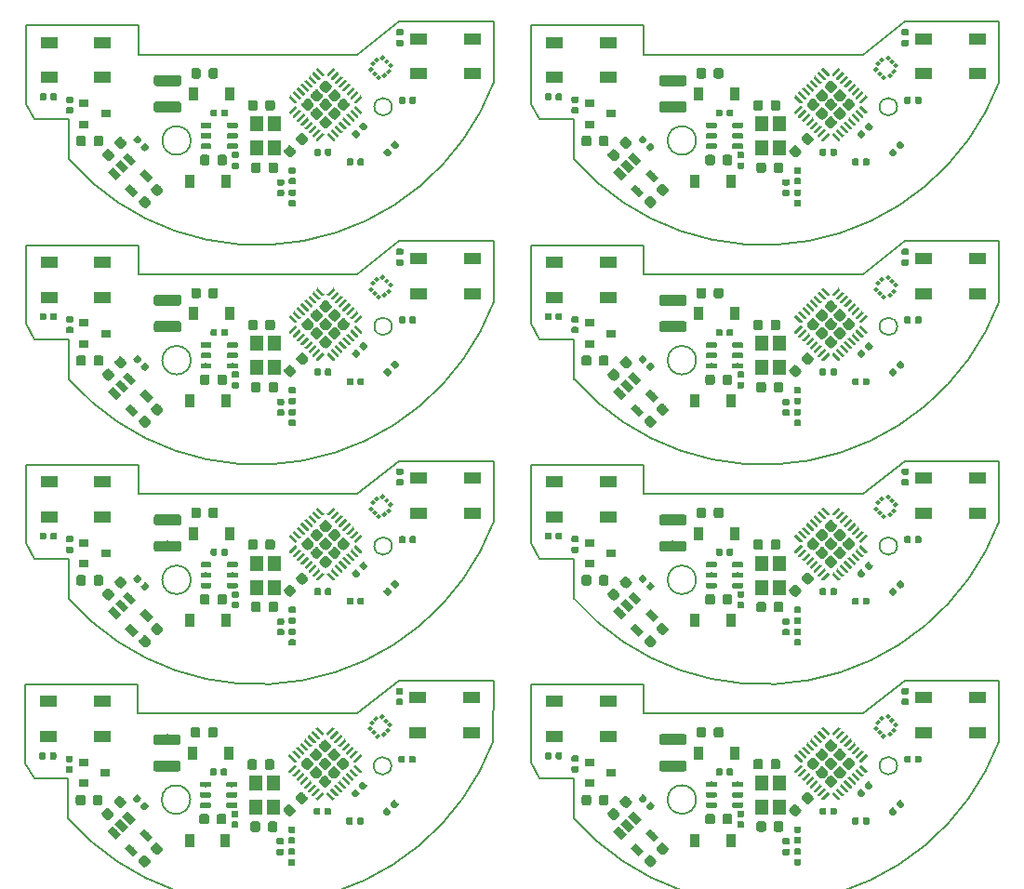
<source format=gtp>
%MOIN*%
%OFA0B0*%
%FSLAX46Y46*%
%IPPOS*%
%LPD*%
%ADD10C,0.005905511811023622*%
%ADD11C,0.0039370078740157488*%
%ADD12C,0.034448818897637797*%
%ADD13R,0.047244094488188976X0.055118110236220472*%
%ADD14C,0.023228346456692913*%
%ADD15R,0.035433070866141732X0.047244094488188976*%
%ADD16C,0.013779527559055118*%
%ADD17R,0.059055118110236227X0.03937007874015748*%
%ADD18C,0.03661417322834646*%
%ADD19C,0.00984251968503937*%
%ADD20R,0.035433070866141732X0.031496062992125991*%
%ADD21C,0.025590551181102365*%
%ADD22C,0.03937007874015748*%
%ADD23C,0.018700787401574805*%
%ADD34C,0.005905511811023622*%
%ADD35C,0.0039370078740157488*%
%ADD36C,0.034448818897637797*%
%ADD37R,0.047244094488188976X0.055118110236220472*%
%ADD38C,0.023228346456692913*%
%ADD39R,0.035433070866141732X0.047244094488188976*%
%ADD40C,0.013779527559055118*%
%ADD41R,0.059055118110236227X0.03937007874015748*%
%ADD42C,0.03661417322834646*%
%ADD43C,0.00984251968503937*%
%ADD44R,0.035433070866141732X0.031496062992125991*%
%ADD45C,0.025590551181102365*%
%ADD46C,0.03937007874015748*%
%ADD47C,0.018700787401574805*%
%ADD48C,0.005905511811023622*%
%ADD49C,0.0039370078740157488*%
%ADD50C,0.034448818897637797*%
%ADD51R,0.047244094488188976X0.055118110236220472*%
%ADD52C,0.023228346456692913*%
%ADD53R,0.035433070866141732X0.047244094488188976*%
%ADD54C,0.013779527559055118*%
%ADD55R,0.059055118110236227X0.03937007874015748*%
%ADD56C,0.03661417322834646*%
%ADD57C,0.00984251968503937*%
%ADD58R,0.035433070866141732X0.031496062992125991*%
%ADD59C,0.025590551181102365*%
%ADD60C,0.03937007874015748*%
%ADD61C,0.018700787401574805*%
%ADD62C,0.005905511811023622*%
%ADD63C,0.0039370078740157488*%
%ADD64C,0.034448818897637797*%
%ADD65R,0.047244094488188976X0.055118110236220472*%
%ADD66C,0.023228346456692913*%
%ADD67R,0.035433070866141732X0.047244094488188976*%
%ADD68C,0.013779527559055118*%
%ADD69R,0.059055118110236227X0.03937007874015748*%
%ADD70C,0.03661417322834646*%
%ADD71C,0.00984251968503937*%
%ADD72R,0.035433070866141732X0.031496062992125991*%
%ADD73C,0.025590551181102365*%
%ADD74C,0.03937007874015748*%
%ADD75C,0.018700787401574805*%
%ADD76C,0.005905511811023622*%
%ADD77C,0.0039370078740157488*%
%ADD78C,0.034448818897637797*%
%ADD79R,0.047244094488188976X0.055118110236220472*%
%ADD80C,0.023228346456692913*%
%ADD81R,0.035433070866141732X0.047244094488188976*%
%ADD82C,0.013779527559055118*%
%ADD83R,0.059055118110236227X0.03937007874015748*%
%ADD84C,0.03661417322834646*%
%ADD85C,0.00984251968503937*%
%ADD86R,0.035433070866141732X0.031496062992125991*%
%ADD87C,0.025590551181102365*%
%ADD88C,0.03937007874015748*%
%ADD89C,0.018700787401574805*%
%ADD90C,0.005905511811023622*%
%ADD91C,0.0039370078740157488*%
%ADD92C,0.034448818897637797*%
%ADD93R,0.047244094488188976X0.055118110236220472*%
%ADD94C,0.023228346456692913*%
%ADD95R,0.035433070866141732X0.047244094488188976*%
%ADD96C,0.013779527559055118*%
%ADD97R,0.059055118110236227X0.03937007874015748*%
%ADD98C,0.03661417322834646*%
%ADD99C,0.00984251968503937*%
%ADD100R,0.035433070866141732X0.031496062992125991*%
%ADD101C,0.025590551181102365*%
%ADD102C,0.03937007874015748*%
%ADD103C,0.018700787401574805*%
%ADD104C,0.005905511811023622*%
%ADD105C,0.0039370078740157488*%
%ADD106C,0.034448818897637797*%
%ADD107R,0.047244094488188976X0.055118110236220472*%
%ADD108C,0.023228346456692913*%
%ADD109R,0.035433070866141732X0.047244094488188976*%
%ADD110C,0.013779527559055118*%
%ADD111R,0.059055118110236227X0.03937007874015748*%
%ADD112C,0.03661417322834646*%
%ADD113C,0.00984251968503937*%
%ADD114R,0.035433070866141732X0.031496062992125991*%
%ADD115C,0.025590551181102365*%
%ADD116C,0.03937007874015748*%
%ADD117C,0.018700787401574805*%
%ADD118C,0.005905511811023622*%
%ADD119C,0.0039370078740157488*%
%ADD120C,0.034448818897637797*%
%ADD121R,0.047244094488188976X0.055118110236220472*%
%ADD122C,0.023228346456692913*%
%ADD123R,0.035433070866141732X0.047244094488188976*%
%ADD124C,0.013779527559055118*%
%ADD125R,0.059055118110236227X0.03937007874015748*%
%ADD126C,0.03661417322834646*%
%ADD127C,0.00984251968503937*%
%ADD128R,0.035433070866141732X0.031496062992125991*%
%ADD129C,0.025590551181102365*%
%ADD130C,0.03937007874015748*%
%ADD131C,0.018700787401574805*%
G01*
D10*
X0000154527Y0000450369D02*
X0000099409Y0000450369D01*
X0000154527Y0000306669D02*
X0000154527Y0000450369D01*
X0001677575Y0000584073D02*
G75*
G02X0000154527Y0000306669I-0000844898J0000319052D01*
G01*
X0001678149Y0000800763D02*
X0001677677Y0000584034D01*
X0001338582Y0000800763D02*
X0001678149Y0000800763D01*
X0001188976Y0000682653D02*
X0001338582Y0000800763D01*
X0000403543Y0000682653D02*
X0001188976Y0000682653D01*
X0000403543Y0000786984D02*
X0000403543Y0000682653D01*
X0000000000Y0000786984D02*
X0000403543Y0000786984D01*
X0000000000Y0000505487D02*
X0000000000Y0000786984D01*
X0000031495Y0000450369D02*
X0000000000Y0000505487D01*
X0000099409Y0000450369D02*
X0000031495Y0000450369D01*
X0001312007Y0000495645D02*
G75*
G03X0001312007Y0000495645I-0000031496D01*
G01*
X0000591535Y0000374582D02*
G75*
G03X0000591535Y0000374582I-0000051181D01*
G01*
D11*
G36*
X0000295802Y0000344113D02*
X0000296638Y0000343989D01*
X0000297458Y0000343784D01*
X0000298254Y0000343499D01*
X0000299018Y0000343137D01*
X0000299743Y0000342703D01*
X0000300422Y0000342200D01*
X0000301048Y0000341632D01*
X0000315315Y0000327365D01*
X0000315883Y0000326738D01*
X0000316386Y0000326059D01*
X0000316821Y0000325335D01*
X0000317182Y0000324570D01*
X0000317467Y0000323775D01*
X0000317672Y0000322955D01*
X0000317796Y0000322119D01*
X0000317838Y0000321275D01*
X0000317796Y0000320431D01*
X0000317672Y0000319595D01*
X0000317467Y0000318775D01*
X0000317182Y0000317979D01*
X0000316821Y0000317215D01*
X0000316386Y0000316490D01*
X0000315883Y0000315811D01*
X0000315315Y0000315185D01*
X0000303136Y0000303005D01*
X0000302510Y0000302438D01*
X0000301831Y0000301934D01*
X0000301106Y0000301500D01*
X0000300342Y0000301139D01*
X0000299546Y0000300854D01*
X0000298726Y0000300649D01*
X0000297890Y0000300525D01*
X0000297046Y0000300483D01*
X0000296202Y0000300525D01*
X0000295366Y0000300649D01*
X0000294546Y0000300854D01*
X0000293750Y0000301139D01*
X0000292986Y0000301500D01*
X0000292262Y0000301934D01*
X0000291583Y0000302438D01*
X0000290956Y0000303005D01*
X0000276689Y0000317273D01*
X0000276121Y0000317899D01*
X0000275618Y0000318578D01*
X0000275183Y0000319303D01*
X0000274822Y0000320067D01*
X0000274537Y0000320863D01*
X0000274332Y0000321683D01*
X0000274208Y0000322519D01*
X0000274167Y0000323363D01*
X0000274208Y0000324207D01*
X0000274332Y0000325043D01*
X0000274537Y0000325863D01*
X0000274822Y0000326658D01*
X0000275183Y0000327422D01*
X0000275618Y0000328147D01*
X0000276121Y0000328826D01*
X0000276689Y0000329452D01*
X0000288868Y0000341632D01*
X0000289495Y0000342200D01*
X0000290174Y0000342703D01*
X0000290898Y0000343137D01*
X0000291662Y0000343499D01*
X0000292458Y0000343784D01*
X0000293278Y0000343989D01*
X0000294114Y0000344113D01*
X0000294958Y0000344154D01*
X0000295802Y0000344113D01*
X0000295802Y0000344113D01*
G37*
D12*
X0000296002Y0000322319D03*
D11*
G36*
X0000339649Y0000387959D02*
X0000340485Y0000387835D01*
X0000341304Y0000387630D01*
X0000342100Y0000387345D01*
X0000342864Y0000386984D01*
X0000343589Y0000386549D01*
X0000344268Y0000386046D01*
X0000344894Y0000385478D01*
X0000359162Y0000371211D01*
X0000359729Y0000370585D01*
X0000360233Y0000369906D01*
X0000360667Y0000369181D01*
X0000361029Y0000368417D01*
X0000361313Y0000367621D01*
X0000361519Y0000366801D01*
X0000361643Y0000365965D01*
X0000361684Y0000365121D01*
X0000361643Y0000364277D01*
X0000361519Y0000363441D01*
X0000361313Y0000362621D01*
X0000361029Y0000361825D01*
X0000360667Y0000361061D01*
X0000360233Y0000360336D01*
X0000359729Y0000359657D01*
X0000359162Y0000359031D01*
X0000346982Y0000346852D01*
X0000346356Y0000346284D01*
X0000345677Y0000345781D01*
X0000344952Y0000345346D01*
X0000344188Y0000344985D01*
X0000343392Y0000344700D01*
X0000342573Y0000344495D01*
X0000341737Y0000344371D01*
X0000340892Y0000344329D01*
X0000340048Y0000344371D01*
X0000339212Y0000344495D01*
X0000338392Y0000344700D01*
X0000337597Y0000344985D01*
X0000336833Y0000345346D01*
X0000336108Y0000345781D01*
X0000335429Y0000346284D01*
X0000334803Y0000346852D01*
X0000320535Y0000361119D01*
X0000319968Y0000361745D01*
X0000319464Y0000362424D01*
X0000319030Y0000363149D01*
X0000318668Y0000363913D01*
X0000318384Y0000364709D01*
X0000318178Y0000365529D01*
X0000318054Y0000366365D01*
X0000318013Y0000367209D01*
X0000318054Y0000368053D01*
X0000318178Y0000368889D01*
X0000318384Y0000369709D01*
X0000318668Y0000370505D01*
X0000319030Y0000371269D01*
X0000319464Y0000371994D01*
X0000319968Y0000372672D01*
X0000320535Y0000373299D01*
X0000332715Y0000385478D01*
X0000333341Y0000386046D01*
X0000334020Y0000386549D01*
X0000334745Y0000386984D01*
X0000335509Y0000387345D01*
X0000336304Y0000387630D01*
X0000337124Y0000387835D01*
X0000337960Y0000387959D01*
X0000338804Y0000388001D01*
X0000339649Y0000387959D01*
X0000339649Y0000387959D01*
G37*
D12*
X0000339848Y0000366165D03*
D11*
G36*
X0000269786Y0000391501D02*
X0000270622Y0000391377D01*
X0000271441Y0000391172D01*
X0000272237Y0000390887D01*
X0000273001Y0000390526D01*
X0000273726Y0000390091D01*
X0000274405Y0000389588D01*
X0000275031Y0000389020D01*
X0000275599Y0000388394D01*
X0000276102Y0000387715D01*
X0000276537Y0000386990D01*
X0000276898Y0000386226D01*
X0000277183Y0000385430D01*
X0000277388Y0000384611D01*
X0000277512Y0000383775D01*
X0000277554Y0000382930D01*
X0000277554Y0000362753D01*
X0000277512Y0000361909D01*
X0000277388Y0000361073D01*
X0000277183Y0000360253D01*
X0000276898Y0000359457D01*
X0000276537Y0000358693D01*
X0000276102Y0000357969D01*
X0000275599Y0000357290D01*
X0000275031Y0000356663D01*
X0000274405Y0000356096D01*
X0000273726Y0000355592D01*
X0000273001Y0000355158D01*
X0000272237Y0000354797D01*
X0000271441Y0000354512D01*
X0000270622Y0000354307D01*
X0000269786Y0000354182D01*
X0000268941Y0000354141D01*
X0000251717Y0000354141D01*
X0000250873Y0000354182D01*
X0000250037Y0000354307D01*
X0000249217Y0000354512D01*
X0000248421Y0000354797D01*
X0000247657Y0000355158D01*
X0000246932Y0000355592D01*
X0000246254Y0000356096D01*
X0000245627Y0000356663D01*
X0000245060Y0000357290D01*
X0000244556Y0000357969D01*
X0000244122Y0000358693D01*
X0000243760Y0000359457D01*
X0000243476Y0000360253D01*
X0000243270Y0000361073D01*
X0000243146Y0000361909D01*
X0000243105Y0000362753D01*
X0000243105Y0000382930D01*
X0000243146Y0000383775D01*
X0000243270Y0000384611D01*
X0000243476Y0000385430D01*
X0000243760Y0000386226D01*
X0000244122Y0000386990D01*
X0000244556Y0000387715D01*
X0000245060Y0000388394D01*
X0000245627Y0000389020D01*
X0000246254Y0000389588D01*
X0000246932Y0000390091D01*
X0000247657Y0000390526D01*
X0000248421Y0000390887D01*
X0000249217Y0000391172D01*
X0000250037Y0000391377D01*
X0000250873Y0000391501D01*
X0000251717Y0000391543D01*
X0000268941Y0000391543D01*
X0000269786Y0000391501D01*
X0000269786Y0000391501D01*
G37*
D12*
X0000260329Y0000372842D03*
D11*
G36*
X0000207778Y0000391501D02*
X0000208614Y0000391377D01*
X0000209434Y0000391172D01*
X0000210229Y0000390887D01*
X0000210993Y0000390526D01*
X0000211718Y0000390091D01*
X0000212397Y0000389588D01*
X0000213023Y0000389020D01*
X0000213591Y0000388394D01*
X0000214094Y0000387715D01*
X0000214529Y0000386990D01*
X0000214890Y0000386226D01*
X0000215175Y0000385430D01*
X0000215380Y0000384611D01*
X0000215504Y0000383775D01*
X0000215546Y0000382930D01*
X0000215546Y0000362753D01*
X0000215504Y0000361909D01*
X0000215380Y0000361073D01*
X0000215175Y0000360253D01*
X0000214890Y0000359457D01*
X0000214529Y0000358693D01*
X0000214094Y0000357969D01*
X0000213591Y0000357290D01*
X0000213023Y0000356663D01*
X0000212397Y0000356096D01*
X0000211718Y0000355592D01*
X0000210993Y0000355158D01*
X0000210229Y0000354797D01*
X0000209434Y0000354512D01*
X0000208614Y0000354307D01*
X0000207778Y0000354182D01*
X0000206934Y0000354141D01*
X0000189709Y0000354141D01*
X0000188865Y0000354182D01*
X0000188029Y0000354307D01*
X0000187209Y0000354512D01*
X0000186413Y0000354797D01*
X0000185649Y0000355158D01*
X0000184925Y0000355592D01*
X0000184246Y0000356096D01*
X0000183619Y0000356663D01*
X0000183052Y0000357290D01*
X0000182548Y0000357969D01*
X0000182114Y0000358693D01*
X0000181753Y0000359457D01*
X0000181468Y0000360253D01*
X0000181262Y0000361073D01*
X0000181138Y0000361909D01*
X0000181097Y0000362753D01*
X0000181097Y0000382930D01*
X0000181138Y0000383775D01*
X0000181262Y0000384611D01*
X0000181468Y0000385430D01*
X0000181753Y0000386226D01*
X0000182114Y0000386990D01*
X0000182548Y0000387715D01*
X0000183052Y0000388394D01*
X0000183619Y0000389020D01*
X0000184246Y0000389588D01*
X0000184925Y0000390091D01*
X0000185649Y0000390526D01*
X0000186413Y0000390887D01*
X0000187209Y0000391172D01*
X0000188029Y0000391377D01*
X0000188865Y0000391501D01*
X0000189709Y0000391543D01*
X0000206934Y0000391543D01*
X0000207778Y0000391501D01*
X0000207778Y0000391501D01*
G37*
D12*
X0000198321Y0000372842D03*
D13*
X0000826829Y0000434349D03*
X0000826829Y0000347735D03*
X0000889821Y0000347735D03*
X0000889821Y0000434349D03*
D11*
G36*
X0000712986Y0000323301D02*
X0000713822Y0000323177D01*
X0000714641Y0000322972D01*
X0000715437Y0000322687D01*
X0000716201Y0000322326D01*
X0000716926Y0000321891D01*
X0000717605Y0000321388D01*
X0000718231Y0000320820D01*
X0000718799Y0000320194D01*
X0000719302Y0000319515D01*
X0000719737Y0000318790D01*
X0000720098Y0000318026D01*
X0000720383Y0000317230D01*
X0000720588Y0000316411D01*
X0000720712Y0000315575D01*
X0000720754Y0000314730D01*
X0000720754Y0000294553D01*
X0000720712Y0000293709D01*
X0000720588Y0000292873D01*
X0000720383Y0000292053D01*
X0000720098Y0000291257D01*
X0000719737Y0000290493D01*
X0000719302Y0000289769D01*
X0000718799Y0000289090D01*
X0000718231Y0000288463D01*
X0000717605Y0000287896D01*
X0000716926Y0000287392D01*
X0000716201Y0000286958D01*
X0000715437Y0000286597D01*
X0000714641Y0000286312D01*
X0000713822Y0000286107D01*
X0000712986Y0000285982D01*
X0000712141Y0000285941D01*
X0000694917Y0000285941D01*
X0000694073Y0000285982D01*
X0000693237Y0000286107D01*
X0000692417Y0000286312D01*
X0000691621Y0000286597D01*
X0000690857Y0000286958D01*
X0000690132Y0000287392D01*
X0000689454Y0000287896D01*
X0000688827Y0000288463D01*
X0000688260Y0000289090D01*
X0000687756Y0000289769D01*
X0000687322Y0000290493D01*
X0000686960Y0000291257D01*
X0000686676Y0000292053D01*
X0000686470Y0000292873D01*
X0000686346Y0000293709D01*
X0000686305Y0000294553D01*
X0000686305Y0000314730D01*
X0000686346Y0000315575D01*
X0000686470Y0000316411D01*
X0000686676Y0000317230D01*
X0000686960Y0000318026D01*
X0000687322Y0000318790D01*
X0000687756Y0000319515D01*
X0000688260Y0000320194D01*
X0000688827Y0000320820D01*
X0000689454Y0000321388D01*
X0000690132Y0000321891D01*
X0000690857Y0000322326D01*
X0000691621Y0000322687D01*
X0000692417Y0000322972D01*
X0000693237Y0000323177D01*
X0000694073Y0000323301D01*
X0000694917Y0000323343D01*
X0000712141Y0000323343D01*
X0000712986Y0000323301D01*
X0000712986Y0000323301D01*
G37*
D12*
X0000703529Y0000304642D03*
D11*
G36*
X0000650978Y0000323301D02*
X0000651814Y0000323177D01*
X0000652634Y0000322972D01*
X0000653429Y0000322687D01*
X0000654193Y0000322326D01*
X0000654918Y0000321891D01*
X0000655597Y0000321388D01*
X0000656223Y0000320820D01*
X0000656791Y0000320194D01*
X0000657294Y0000319515D01*
X0000657729Y0000318790D01*
X0000658090Y0000318026D01*
X0000658375Y0000317230D01*
X0000658580Y0000316411D01*
X0000658704Y0000315575D01*
X0000658746Y0000314730D01*
X0000658746Y0000294553D01*
X0000658704Y0000293709D01*
X0000658580Y0000292873D01*
X0000658375Y0000292053D01*
X0000658090Y0000291257D01*
X0000657729Y0000290493D01*
X0000657294Y0000289769D01*
X0000656791Y0000289090D01*
X0000656223Y0000288463D01*
X0000655597Y0000287896D01*
X0000654918Y0000287392D01*
X0000654193Y0000286958D01*
X0000653429Y0000286597D01*
X0000652634Y0000286312D01*
X0000651814Y0000286107D01*
X0000650978Y0000285982D01*
X0000650134Y0000285941D01*
X0000632909Y0000285941D01*
X0000632065Y0000285982D01*
X0000631229Y0000286107D01*
X0000630409Y0000286312D01*
X0000629613Y0000286597D01*
X0000628849Y0000286958D01*
X0000628125Y0000287392D01*
X0000627446Y0000287896D01*
X0000626819Y0000288463D01*
X0000626252Y0000289090D01*
X0000625748Y0000289769D01*
X0000625314Y0000290493D01*
X0000624953Y0000291257D01*
X0000624668Y0000292053D01*
X0000624462Y0000292873D01*
X0000624338Y0000293709D01*
X0000624297Y0000294553D01*
X0000624297Y0000314730D01*
X0000624338Y0000315575D01*
X0000624462Y0000316411D01*
X0000624668Y0000317230D01*
X0000624953Y0000318026D01*
X0000625314Y0000318790D01*
X0000625748Y0000319515D01*
X0000626252Y0000320194D01*
X0000626819Y0000320820D01*
X0000627446Y0000321388D01*
X0000628125Y0000321891D01*
X0000628849Y0000322326D01*
X0000629613Y0000322687D01*
X0000630409Y0000322972D01*
X0000631229Y0000323177D01*
X0000632065Y0000323301D01*
X0000632909Y0000323343D01*
X0000650134Y0000323343D01*
X0000650978Y0000323301D01*
X0000650978Y0000323301D01*
G37*
D12*
X0000641521Y0000304642D03*
D11*
G36*
X0000885086Y0000519501D02*
X0000885922Y0000519377D01*
X0000886741Y0000519172D01*
X0000887537Y0000518887D01*
X0000888301Y0000518526D01*
X0000889026Y0000518091D01*
X0000889705Y0000517588D01*
X0000890331Y0000517020D01*
X0000890899Y0000516394D01*
X0000891402Y0000515715D01*
X0000891837Y0000514990D01*
X0000892198Y0000514226D01*
X0000892483Y0000513430D01*
X0000892688Y0000512611D01*
X0000892812Y0000511775D01*
X0000892854Y0000510930D01*
X0000892854Y0000490753D01*
X0000892812Y0000489909D01*
X0000892688Y0000489073D01*
X0000892483Y0000488253D01*
X0000892198Y0000487457D01*
X0000891837Y0000486693D01*
X0000891402Y0000485969D01*
X0000890899Y0000485290D01*
X0000890331Y0000484663D01*
X0000889705Y0000484096D01*
X0000889026Y0000483592D01*
X0000888301Y0000483158D01*
X0000887537Y0000482797D01*
X0000886741Y0000482512D01*
X0000885922Y0000482307D01*
X0000885086Y0000482182D01*
X0000884241Y0000482141D01*
X0000867017Y0000482141D01*
X0000866173Y0000482182D01*
X0000865337Y0000482307D01*
X0000864517Y0000482512D01*
X0000863721Y0000482797D01*
X0000862957Y0000483158D01*
X0000862232Y0000483592D01*
X0000861554Y0000484096D01*
X0000860927Y0000484663D01*
X0000860360Y0000485290D01*
X0000859856Y0000485969D01*
X0000859422Y0000486693D01*
X0000859060Y0000487457D01*
X0000858776Y0000488253D01*
X0000858570Y0000489073D01*
X0000858446Y0000489909D01*
X0000858405Y0000490753D01*
X0000858405Y0000510930D01*
X0000858446Y0000511775D01*
X0000858570Y0000512611D01*
X0000858776Y0000513430D01*
X0000859060Y0000514226D01*
X0000859422Y0000514990D01*
X0000859856Y0000515715D01*
X0000860360Y0000516394D01*
X0000860927Y0000517020D01*
X0000861554Y0000517588D01*
X0000862232Y0000518091D01*
X0000862957Y0000518526D01*
X0000863721Y0000518887D01*
X0000864517Y0000519172D01*
X0000865337Y0000519377D01*
X0000866173Y0000519501D01*
X0000867017Y0000519543D01*
X0000884241Y0000519543D01*
X0000885086Y0000519501D01*
X0000885086Y0000519501D01*
G37*
D12*
X0000875629Y0000500842D03*
D11*
G36*
X0000823078Y0000519501D02*
X0000823914Y0000519377D01*
X0000824734Y0000519172D01*
X0000825529Y0000518887D01*
X0000826293Y0000518526D01*
X0000827018Y0000518091D01*
X0000827697Y0000517588D01*
X0000828323Y0000517020D01*
X0000828891Y0000516394D01*
X0000829394Y0000515715D01*
X0000829829Y0000514990D01*
X0000830190Y0000514226D01*
X0000830475Y0000513430D01*
X0000830680Y0000512611D01*
X0000830804Y0000511775D01*
X0000830846Y0000510930D01*
X0000830846Y0000490753D01*
X0000830804Y0000489909D01*
X0000830680Y0000489073D01*
X0000830475Y0000488253D01*
X0000830190Y0000487457D01*
X0000829829Y0000486693D01*
X0000829394Y0000485969D01*
X0000828891Y0000485290D01*
X0000828323Y0000484663D01*
X0000827697Y0000484096D01*
X0000827018Y0000483592D01*
X0000826293Y0000483158D01*
X0000825529Y0000482797D01*
X0000824734Y0000482512D01*
X0000823914Y0000482307D01*
X0000823078Y0000482182D01*
X0000822234Y0000482141D01*
X0000805009Y0000482141D01*
X0000804165Y0000482182D01*
X0000803329Y0000482307D01*
X0000802509Y0000482512D01*
X0000801713Y0000482797D01*
X0000800949Y0000483158D01*
X0000800225Y0000483592D01*
X0000799546Y0000484096D01*
X0000798919Y0000484663D01*
X0000798352Y0000485290D01*
X0000797848Y0000485969D01*
X0000797414Y0000486693D01*
X0000797053Y0000487457D01*
X0000796768Y0000488253D01*
X0000796562Y0000489073D01*
X0000796438Y0000489909D01*
X0000796397Y0000490753D01*
X0000796397Y0000510930D01*
X0000796438Y0000511775D01*
X0000796562Y0000512611D01*
X0000796768Y0000513430D01*
X0000797053Y0000514226D01*
X0000797414Y0000514990D01*
X0000797848Y0000515715D01*
X0000798352Y0000516394D01*
X0000798919Y0000517020D01*
X0000799546Y0000517588D01*
X0000800225Y0000518091D01*
X0000800949Y0000518526D01*
X0000801713Y0000518887D01*
X0000802509Y0000519172D01*
X0000803329Y0000519377D01*
X0000804165Y0000519501D01*
X0000805009Y0000519543D01*
X0000822234Y0000519543D01*
X0000823078Y0000519501D01*
X0000823078Y0000519501D01*
G37*
D12*
X0000813621Y0000500842D03*
D11*
G36*
X0000896186Y0000296101D02*
X0000897022Y0000295977D01*
X0000897841Y0000295772D01*
X0000898637Y0000295487D01*
X0000899401Y0000295126D01*
X0000900126Y0000294691D01*
X0000900805Y0000294188D01*
X0000901431Y0000293620D01*
X0000901999Y0000292994D01*
X0000902502Y0000292315D01*
X0000902937Y0000291590D01*
X0000903298Y0000290826D01*
X0000903583Y0000290030D01*
X0000903788Y0000289211D01*
X0000903912Y0000288375D01*
X0000903954Y0000287530D01*
X0000903954Y0000267353D01*
X0000903912Y0000266509D01*
X0000903788Y0000265673D01*
X0000903583Y0000264853D01*
X0000903298Y0000264057D01*
X0000902937Y0000263293D01*
X0000902502Y0000262569D01*
X0000901999Y0000261890D01*
X0000901431Y0000261263D01*
X0000900805Y0000260696D01*
X0000900126Y0000260192D01*
X0000899401Y0000259758D01*
X0000898637Y0000259397D01*
X0000897841Y0000259112D01*
X0000897022Y0000258907D01*
X0000896186Y0000258782D01*
X0000895341Y0000258741D01*
X0000878117Y0000258741D01*
X0000877273Y0000258782D01*
X0000876437Y0000258907D01*
X0000875617Y0000259112D01*
X0000874821Y0000259397D01*
X0000874057Y0000259758D01*
X0000873332Y0000260192D01*
X0000872654Y0000260696D01*
X0000872027Y0000261263D01*
X0000871460Y0000261890D01*
X0000870956Y0000262569D01*
X0000870522Y0000263293D01*
X0000870160Y0000264057D01*
X0000869876Y0000264853D01*
X0000869670Y0000265673D01*
X0000869546Y0000266509D01*
X0000869505Y0000267353D01*
X0000869505Y0000287530D01*
X0000869546Y0000288375D01*
X0000869670Y0000289211D01*
X0000869876Y0000290030D01*
X0000870160Y0000290826D01*
X0000870522Y0000291590D01*
X0000870956Y0000292315D01*
X0000871460Y0000292994D01*
X0000872027Y0000293620D01*
X0000872654Y0000294188D01*
X0000873332Y0000294691D01*
X0000874057Y0000295126D01*
X0000874821Y0000295487D01*
X0000875617Y0000295772D01*
X0000876437Y0000295977D01*
X0000877273Y0000296101D01*
X0000878117Y0000296143D01*
X0000895341Y0000296143D01*
X0000896186Y0000296101D01*
X0000896186Y0000296101D01*
G37*
D12*
X0000886729Y0000277442D03*
D11*
G36*
X0000834178Y0000296101D02*
X0000835014Y0000295977D01*
X0000835834Y0000295772D01*
X0000836629Y0000295487D01*
X0000837393Y0000295126D01*
X0000838118Y0000294691D01*
X0000838797Y0000294188D01*
X0000839423Y0000293620D01*
X0000839991Y0000292994D01*
X0000840494Y0000292315D01*
X0000840929Y0000291590D01*
X0000841290Y0000290826D01*
X0000841575Y0000290030D01*
X0000841780Y0000289211D01*
X0000841904Y0000288375D01*
X0000841946Y0000287530D01*
X0000841946Y0000267353D01*
X0000841904Y0000266509D01*
X0000841780Y0000265673D01*
X0000841575Y0000264853D01*
X0000841290Y0000264057D01*
X0000840929Y0000263293D01*
X0000840494Y0000262569D01*
X0000839991Y0000261890D01*
X0000839423Y0000261263D01*
X0000838797Y0000260696D01*
X0000838118Y0000260192D01*
X0000837393Y0000259758D01*
X0000836629Y0000259397D01*
X0000835834Y0000259112D01*
X0000835014Y0000258907D01*
X0000834178Y0000258782D01*
X0000833334Y0000258741D01*
X0000816109Y0000258741D01*
X0000815265Y0000258782D01*
X0000814429Y0000258907D01*
X0000813609Y0000259112D01*
X0000812813Y0000259397D01*
X0000812049Y0000259758D01*
X0000811325Y0000260192D01*
X0000810646Y0000260696D01*
X0000810019Y0000261263D01*
X0000809452Y0000261890D01*
X0000808948Y0000262569D01*
X0000808514Y0000263293D01*
X0000808153Y0000264057D01*
X0000807868Y0000264853D01*
X0000807662Y0000265673D01*
X0000807538Y0000266509D01*
X0000807497Y0000267353D01*
X0000807497Y0000287530D01*
X0000807538Y0000288375D01*
X0000807662Y0000289211D01*
X0000807868Y0000290030D01*
X0000808153Y0000290826D01*
X0000808514Y0000291590D01*
X0000808948Y0000292315D01*
X0000809452Y0000292994D01*
X0000810019Y0000293620D01*
X0000810646Y0000294188D01*
X0000811325Y0000294691D01*
X0000812049Y0000295126D01*
X0000812813Y0000295487D01*
X0000813609Y0000295772D01*
X0000814429Y0000295977D01*
X0000815265Y0000296101D01*
X0000816109Y0000296143D01*
X0000833334Y0000296143D01*
X0000834178Y0000296101D01*
X0000834178Y0000296101D01*
G37*
D12*
X0000824721Y0000277442D03*
D11*
G36*
X0000946402Y0000357513D02*
X0000947238Y0000357389D01*
X0000948058Y0000357184D01*
X0000948854Y0000356899D01*
X0000949618Y0000356537D01*
X0000950343Y0000356103D01*
X0000951022Y0000355600D01*
X0000951648Y0000355032D01*
X0000965915Y0000340765D01*
X0000966483Y0000340138D01*
X0000966986Y0000339459D01*
X0000967421Y0000338735D01*
X0000967782Y0000337970D01*
X0000968067Y0000337175D01*
X0000968272Y0000336355D01*
X0000968396Y0000335519D01*
X0000968438Y0000334675D01*
X0000968396Y0000333831D01*
X0000968272Y0000332995D01*
X0000968067Y0000332175D01*
X0000967782Y0000331379D01*
X0000967421Y0000330615D01*
X0000966986Y0000329890D01*
X0000966483Y0000329211D01*
X0000965915Y0000328585D01*
X0000953736Y0000316405D01*
X0000953110Y0000315838D01*
X0000952431Y0000315334D01*
X0000951706Y0000314900D01*
X0000950942Y0000314539D01*
X0000950146Y0000314254D01*
X0000949326Y0000314049D01*
X0000948490Y0000313925D01*
X0000947646Y0000313883D01*
X0000946802Y0000313925D01*
X0000945966Y0000314049D01*
X0000945146Y0000314254D01*
X0000944350Y0000314539D01*
X0000943586Y0000314900D01*
X0000942862Y0000315334D01*
X0000942183Y0000315838D01*
X0000941556Y0000316405D01*
X0000927289Y0000330673D01*
X0000926721Y0000331299D01*
X0000926218Y0000331978D01*
X0000925783Y0000332703D01*
X0000925422Y0000333467D01*
X0000925137Y0000334263D01*
X0000924932Y0000335083D01*
X0000924808Y0000335919D01*
X0000924767Y0000336763D01*
X0000924808Y0000337607D01*
X0000924932Y0000338443D01*
X0000925137Y0000339263D01*
X0000925422Y0000340058D01*
X0000925783Y0000340822D01*
X0000926218Y0000341547D01*
X0000926721Y0000342226D01*
X0000927289Y0000342852D01*
X0000939468Y0000355032D01*
X0000940095Y0000355600D01*
X0000940774Y0000356103D01*
X0000941498Y0000356537D01*
X0000942262Y0000356899D01*
X0000943058Y0000357184D01*
X0000943878Y0000357389D01*
X0000944714Y0000357513D01*
X0000945558Y0000357554D01*
X0000946402Y0000357513D01*
X0000946402Y0000357513D01*
G37*
D12*
X0000946602Y0000335719D03*
D11*
G36*
X0000990249Y0000401359D02*
X0000991085Y0000401235D01*
X0000991904Y0000401030D01*
X0000992700Y0000400745D01*
X0000993464Y0000400384D01*
X0000994189Y0000399949D01*
X0000994868Y0000399446D01*
X0000995494Y0000398878D01*
X0001009762Y0000384611D01*
X0001010329Y0000383985D01*
X0001010833Y0000383306D01*
X0001011267Y0000382581D01*
X0001011629Y0000381817D01*
X0001011913Y0000381021D01*
X0001012119Y0000380201D01*
X0001012243Y0000379365D01*
X0001012284Y0000378521D01*
X0001012243Y0000377677D01*
X0001012119Y0000376841D01*
X0001011913Y0000376021D01*
X0001011629Y0000375225D01*
X0001011267Y0000374461D01*
X0001010833Y0000373736D01*
X0001010329Y0000373057D01*
X0001009762Y0000372431D01*
X0000997582Y0000360252D01*
X0000996956Y0000359684D01*
X0000996277Y0000359181D01*
X0000995552Y0000358746D01*
X0000994788Y0000358385D01*
X0000993992Y0000358100D01*
X0000993173Y0000357895D01*
X0000992337Y0000357771D01*
X0000991492Y0000357729D01*
X0000990648Y0000357771D01*
X0000989812Y0000357895D01*
X0000988992Y0000358100D01*
X0000988197Y0000358385D01*
X0000987433Y0000358746D01*
X0000986708Y0000359181D01*
X0000986029Y0000359684D01*
X0000985403Y0000360252D01*
X0000971135Y0000374519D01*
X0000970568Y0000375145D01*
X0000970064Y0000375824D01*
X0000969630Y0000376549D01*
X0000969268Y0000377313D01*
X0000968984Y0000378109D01*
X0000968778Y0000378929D01*
X0000968654Y0000379765D01*
X0000968613Y0000380609D01*
X0000968654Y0000381453D01*
X0000968778Y0000382289D01*
X0000968984Y0000383109D01*
X0000969268Y0000383905D01*
X0000969630Y0000384669D01*
X0000970064Y0000385394D01*
X0000970568Y0000386072D01*
X0000971135Y0000386699D01*
X0000983315Y0000398878D01*
X0000983941Y0000399446D01*
X0000984620Y0000399949D01*
X0000985345Y0000400384D01*
X0000986109Y0000400745D01*
X0000986904Y0000401030D01*
X0000987724Y0000401235D01*
X0000988560Y0000401359D01*
X0000989404Y0000401401D01*
X0000990249Y0000401359D01*
X0000990249Y0000401359D01*
G37*
D12*
X0000990448Y0000379565D03*
D11*
G36*
X0000619378Y0000633901D02*
X0000620214Y0000633777D01*
X0000621034Y0000633572D01*
X0000621829Y0000633287D01*
X0000622593Y0000632926D01*
X0000623318Y0000632491D01*
X0000623997Y0000631988D01*
X0000624623Y0000631420D01*
X0000625191Y0000630794D01*
X0000625694Y0000630115D01*
X0000626129Y0000629390D01*
X0000626490Y0000628626D01*
X0000626775Y0000627830D01*
X0000626980Y0000627011D01*
X0000627104Y0000626175D01*
X0000627146Y0000625330D01*
X0000627146Y0000605153D01*
X0000627104Y0000604309D01*
X0000626980Y0000603473D01*
X0000626775Y0000602653D01*
X0000626490Y0000601857D01*
X0000626129Y0000601093D01*
X0000625694Y0000600369D01*
X0000625191Y0000599690D01*
X0000624623Y0000599063D01*
X0000623997Y0000598496D01*
X0000623318Y0000597992D01*
X0000622593Y0000597558D01*
X0000621829Y0000597197D01*
X0000621034Y0000596912D01*
X0000620214Y0000596707D01*
X0000619378Y0000596582D01*
X0000618534Y0000596541D01*
X0000601309Y0000596541D01*
X0000600465Y0000596582D01*
X0000599629Y0000596707D01*
X0000598809Y0000596912D01*
X0000598013Y0000597197D01*
X0000597249Y0000597558D01*
X0000596525Y0000597992D01*
X0000595846Y0000598496D01*
X0000595219Y0000599063D01*
X0000594652Y0000599690D01*
X0000594148Y0000600369D01*
X0000593714Y0000601093D01*
X0000593353Y0000601857D01*
X0000593068Y0000602653D01*
X0000592862Y0000603473D01*
X0000592738Y0000604309D01*
X0000592697Y0000605153D01*
X0000592697Y0000625330D01*
X0000592738Y0000626175D01*
X0000592862Y0000627011D01*
X0000593068Y0000627830D01*
X0000593353Y0000628626D01*
X0000593714Y0000629390D01*
X0000594148Y0000630115D01*
X0000594652Y0000630794D01*
X0000595219Y0000631420D01*
X0000595846Y0000631988D01*
X0000596525Y0000632491D01*
X0000597249Y0000632926D01*
X0000598013Y0000633287D01*
X0000598809Y0000633572D01*
X0000599629Y0000633777D01*
X0000600465Y0000633901D01*
X0000601309Y0000633943D01*
X0000618534Y0000633943D01*
X0000619378Y0000633901D01*
X0000619378Y0000633901D01*
G37*
D12*
X0000609921Y0000615242D03*
D11*
G36*
X0000681386Y0000633901D02*
X0000682222Y0000633777D01*
X0000683041Y0000633572D01*
X0000683837Y0000633287D01*
X0000684601Y0000632926D01*
X0000685326Y0000632491D01*
X0000686005Y0000631988D01*
X0000686631Y0000631420D01*
X0000687199Y0000630794D01*
X0000687702Y0000630115D01*
X0000688137Y0000629390D01*
X0000688498Y0000628626D01*
X0000688783Y0000627830D01*
X0000688988Y0000627011D01*
X0000689112Y0000626175D01*
X0000689154Y0000625330D01*
X0000689154Y0000605153D01*
X0000689112Y0000604309D01*
X0000688988Y0000603473D01*
X0000688783Y0000602653D01*
X0000688498Y0000601857D01*
X0000688137Y0000601093D01*
X0000687702Y0000600369D01*
X0000687199Y0000599690D01*
X0000686631Y0000599063D01*
X0000686005Y0000598496D01*
X0000685326Y0000597992D01*
X0000684601Y0000597558D01*
X0000683837Y0000597197D01*
X0000683041Y0000596912D01*
X0000682222Y0000596707D01*
X0000681386Y0000596582D01*
X0000680541Y0000596541D01*
X0000663317Y0000596541D01*
X0000662473Y0000596582D01*
X0000661637Y0000596707D01*
X0000660817Y0000596912D01*
X0000660021Y0000597197D01*
X0000659257Y0000597558D01*
X0000658532Y0000597992D01*
X0000657854Y0000598496D01*
X0000657227Y0000599063D01*
X0000656660Y0000599690D01*
X0000656156Y0000600369D01*
X0000655722Y0000601093D01*
X0000655360Y0000601857D01*
X0000655076Y0000602653D01*
X0000654870Y0000603473D01*
X0000654746Y0000604309D01*
X0000654705Y0000605153D01*
X0000654705Y0000625330D01*
X0000654746Y0000626175D01*
X0000654870Y0000627011D01*
X0000655076Y0000627830D01*
X0000655360Y0000628626D01*
X0000655722Y0000629390D01*
X0000656156Y0000630115D01*
X0000656660Y0000630794D01*
X0000657227Y0000631420D01*
X0000657854Y0000631988D01*
X0000658532Y0000632491D01*
X0000659257Y0000632926D01*
X0000660021Y0000633287D01*
X0000660817Y0000633572D01*
X0000661637Y0000633777D01*
X0000662473Y0000633901D01*
X0000663317Y0000633943D01*
X0000680541Y0000633943D01*
X0000681386Y0000633901D01*
X0000681386Y0000633901D01*
G37*
D12*
X0000671929Y0000615242D03*
D11*
G36*
X0001183221Y0000412185D02*
X0001183785Y0000412101D01*
X0001184338Y0000411963D01*
X0001184874Y0000411771D01*
X0001185389Y0000411527D01*
X0001185878Y0000411234D01*
X0001186336Y0000410895D01*
X0001186758Y0000410512D01*
X0001196363Y0000400908D01*
X0001196745Y0000400485D01*
X0001197085Y0000400028D01*
X0001197378Y0000399539D01*
X0001197621Y0000399024D01*
X0001197813Y0000398487D01*
X0001197952Y0000397934D01*
X0001198035Y0000397371D01*
X0001198063Y0000396801D01*
X0001198035Y0000396232D01*
X0001197952Y0000395669D01*
X0001197813Y0000395116D01*
X0001197621Y0000394579D01*
X0001197378Y0000394064D01*
X0001197085Y0000393575D01*
X0001196745Y0000393117D01*
X0001196363Y0000392695D01*
X0001188150Y0000384483D01*
X0001187728Y0000384100D01*
X0001187270Y0000383761D01*
X0001186781Y0000383468D01*
X0001186266Y0000383224D01*
X0001185730Y0000383032D01*
X0001185177Y0000382894D01*
X0001184613Y0000382810D01*
X0001184044Y0000382782D01*
X0001183475Y0000382810D01*
X0001182911Y0000382894D01*
X0001182358Y0000383032D01*
X0001181822Y0000383224D01*
X0001181306Y0000383468D01*
X0001180818Y0000383761D01*
X0001180360Y0000384100D01*
X0001179938Y0000384483D01*
X0001170333Y0000394087D01*
X0001169951Y0000394509D01*
X0001169611Y0000394967D01*
X0001169318Y0000395456D01*
X0001169074Y0000395971D01*
X0001168882Y0000396508D01*
X0001168744Y0000397061D01*
X0001168660Y0000397624D01*
X0001168632Y0000398193D01*
X0001168660Y0000398763D01*
X0001168744Y0000399326D01*
X0001168882Y0000399879D01*
X0001169074Y0000400416D01*
X0001169318Y0000400931D01*
X0001169611Y0000401420D01*
X0001169951Y0000401877D01*
X0001170333Y0000402300D01*
X0001178546Y0000410512D01*
X0001178968Y0000410895D01*
X0001179426Y0000411234D01*
X0001179914Y0000411527D01*
X0001180430Y0000411771D01*
X0001180966Y0000411963D01*
X0001181519Y0000412101D01*
X0001182083Y0000412185D01*
X0001182652Y0000412213D01*
X0001183221Y0000412185D01*
X0001183221Y0000412185D01*
G37*
D14*
X0001183348Y0000397497D03*
D11*
G36*
X0001210225Y0000439189D02*
X0001210789Y0000439105D01*
X0001211341Y0000438967D01*
X0001211878Y0000438775D01*
X0001212393Y0000438531D01*
X0001212882Y0000438238D01*
X0001213340Y0000437899D01*
X0001213762Y0000437516D01*
X0001223366Y0000427911D01*
X0001223749Y0000427489D01*
X0001224088Y0000427031D01*
X0001224381Y0000426543D01*
X0001224625Y0000426027D01*
X0001224817Y0000425491D01*
X0001224956Y0000424938D01*
X0001225039Y0000424374D01*
X0001225067Y0000423805D01*
X0001225039Y0000423236D01*
X0001224956Y0000422672D01*
X0001224817Y0000422119D01*
X0001224625Y0000421583D01*
X0001224381Y0000421068D01*
X0001224088Y0000420579D01*
X0001223749Y0000420121D01*
X0001223366Y0000419699D01*
X0001215154Y0000411487D01*
X0001214732Y0000411104D01*
X0001214274Y0000410764D01*
X0001213785Y0000410471D01*
X0001213270Y0000410228D01*
X0001212733Y0000410036D01*
X0001212180Y0000409897D01*
X0001211617Y0000409814D01*
X0001211048Y0000409786D01*
X0001210478Y0000409814D01*
X0001209915Y0000409897D01*
X0001209362Y0000410036D01*
X0001208825Y0000410228D01*
X0001208310Y0000410471D01*
X0001207821Y0000410764D01*
X0001207364Y0000411104D01*
X0001206941Y0000411487D01*
X0001197337Y0000421091D01*
X0001196954Y0000421513D01*
X0001196615Y0000421971D01*
X0001196322Y0000422460D01*
X0001196078Y0000422975D01*
X0001195886Y0000423511D01*
X0001195748Y0000424064D01*
X0001195664Y0000424628D01*
X0001195636Y0000425197D01*
X0001195664Y0000425766D01*
X0001195748Y0000426330D01*
X0001195886Y0000426883D01*
X0001196078Y0000427419D01*
X0001196322Y0000427935D01*
X0001196615Y0000428423D01*
X0001196954Y0000428881D01*
X0001197337Y0000429303D01*
X0001205549Y0000437516D01*
X0001205972Y0000437899D01*
X0001206429Y0000438238D01*
X0001206918Y0000438531D01*
X0001207433Y0000438775D01*
X0001207970Y0000438967D01*
X0001208523Y0000439105D01*
X0001209086Y0000439189D01*
X0001209656Y0000439217D01*
X0001210225Y0000439189D01*
X0001210225Y0000439189D01*
G37*
D14*
X0001210352Y0000424501D03*
D11*
G36*
X0001206996Y0000310212D02*
X0001207560Y0000310129D01*
X0001208113Y0000309990D01*
X0001208649Y0000309798D01*
X0001209164Y0000309555D01*
X0001209653Y0000309262D01*
X0001210111Y0000308922D01*
X0001210533Y0000308539D01*
X0001210916Y0000308117D01*
X0001211255Y0000307659D01*
X0001211548Y0000307171D01*
X0001211792Y0000306655D01*
X0001211984Y0000306119D01*
X0001212122Y0000305566D01*
X0001212206Y0000305002D01*
X0001212234Y0000304433D01*
X0001212234Y0000290850D01*
X0001212206Y0000290281D01*
X0001212122Y0000289718D01*
X0001211984Y0000289165D01*
X0001211792Y0000288628D01*
X0001211548Y0000288113D01*
X0001211255Y0000287624D01*
X0001210916Y0000287167D01*
X0001210533Y0000286744D01*
X0001210111Y0000286362D01*
X0001209653Y0000286022D01*
X0001209164Y0000285729D01*
X0001208649Y0000285485D01*
X0001208113Y0000285293D01*
X0001207560Y0000285155D01*
X0001206996Y0000285071D01*
X0001206427Y0000285043D01*
X0001194813Y0000285043D01*
X0001194244Y0000285071D01*
X0001193680Y0000285155D01*
X0001193127Y0000285293D01*
X0001192590Y0000285485D01*
X0001192075Y0000285729D01*
X0001191586Y0000286022D01*
X0001191129Y0000286362D01*
X0001190707Y0000286744D01*
X0001190324Y0000287167D01*
X0001189984Y0000287624D01*
X0001189691Y0000288113D01*
X0001189448Y0000288628D01*
X0001189256Y0000289165D01*
X0001189117Y0000289718D01*
X0001189034Y0000290281D01*
X0001189006Y0000290850D01*
X0001189006Y0000304433D01*
X0001189034Y0000305002D01*
X0001189117Y0000305566D01*
X0001189256Y0000306119D01*
X0001189448Y0000306655D01*
X0001189691Y0000307171D01*
X0001189984Y0000307659D01*
X0001190324Y0000308117D01*
X0001190707Y0000308539D01*
X0001191129Y0000308922D01*
X0001191586Y0000309262D01*
X0001192075Y0000309555D01*
X0001192590Y0000309798D01*
X0001193127Y0000309990D01*
X0001193680Y0000310129D01*
X0001194244Y0000310212D01*
X0001194813Y0000310240D01*
X0001206427Y0000310240D01*
X0001206996Y0000310212D01*
X0001206996Y0000310212D01*
G37*
D14*
X0001200620Y0000297642D03*
D11*
G36*
X0001168807Y0000310212D02*
X0001169371Y0000310129D01*
X0001169924Y0000309990D01*
X0001170460Y0000309798D01*
X0001170975Y0000309555D01*
X0001171464Y0000309262D01*
X0001171922Y0000308922D01*
X0001172344Y0000308539D01*
X0001172727Y0000308117D01*
X0001173066Y0000307659D01*
X0001173359Y0000307171D01*
X0001173603Y0000306655D01*
X0001173795Y0000306119D01*
X0001173933Y0000305566D01*
X0001174017Y0000305002D01*
X0001174045Y0000304433D01*
X0001174045Y0000290850D01*
X0001174017Y0000290281D01*
X0001173933Y0000289718D01*
X0001173795Y0000289165D01*
X0001173603Y0000288628D01*
X0001173359Y0000288113D01*
X0001173066Y0000287624D01*
X0001172727Y0000287167D01*
X0001172344Y0000286744D01*
X0001171922Y0000286362D01*
X0001171464Y0000286022D01*
X0001170975Y0000285729D01*
X0001170460Y0000285485D01*
X0001169924Y0000285293D01*
X0001169371Y0000285155D01*
X0001168807Y0000285071D01*
X0001168238Y0000285043D01*
X0001156624Y0000285043D01*
X0001156055Y0000285071D01*
X0001155491Y0000285155D01*
X0001154938Y0000285293D01*
X0001154401Y0000285485D01*
X0001153886Y0000285729D01*
X0001153397Y0000286022D01*
X0001152940Y0000286362D01*
X0001152518Y0000286744D01*
X0001152135Y0000287167D01*
X0001151795Y0000287624D01*
X0001151502Y0000288113D01*
X0001151259Y0000288628D01*
X0001151067Y0000289165D01*
X0001150928Y0000289718D01*
X0001150845Y0000290281D01*
X0001150817Y0000290850D01*
X0001150817Y0000304433D01*
X0001150845Y0000305002D01*
X0001150928Y0000305566D01*
X0001151067Y0000306119D01*
X0001151259Y0000306655D01*
X0001151502Y0000307171D01*
X0001151795Y0000307659D01*
X0001152135Y0000308117D01*
X0001152518Y0000308539D01*
X0001152940Y0000308922D01*
X0001153397Y0000309262D01*
X0001153886Y0000309555D01*
X0001154401Y0000309798D01*
X0001154938Y0000309990D01*
X0001155491Y0000310129D01*
X0001156055Y0000310212D01*
X0001156624Y0000310240D01*
X0001168238Y0000310240D01*
X0001168807Y0000310212D01*
X0001168807Y0000310212D01*
G37*
D14*
X0001162431Y0000297642D03*
D15*
X0000587965Y0000228642D03*
X0000717886Y0000228642D03*
X0000730286Y0000541242D03*
X0000600365Y0000541242D03*
D16*
X0001257316Y0000665634D03*
D11*
G36*
X0001256898Y0000655472D02*
X0001247155Y0000665216D01*
X0001257733Y0000675795D01*
X0001267477Y0000666051D01*
X0001256898Y0000655472D01*
X0001256898Y0000655472D01*
G37*
D16*
X0001243396Y0000651714D03*
D11*
G36*
X0001242979Y0000641553D02*
X0001233235Y0000651297D01*
X0001243814Y0000661875D01*
X0001253558Y0000652132D01*
X0001242979Y0000641553D01*
X0001242979Y0000641553D01*
G37*
D16*
X0001236437Y0000630000D03*
D11*
G36*
X0001236019Y0000619839D02*
X0001226276Y0000629582D01*
X0001236854Y0000640161D01*
X0001246598Y0000630418D01*
X0001236019Y0000619839D01*
X0001236019Y0000619839D01*
G37*
D16*
X0001250356Y0000616081D03*
D11*
G36*
X0001249939Y0000605919D02*
X0001240195Y0000615663D01*
X0001250774Y0000626242D01*
X0001260517Y0000616498D01*
X0001249939Y0000605919D01*
X0001249939Y0000605919D01*
G37*
D16*
X0001264276Y0000602161D03*
D11*
G36*
X0001263858Y0000592000D02*
X0001254114Y0000601744D01*
X0001264693Y0000612322D01*
X0001274437Y0000602579D01*
X0001263858Y0000592000D01*
X0001263858Y0000592000D01*
G37*
D16*
X0001285990Y0000609121D03*
D11*
G36*
X0001285572Y0000598960D02*
X0001275829Y0000608703D01*
X0001286407Y0000619282D01*
X0001296151Y0000609538D01*
X0001285572Y0000598960D01*
X0001285572Y0000598960D01*
G37*
D16*
X0001299909Y0000623040D03*
D11*
G36*
X0001299492Y0000612879D02*
X0001289748Y0000622623D01*
X0001300327Y0000633201D01*
X0001310070Y0000623458D01*
X0001299492Y0000612879D01*
X0001299492Y0000612879D01*
G37*
D16*
X0001306869Y0000644755D03*
D11*
G36*
X0001306451Y0000634593D02*
X0001296708Y0000644337D01*
X0001307287Y0000654916D01*
X0001317030Y0000645172D01*
X0001306451Y0000634593D01*
X0001306451Y0000634593D01*
G37*
D16*
X0001292950Y0000658674D03*
D11*
G36*
X0001292532Y0000648513D02*
X0001282788Y0000658256D01*
X0001293367Y0000668835D01*
X0001303111Y0000659092D01*
X0001292532Y0000648513D01*
X0001292532Y0000648513D01*
G37*
D16*
X0001279030Y0000672593D03*
D11*
G36*
X0001278613Y0000662432D02*
X0001268869Y0000672176D01*
X0001279448Y0000682755D01*
X0001289191Y0000673011D01*
X0001278613Y0000662432D01*
X0001278613Y0000662432D01*
G37*
G36*
X0000067990Y0000543649D02*
X0000068554Y0000543565D01*
X0000069106Y0000543426D01*
X0000069643Y0000543234D01*
X0000070158Y0000542991D01*
X0000070647Y0000542698D01*
X0000071105Y0000542358D01*
X0000071527Y0000541976D01*
X0000071910Y0000541553D01*
X0000072249Y0000541096D01*
X0000072542Y0000540607D01*
X0000072786Y0000540092D01*
X0000072978Y0000539555D01*
X0000073116Y0000539002D01*
X0000073200Y0000538439D01*
X0000073228Y0000537869D01*
X0000073228Y0000524287D01*
X0000073200Y0000523717D01*
X0000073116Y0000523154D01*
X0000072978Y0000522601D01*
X0000072786Y0000522064D01*
X0000072542Y0000521549D01*
X0000072249Y0000521060D01*
X0000071910Y0000520603D01*
X0000071527Y0000520180D01*
X0000071105Y0000519798D01*
X0000070647Y0000519458D01*
X0000070158Y0000519165D01*
X0000069643Y0000518922D01*
X0000069106Y0000518730D01*
X0000068554Y0000518591D01*
X0000067990Y0000518508D01*
X0000067421Y0000518480D01*
X0000055806Y0000518480D01*
X0000055237Y0000518508D01*
X0000054674Y0000518591D01*
X0000054121Y0000518730D01*
X0000053584Y0000518922D01*
X0000053069Y0000519165D01*
X0000052580Y0000519458D01*
X0000052122Y0000519798D01*
X0000051700Y0000520180D01*
X0000051317Y0000520603D01*
X0000050978Y0000521060D01*
X0000050685Y0000521549D01*
X0000050441Y0000522064D01*
X0000050249Y0000522601D01*
X0000050111Y0000523154D01*
X0000050027Y0000523717D01*
X0000049999Y0000524287D01*
X0000049999Y0000537869D01*
X0000050027Y0000538439D01*
X0000050111Y0000539002D01*
X0000050249Y0000539555D01*
X0000050441Y0000540092D01*
X0000050685Y0000540607D01*
X0000050978Y0000541096D01*
X0000051317Y0000541553D01*
X0000051700Y0000541976D01*
X0000052122Y0000542358D01*
X0000052580Y0000542698D01*
X0000053069Y0000542991D01*
X0000053584Y0000543234D01*
X0000054121Y0000543426D01*
X0000054674Y0000543565D01*
X0000055237Y0000543649D01*
X0000055806Y0000543676D01*
X0000067421Y0000543676D01*
X0000067990Y0000543649D01*
X0000067990Y0000543649D01*
G37*
D14*
X0000061614Y0000531078D03*
D11*
G36*
X0000106179Y0000543649D02*
X0000106742Y0000543565D01*
X0000107295Y0000543426D01*
X0000107832Y0000543234D01*
X0000108347Y0000542991D01*
X0000108836Y0000542698D01*
X0000109294Y0000542358D01*
X0000109716Y0000541976D01*
X0000110099Y0000541553D01*
X0000110438Y0000541096D01*
X0000110731Y0000540607D01*
X0000110975Y0000540092D01*
X0000111167Y0000539555D01*
X0000111305Y0000539002D01*
X0000111389Y0000538439D01*
X0000111417Y0000537869D01*
X0000111417Y0000524287D01*
X0000111389Y0000523717D01*
X0000111305Y0000523154D01*
X0000111167Y0000522601D01*
X0000110975Y0000522064D01*
X0000110731Y0000521549D01*
X0000110438Y0000521060D01*
X0000110099Y0000520603D01*
X0000109716Y0000520180D01*
X0000109294Y0000519798D01*
X0000108836Y0000519458D01*
X0000108347Y0000519165D01*
X0000107832Y0000518922D01*
X0000107295Y0000518730D01*
X0000106742Y0000518591D01*
X0000106179Y0000518508D01*
X0000105610Y0000518480D01*
X0000093995Y0000518480D01*
X0000093426Y0000518508D01*
X0000092862Y0000518591D01*
X0000092310Y0000518730D01*
X0000091773Y0000518922D01*
X0000091258Y0000519165D01*
X0000090769Y0000519458D01*
X0000090311Y0000519798D01*
X0000089889Y0000520180D01*
X0000089506Y0000520603D01*
X0000089167Y0000521060D01*
X0000088874Y0000521549D01*
X0000088630Y0000522064D01*
X0000088438Y0000522601D01*
X0000088300Y0000523154D01*
X0000088216Y0000523717D01*
X0000088188Y0000524287D01*
X0000088188Y0000537869D01*
X0000088216Y0000538439D01*
X0000088300Y0000539002D01*
X0000088438Y0000539555D01*
X0000088630Y0000540092D01*
X0000088874Y0000540607D01*
X0000089167Y0000541096D01*
X0000089506Y0000541553D01*
X0000089889Y0000541976D01*
X0000090311Y0000542358D01*
X0000090769Y0000542698D01*
X0000091258Y0000542991D01*
X0000091773Y0000543234D01*
X0000092310Y0000543426D01*
X0000092862Y0000543565D01*
X0000093426Y0000543649D01*
X0000093995Y0000543676D01*
X0000105610Y0000543676D01*
X0000106179Y0000543649D01*
X0000106179Y0000543649D01*
G37*
D14*
X0000099802Y0000531078D03*
D11*
G36*
X0000718796Y0000486212D02*
X0000719360Y0000486129D01*
X0000719913Y0000485990D01*
X0000720449Y0000485798D01*
X0000720964Y0000485555D01*
X0000721453Y0000485262D01*
X0000721911Y0000484922D01*
X0000722333Y0000484539D01*
X0000722716Y0000484117D01*
X0000723055Y0000483659D01*
X0000723348Y0000483171D01*
X0000723592Y0000482655D01*
X0000723784Y0000482119D01*
X0000723922Y0000481566D01*
X0000724006Y0000481002D01*
X0000724034Y0000480433D01*
X0000724034Y0000466850D01*
X0000724006Y0000466281D01*
X0000723922Y0000465718D01*
X0000723784Y0000465165D01*
X0000723592Y0000464628D01*
X0000723348Y0000464113D01*
X0000723055Y0000463624D01*
X0000722716Y0000463167D01*
X0000722333Y0000462744D01*
X0000721911Y0000462362D01*
X0000721453Y0000462022D01*
X0000720964Y0000461729D01*
X0000720449Y0000461485D01*
X0000719913Y0000461293D01*
X0000719360Y0000461155D01*
X0000718796Y0000461071D01*
X0000718227Y0000461043D01*
X0000706613Y0000461043D01*
X0000706044Y0000461071D01*
X0000705480Y0000461155D01*
X0000704927Y0000461293D01*
X0000704390Y0000461485D01*
X0000703875Y0000461729D01*
X0000703386Y0000462022D01*
X0000702929Y0000462362D01*
X0000702507Y0000462744D01*
X0000702124Y0000463167D01*
X0000701784Y0000463624D01*
X0000701491Y0000464113D01*
X0000701248Y0000464628D01*
X0000701056Y0000465165D01*
X0000700917Y0000465718D01*
X0000700834Y0000466281D01*
X0000700806Y0000466850D01*
X0000700806Y0000480433D01*
X0000700834Y0000481002D01*
X0000700917Y0000481566D01*
X0000701056Y0000482119D01*
X0000701248Y0000482655D01*
X0000701491Y0000483171D01*
X0000701784Y0000483659D01*
X0000702124Y0000484117D01*
X0000702507Y0000484539D01*
X0000702929Y0000484922D01*
X0000703386Y0000485262D01*
X0000703875Y0000485555D01*
X0000704390Y0000485798D01*
X0000704927Y0000485990D01*
X0000705480Y0000486129D01*
X0000706044Y0000486212D01*
X0000706613Y0000486240D01*
X0000718227Y0000486240D01*
X0000718796Y0000486212D01*
X0000718796Y0000486212D01*
G37*
D14*
X0000712420Y0000473642D03*
D11*
G36*
X0000680607Y0000486212D02*
X0000681171Y0000486129D01*
X0000681724Y0000485990D01*
X0000682260Y0000485798D01*
X0000682775Y0000485555D01*
X0000683264Y0000485262D01*
X0000683722Y0000484922D01*
X0000684144Y0000484539D01*
X0000684527Y0000484117D01*
X0000684866Y0000483659D01*
X0000685159Y0000483171D01*
X0000685403Y0000482655D01*
X0000685595Y0000482119D01*
X0000685733Y0000481566D01*
X0000685817Y0000481002D01*
X0000685845Y0000480433D01*
X0000685845Y0000466850D01*
X0000685817Y0000466281D01*
X0000685733Y0000465718D01*
X0000685595Y0000465165D01*
X0000685403Y0000464628D01*
X0000685159Y0000464113D01*
X0000684866Y0000463624D01*
X0000684527Y0000463167D01*
X0000684144Y0000462744D01*
X0000683722Y0000462362D01*
X0000683264Y0000462022D01*
X0000682775Y0000461729D01*
X0000682260Y0000461485D01*
X0000681724Y0000461293D01*
X0000681171Y0000461155D01*
X0000680607Y0000461071D01*
X0000680038Y0000461043D01*
X0000668424Y0000461043D01*
X0000667855Y0000461071D01*
X0000667291Y0000461155D01*
X0000666738Y0000461293D01*
X0000666201Y0000461485D01*
X0000665686Y0000461729D01*
X0000665197Y0000462022D01*
X0000664740Y0000462362D01*
X0000664318Y0000462744D01*
X0000663935Y0000463167D01*
X0000663595Y0000463624D01*
X0000663302Y0000464113D01*
X0000663059Y0000464628D01*
X0000662867Y0000465165D01*
X0000662728Y0000465718D01*
X0000662645Y0000466281D01*
X0000662617Y0000466850D01*
X0000662617Y0000480433D01*
X0000662645Y0000481002D01*
X0000662728Y0000481566D01*
X0000662867Y0000482119D01*
X0000663059Y0000482655D01*
X0000663302Y0000483171D01*
X0000663595Y0000483659D01*
X0000663935Y0000484117D01*
X0000664318Y0000484539D01*
X0000664740Y0000484922D01*
X0000665197Y0000485262D01*
X0000665686Y0000485555D01*
X0000666201Y0000485798D01*
X0000666738Y0000485990D01*
X0000667291Y0000486129D01*
X0000667855Y0000486212D01*
X0000668424Y0000486240D01*
X0000680038Y0000486240D01*
X0000680607Y0000486212D01*
X0000680607Y0000486212D01*
G37*
D14*
X0000674231Y0000473642D03*
D11*
G36*
X0001052242Y0000344830D02*
X0001052805Y0000344746D01*
X0001053358Y0000344608D01*
X0001053895Y0000344416D01*
X0001054410Y0000344172D01*
X0001054899Y0000343879D01*
X0001055357Y0000343539D01*
X0001055779Y0000343157D01*
X0001056162Y0000342734D01*
X0001056501Y0000342277D01*
X0001056794Y0000341788D01*
X0001057038Y0000341273D01*
X0001057230Y0000340736D01*
X0001057368Y0000340183D01*
X0001057452Y0000339620D01*
X0001057480Y0000339050D01*
X0001057480Y0000325468D01*
X0001057452Y0000324899D01*
X0001057368Y0000324335D01*
X0001057230Y0000323782D01*
X0001057038Y0000323246D01*
X0001056794Y0000322730D01*
X0001056501Y0000322242D01*
X0001056162Y0000321784D01*
X0001055779Y0000321362D01*
X0001055357Y0000320979D01*
X0001054899Y0000320639D01*
X0001054410Y0000320346D01*
X0001053895Y0000320103D01*
X0001053358Y0000319911D01*
X0001052805Y0000319772D01*
X0001052242Y0000319689D01*
X0001051673Y0000319661D01*
X0001040058Y0000319661D01*
X0001039489Y0000319689D01*
X0001038925Y0000319772D01*
X0001038373Y0000319911D01*
X0001037836Y0000320103D01*
X0001037321Y0000320346D01*
X0001036832Y0000320639D01*
X0001036374Y0000320979D01*
X0001035952Y0000321362D01*
X0001035569Y0000321784D01*
X0001035230Y0000322242D01*
X0001034937Y0000322730D01*
X0001034693Y0000323246D01*
X0001034501Y0000323782D01*
X0001034363Y0000324335D01*
X0001034279Y0000324899D01*
X0001034251Y0000325468D01*
X0001034251Y0000339050D01*
X0001034279Y0000339620D01*
X0001034363Y0000340183D01*
X0001034501Y0000340736D01*
X0001034693Y0000341273D01*
X0001034937Y0000341788D01*
X0001035230Y0000342277D01*
X0001035569Y0000342734D01*
X0001035952Y0000343157D01*
X0001036374Y0000343539D01*
X0001036832Y0000343879D01*
X0001037321Y0000344172D01*
X0001037836Y0000344416D01*
X0001038373Y0000344608D01*
X0001038925Y0000344746D01*
X0001039489Y0000344830D01*
X0001040058Y0000344858D01*
X0001051673Y0000344858D01*
X0001052242Y0000344830D01*
X0001052242Y0000344830D01*
G37*
D14*
X0001045865Y0000332259D03*
D11*
G36*
X0001090431Y0000344830D02*
X0001090994Y0000344746D01*
X0001091547Y0000344608D01*
X0001092084Y0000344416D01*
X0001092599Y0000344172D01*
X0001093088Y0000343879D01*
X0001093546Y0000343539D01*
X0001093968Y0000343157D01*
X0001094350Y0000342734D01*
X0001094690Y0000342277D01*
X0001094983Y0000341788D01*
X0001095227Y0000341273D01*
X0001095419Y0000340736D01*
X0001095557Y0000340183D01*
X0001095641Y0000339620D01*
X0001095669Y0000339050D01*
X0001095669Y0000325468D01*
X0001095641Y0000324899D01*
X0001095557Y0000324335D01*
X0001095419Y0000323782D01*
X0001095227Y0000323246D01*
X0001094983Y0000322730D01*
X0001094690Y0000322242D01*
X0001094350Y0000321784D01*
X0001093968Y0000321362D01*
X0001093546Y0000320979D01*
X0001093088Y0000320639D01*
X0001092599Y0000320346D01*
X0001092084Y0000320103D01*
X0001091547Y0000319911D01*
X0001090994Y0000319772D01*
X0001090431Y0000319689D01*
X0001089862Y0000319661D01*
X0001078247Y0000319661D01*
X0001077678Y0000319689D01*
X0001077114Y0000319772D01*
X0001076562Y0000319911D01*
X0001076025Y0000320103D01*
X0001075510Y0000320346D01*
X0001075021Y0000320639D01*
X0001074563Y0000320979D01*
X0001074141Y0000321362D01*
X0001073758Y0000321784D01*
X0001073419Y0000322242D01*
X0001073126Y0000322730D01*
X0001072882Y0000323246D01*
X0001072690Y0000323782D01*
X0001072552Y0000324335D01*
X0001072468Y0000324899D01*
X0001072440Y0000325468D01*
X0001072440Y0000339050D01*
X0001072468Y0000339620D01*
X0001072552Y0000340183D01*
X0001072690Y0000340736D01*
X0001072882Y0000341273D01*
X0001073126Y0000341788D01*
X0001073419Y0000342277D01*
X0001073758Y0000342734D01*
X0001074141Y0000343157D01*
X0001074563Y0000343539D01*
X0001075021Y0000343879D01*
X0001075510Y0000344172D01*
X0001076025Y0000344416D01*
X0001076562Y0000344608D01*
X0001077114Y0000344746D01*
X0001077678Y0000344830D01*
X0001078247Y0000344858D01*
X0001089862Y0000344858D01*
X0001090431Y0000344830D01*
X0001090431Y0000344830D01*
G37*
D14*
X0001084054Y0000332259D03*
D11*
G36*
X0001347911Y0000774357D02*
X0001348475Y0000774274D01*
X0001349028Y0000774135D01*
X0001349564Y0000773943D01*
X0001350079Y0000773699D01*
X0001350568Y0000773406D01*
X0001351026Y0000773067D01*
X0001351448Y0000772684D01*
X0001351831Y0000772262D01*
X0001352170Y0000771804D01*
X0001352463Y0000771315D01*
X0001352707Y0000770800D01*
X0001352899Y0000770264D01*
X0001353037Y0000769711D01*
X0001353121Y0000769147D01*
X0001353149Y0000768578D01*
X0001353149Y0000756964D01*
X0001353121Y0000756395D01*
X0001353037Y0000755831D01*
X0001352899Y0000755278D01*
X0001352707Y0000754742D01*
X0001352463Y0000754226D01*
X0001352170Y0000753738D01*
X0001351831Y0000753280D01*
X0001351448Y0000752858D01*
X0001351026Y0000752475D01*
X0001350568Y0000752135D01*
X0001350079Y0000751842D01*
X0001349564Y0000751599D01*
X0001349028Y0000751407D01*
X0001348475Y0000751268D01*
X0001347911Y0000751185D01*
X0001347342Y0000751157D01*
X0001333759Y0000751157D01*
X0001333190Y0000751185D01*
X0001332626Y0000751268D01*
X0001332073Y0000751407D01*
X0001331537Y0000751599D01*
X0001331022Y0000751842D01*
X0001330533Y0000752135D01*
X0001330075Y0000752475D01*
X0001329653Y0000752858D01*
X0001329270Y0000753280D01*
X0001328931Y0000753738D01*
X0001328638Y0000754226D01*
X0001328394Y0000754742D01*
X0001328202Y0000755278D01*
X0001328064Y0000755831D01*
X0001327980Y0000756395D01*
X0001327952Y0000756964D01*
X0001327952Y0000768578D01*
X0001327980Y0000769147D01*
X0001328064Y0000769711D01*
X0001328202Y0000770264D01*
X0001328394Y0000770800D01*
X0001328638Y0000771315D01*
X0001328931Y0000771804D01*
X0001329270Y0000772262D01*
X0001329653Y0000772684D01*
X0001330075Y0000773067D01*
X0001330533Y0000773406D01*
X0001331022Y0000773699D01*
X0001331537Y0000773943D01*
X0001332073Y0000774135D01*
X0001332626Y0000774274D01*
X0001333190Y0000774357D01*
X0001333759Y0000774385D01*
X0001347342Y0000774385D01*
X0001347911Y0000774357D01*
X0001347911Y0000774357D01*
G37*
D14*
X0001340551Y0000762771D03*
D11*
G36*
X0001347911Y0000736168D02*
X0001348475Y0000736085D01*
X0001349028Y0000735946D01*
X0001349564Y0000735754D01*
X0001350079Y0000735510D01*
X0001350568Y0000735217D01*
X0001351026Y0000734878D01*
X0001351448Y0000734495D01*
X0001351831Y0000734073D01*
X0001352170Y0000733615D01*
X0001352463Y0000733127D01*
X0001352707Y0000732611D01*
X0001352899Y0000732075D01*
X0001353037Y0000731522D01*
X0001353121Y0000730958D01*
X0001353149Y0000730389D01*
X0001353149Y0000718775D01*
X0001353121Y0000718206D01*
X0001353037Y0000717642D01*
X0001352899Y0000717089D01*
X0001352707Y0000716553D01*
X0001352463Y0000716037D01*
X0001352170Y0000715549D01*
X0001351831Y0000715091D01*
X0001351448Y0000714669D01*
X0001351026Y0000714286D01*
X0001350568Y0000713946D01*
X0001350079Y0000713654D01*
X0001349564Y0000713410D01*
X0001349028Y0000713218D01*
X0001348475Y0000713079D01*
X0001347911Y0000712996D01*
X0001347342Y0000712968D01*
X0001333759Y0000712968D01*
X0001333190Y0000712996D01*
X0001332626Y0000713079D01*
X0001332073Y0000713218D01*
X0001331537Y0000713410D01*
X0001331022Y0000713654D01*
X0001330533Y0000713946D01*
X0001330075Y0000714286D01*
X0001329653Y0000714669D01*
X0001329270Y0000715091D01*
X0001328931Y0000715549D01*
X0001328638Y0000716037D01*
X0001328394Y0000716553D01*
X0001328202Y0000717089D01*
X0001328064Y0000717642D01*
X0001327980Y0000718206D01*
X0001327952Y0000718775D01*
X0001327952Y0000730389D01*
X0001327980Y0000730958D01*
X0001328064Y0000731522D01*
X0001328202Y0000732075D01*
X0001328394Y0000732611D01*
X0001328638Y0000733127D01*
X0001328931Y0000733615D01*
X0001329270Y0000734073D01*
X0001329653Y0000734495D01*
X0001330075Y0000734878D01*
X0001330533Y0000735217D01*
X0001331022Y0000735510D01*
X0001331537Y0000735754D01*
X0001332073Y0000735946D01*
X0001332626Y0000736085D01*
X0001333190Y0000736168D01*
X0001333759Y0000736196D01*
X0001347342Y0000736196D01*
X0001347911Y0000736168D01*
X0001347911Y0000736168D01*
G37*
D14*
X0001340551Y0000724582D03*
D11*
G36*
X0000470449Y0000219559D02*
X0000471285Y0000219435D01*
X0000472104Y0000219230D01*
X0000472900Y0000218945D01*
X0000473664Y0000218584D01*
X0000474389Y0000218149D01*
X0000475068Y0000217646D01*
X0000475694Y0000217078D01*
X0000489962Y0000202811D01*
X0000490529Y0000202185D01*
X0000491033Y0000201506D01*
X0000491467Y0000200781D01*
X0000491829Y0000200017D01*
X0000492113Y0000199221D01*
X0000492319Y0000198401D01*
X0000492443Y0000197565D01*
X0000492484Y0000196721D01*
X0000492443Y0000195877D01*
X0000492319Y0000195041D01*
X0000492113Y0000194221D01*
X0000491829Y0000193425D01*
X0000491467Y0000192661D01*
X0000491033Y0000191936D01*
X0000490529Y0000191257D01*
X0000489962Y0000190631D01*
X0000477782Y0000178452D01*
X0000477156Y0000177884D01*
X0000476477Y0000177381D01*
X0000475752Y0000176946D01*
X0000474988Y0000176585D01*
X0000474192Y0000176300D01*
X0000473373Y0000176095D01*
X0000472537Y0000175971D01*
X0000471692Y0000175929D01*
X0000470848Y0000175971D01*
X0000470012Y0000176095D01*
X0000469192Y0000176300D01*
X0000468397Y0000176585D01*
X0000467633Y0000176946D01*
X0000466908Y0000177381D01*
X0000466229Y0000177884D01*
X0000465603Y0000178452D01*
X0000451335Y0000192719D01*
X0000450768Y0000193345D01*
X0000450264Y0000194024D01*
X0000449830Y0000194749D01*
X0000449468Y0000195513D01*
X0000449184Y0000196309D01*
X0000448978Y0000197129D01*
X0000448854Y0000197965D01*
X0000448813Y0000198809D01*
X0000448854Y0000199653D01*
X0000448978Y0000200489D01*
X0000449184Y0000201309D01*
X0000449468Y0000202105D01*
X0000449830Y0000202869D01*
X0000450264Y0000203594D01*
X0000450768Y0000204272D01*
X0000451335Y0000204899D01*
X0000463515Y0000217078D01*
X0000464141Y0000217646D01*
X0000464820Y0000218149D01*
X0000465545Y0000218584D01*
X0000466309Y0000218945D01*
X0000467104Y0000219230D01*
X0000467924Y0000219435D01*
X0000468760Y0000219559D01*
X0000469604Y0000219601D01*
X0000470449Y0000219559D01*
X0000470449Y0000219559D01*
G37*
D12*
X0000470648Y0000197765D03*
D11*
G36*
X0000426602Y0000175713D02*
X0000427438Y0000175589D01*
X0000428258Y0000175384D01*
X0000429054Y0000175099D01*
X0000429818Y0000174737D01*
X0000430543Y0000174303D01*
X0000431222Y0000173800D01*
X0000431848Y0000173232D01*
X0000446115Y0000158965D01*
X0000446683Y0000158338D01*
X0000447186Y0000157659D01*
X0000447621Y0000156935D01*
X0000447982Y0000156171D01*
X0000448267Y0000155375D01*
X0000448472Y0000154555D01*
X0000448596Y0000153719D01*
X0000448638Y0000152875D01*
X0000448596Y0000152031D01*
X0000448472Y0000151195D01*
X0000448267Y0000150375D01*
X0000447982Y0000149579D01*
X0000447621Y0000148815D01*
X0000447186Y0000148090D01*
X0000446683Y0000147411D01*
X0000446115Y0000146785D01*
X0000433936Y0000134606D01*
X0000433310Y0000134038D01*
X0000432631Y0000133535D01*
X0000431906Y0000133100D01*
X0000431142Y0000132739D01*
X0000430346Y0000132454D01*
X0000429526Y0000132249D01*
X0000428690Y0000132125D01*
X0000427846Y0000132083D01*
X0000427002Y0000132125D01*
X0000426166Y0000132249D01*
X0000425346Y0000132454D01*
X0000424550Y0000132739D01*
X0000423786Y0000133100D01*
X0000423062Y0000133535D01*
X0000422383Y0000134038D01*
X0000421756Y0000134606D01*
X0000407489Y0000148873D01*
X0000406921Y0000149499D01*
X0000406418Y0000150178D01*
X0000405983Y0000150903D01*
X0000405622Y0000151667D01*
X0000405337Y0000152463D01*
X0000405132Y0000153283D01*
X0000405008Y0000154119D01*
X0000404967Y0000154963D01*
X0000405008Y0000155807D01*
X0000405132Y0000156643D01*
X0000405337Y0000157463D01*
X0000405622Y0000158258D01*
X0000405983Y0000159022D01*
X0000406418Y0000159747D01*
X0000406921Y0000160426D01*
X0000407489Y0000161052D01*
X0000419668Y0000173232D01*
X0000420295Y0000173800D01*
X0000420974Y0000174303D01*
X0000421698Y0000174737D01*
X0000422462Y0000175099D01*
X0000423258Y0000175384D01*
X0000424078Y0000175589D01*
X0000424914Y0000175713D01*
X0000425758Y0000175754D01*
X0000426602Y0000175713D01*
X0000426602Y0000175713D01*
G37*
D12*
X0000426802Y0000153919D03*
D17*
X0000275590Y0000599978D03*
X0000275590Y0000725963D03*
X0000082677Y0000599978D03*
X0000082677Y0000725963D03*
X0001600393Y0000613755D03*
X0001600393Y0000739739D03*
X0001407480Y0000613755D03*
X0001407480Y0000739739D03*
D11*
G36*
X0001075403Y0000461387D02*
X0001076291Y0000461256D01*
X0001077163Y0000461037D01*
X0001078009Y0000460735D01*
X0001078821Y0000460351D01*
X0001079591Y0000459889D01*
X0001080313Y0000459354D01*
X0001080978Y0000458750D01*
X0001093923Y0000445805D01*
X0001094527Y0000445140D01*
X0001095062Y0000444418D01*
X0001095524Y0000443648D01*
X0001095908Y0000442836D01*
X0001096210Y0000441990D01*
X0001096428Y0000441119D01*
X0001096560Y0000440230D01*
X0001096604Y0000439333D01*
X0001096560Y0000438436D01*
X0001096428Y0000437547D01*
X0001096210Y0000436676D01*
X0001095908Y0000435830D01*
X0001095524Y0000435018D01*
X0001095062Y0000434247D01*
X0001094527Y0000433526D01*
X0001093923Y0000432860D01*
X0001080978Y0000419915D01*
X0001080313Y0000419312D01*
X0001079591Y0000418777D01*
X0001078821Y0000418315D01*
X0001078009Y0000417931D01*
X0001077163Y0000417628D01*
X0001076291Y0000417410D01*
X0001075403Y0000417278D01*
X0001074506Y0000417234D01*
X0001073609Y0000417278D01*
X0001072720Y0000417410D01*
X0001071849Y0000417628D01*
X0001071003Y0000417931D01*
X0001070191Y0000418315D01*
X0001069420Y0000418777D01*
X0001068699Y0000419312D01*
X0001068033Y0000419915D01*
X0001055088Y0000432860D01*
X0001054485Y0000433526D01*
X0001053950Y0000434247D01*
X0001053488Y0000435018D01*
X0001053104Y0000435830D01*
X0001052801Y0000436676D01*
X0001052583Y0000437547D01*
X0001052451Y0000438436D01*
X0001052407Y0000439333D01*
X0001052451Y0000440230D01*
X0001052583Y0000441119D01*
X0001052801Y0000441990D01*
X0001053104Y0000442836D01*
X0001053488Y0000443648D01*
X0001053950Y0000444418D01*
X0001054485Y0000445140D01*
X0001055088Y0000445805D01*
X0001068033Y0000458750D01*
X0001068699Y0000459354D01*
X0001069420Y0000459889D01*
X0001070191Y0000460351D01*
X0001071003Y0000460735D01*
X0001071849Y0000461037D01*
X0001072720Y0000461256D01*
X0001073609Y0000461387D01*
X0001074506Y0000461431D01*
X0001075403Y0000461387D01*
X0001075403Y0000461387D01*
G37*
D18*
X0001074506Y0000439333D03*
D11*
G36*
X0001107418Y0000493402D02*
X0001108306Y0000493270D01*
X0001109178Y0000493052D01*
X0001110023Y0000492749D01*
X0001110835Y0000492365D01*
X0001111606Y0000491903D01*
X0001112327Y0000491368D01*
X0001112993Y0000490765D01*
X0001125938Y0000477820D01*
X0001126541Y0000477154D01*
X0001127076Y0000476433D01*
X0001127538Y0000475662D01*
X0001127922Y0000474850D01*
X0001128225Y0000474005D01*
X0001128443Y0000473133D01*
X0001128575Y0000472245D01*
X0001128619Y0000471347D01*
X0001128575Y0000470450D01*
X0001128443Y0000469562D01*
X0001128225Y0000468690D01*
X0001127922Y0000467845D01*
X0001127538Y0000467032D01*
X0001127076Y0000466262D01*
X0001126541Y0000465541D01*
X0001125938Y0000464875D01*
X0001112993Y0000451930D01*
X0001112327Y0000451327D01*
X0001111606Y0000450791D01*
X0001110835Y0000450330D01*
X0001110023Y0000449946D01*
X0001109178Y0000449643D01*
X0001108306Y0000449425D01*
X0001107418Y0000449293D01*
X0001106520Y0000449249D01*
X0001105623Y0000449293D01*
X0001104735Y0000449425D01*
X0001103863Y0000449643D01*
X0001103017Y0000449946D01*
X0001102205Y0000450330D01*
X0001101435Y0000450791D01*
X0001100713Y0000451327D01*
X0001100048Y0000451930D01*
X0001087103Y0000464875D01*
X0001086500Y0000465541D01*
X0001085964Y0000466262D01*
X0001085503Y0000467032D01*
X0001085119Y0000467845D01*
X0001084816Y0000468690D01*
X0001084598Y0000469562D01*
X0001084466Y0000470450D01*
X0001084422Y0000471347D01*
X0001084466Y0000472245D01*
X0001084598Y0000473133D01*
X0001084816Y0000474005D01*
X0001085119Y0000474850D01*
X0001085503Y0000475662D01*
X0001085964Y0000476433D01*
X0001086500Y0000477154D01*
X0001087103Y0000477820D01*
X0001100048Y0000490765D01*
X0001100713Y0000491368D01*
X0001101435Y0000491903D01*
X0001102205Y0000492365D01*
X0001103017Y0000492749D01*
X0001103863Y0000493052D01*
X0001104735Y0000493270D01*
X0001105623Y0000493402D01*
X0001106520Y0000493446D01*
X0001107418Y0000493402D01*
X0001107418Y0000493402D01*
G37*
D18*
X0001106520Y0000471347D03*
D11*
G36*
X0001139432Y0000525417D02*
X0001140321Y0000525285D01*
X0001141192Y0000525067D01*
X0001142038Y0000524764D01*
X0001142850Y0000524380D01*
X0001143621Y0000523918D01*
X0001144342Y0000523383D01*
X0001145008Y0000522780D01*
X0001157953Y0000509835D01*
X0001158556Y0000509169D01*
X0001159091Y0000508448D01*
X0001159553Y0000507677D01*
X0001159937Y0000506865D01*
X0001160240Y0000506019D01*
X0001160458Y0000505148D01*
X0001160590Y0000504259D01*
X0001160634Y0000503362D01*
X0001160590Y0000502465D01*
X0001160458Y0000501576D01*
X0001160240Y0000500705D01*
X0001159937Y0000499859D01*
X0001159553Y0000499047D01*
X0001159091Y0000498277D01*
X0001158556Y0000497555D01*
X0001157953Y0000496890D01*
X0001145008Y0000483945D01*
X0001144342Y0000483341D01*
X0001143621Y0000482806D01*
X0001142850Y0000482344D01*
X0001142038Y0000481960D01*
X0001141192Y0000481658D01*
X0001140321Y0000481439D01*
X0001139432Y0000481308D01*
X0001138535Y0000481264D01*
X0001137638Y0000481308D01*
X0001136749Y0000481439D01*
X0001135878Y0000481658D01*
X0001135032Y0000481960D01*
X0001134220Y0000482344D01*
X0001133450Y0000482806D01*
X0001132728Y0000483341D01*
X0001132063Y0000483945D01*
X0001119117Y0000496890D01*
X0001118514Y0000497555D01*
X0001117979Y0000498277D01*
X0001117517Y0000499047D01*
X0001117133Y0000499859D01*
X0001116831Y0000500705D01*
X0001116612Y0000501576D01*
X0001116481Y0000502465D01*
X0001116436Y0000503362D01*
X0001116481Y0000504259D01*
X0001116612Y0000505148D01*
X0001116831Y0000506019D01*
X0001117133Y0000506865D01*
X0001117517Y0000507677D01*
X0001117979Y0000508448D01*
X0001118514Y0000509169D01*
X0001119117Y0000509835D01*
X0001132063Y0000522780D01*
X0001132728Y0000523383D01*
X0001133450Y0000523918D01*
X0001134220Y0000524380D01*
X0001135032Y0000524764D01*
X0001135878Y0000525067D01*
X0001136749Y0000525285D01*
X0001137638Y0000525417D01*
X0001138535Y0000525461D01*
X0001139432Y0000525417D01*
X0001139432Y0000525417D01*
G37*
D18*
X0001138535Y0000503362D03*
D11*
G36*
X0001043388Y0000493402D02*
X0001044277Y0000493270D01*
X0001045148Y0000493052D01*
X0001045994Y0000492749D01*
X0001046806Y0000492365D01*
X0001047576Y0000491903D01*
X0001048298Y0000491368D01*
X0001048964Y0000490765D01*
X0001061909Y0000477820D01*
X0001062512Y0000477154D01*
X0001063047Y0000476433D01*
X0001063509Y0000475662D01*
X0001063893Y0000474850D01*
X0001064196Y0000474005D01*
X0001064414Y0000473133D01*
X0001064546Y0000472245D01*
X0001064590Y0000471347D01*
X0001064546Y0000470450D01*
X0001064414Y0000469562D01*
X0001064196Y0000468690D01*
X0001063893Y0000467845D01*
X0001063509Y0000467032D01*
X0001063047Y0000466262D01*
X0001062512Y0000465541D01*
X0001061909Y0000464875D01*
X0001048964Y0000451930D01*
X0001048298Y0000451327D01*
X0001047576Y0000450791D01*
X0001046806Y0000450330D01*
X0001045994Y0000449946D01*
X0001045148Y0000449643D01*
X0001044277Y0000449425D01*
X0001043388Y0000449293D01*
X0001042491Y0000449249D01*
X0001041594Y0000449293D01*
X0001040705Y0000449425D01*
X0001039834Y0000449643D01*
X0001038988Y0000449946D01*
X0001038176Y0000450330D01*
X0001037406Y0000450791D01*
X0001036684Y0000451327D01*
X0001036019Y0000451930D01*
X0001023073Y0000464875D01*
X0001022470Y0000465541D01*
X0001021935Y0000466262D01*
X0001021473Y0000467032D01*
X0001021089Y0000467845D01*
X0001020787Y0000468690D01*
X0001020568Y0000469562D01*
X0001020437Y0000470450D01*
X0001020392Y0000471347D01*
X0001020437Y0000472245D01*
X0001020568Y0000473133D01*
X0001020787Y0000474005D01*
X0001021089Y0000474850D01*
X0001021473Y0000475662D01*
X0001021935Y0000476433D01*
X0001022470Y0000477154D01*
X0001023073Y0000477820D01*
X0001036019Y0000490765D01*
X0001036684Y0000491368D01*
X0001037406Y0000491903D01*
X0001038176Y0000492365D01*
X0001038988Y0000492749D01*
X0001039834Y0000493052D01*
X0001040705Y0000493270D01*
X0001041594Y0000493402D01*
X0001042491Y0000493446D01*
X0001043388Y0000493402D01*
X0001043388Y0000493402D01*
G37*
D18*
X0001042491Y0000471347D03*
D11*
G36*
X0001075403Y0000525417D02*
X0001076291Y0000525285D01*
X0001077163Y0000525067D01*
X0001078009Y0000524764D01*
X0001078821Y0000524380D01*
X0001079591Y0000523918D01*
X0001080313Y0000523383D01*
X0001080978Y0000522780D01*
X0001093923Y0000509835D01*
X0001094527Y0000509169D01*
X0001095062Y0000508448D01*
X0001095524Y0000507677D01*
X0001095908Y0000506865D01*
X0001096210Y0000506019D01*
X0001096428Y0000505148D01*
X0001096560Y0000504259D01*
X0001096604Y0000503362D01*
X0001096560Y0000502465D01*
X0001096428Y0000501576D01*
X0001096210Y0000500705D01*
X0001095908Y0000499859D01*
X0001095524Y0000499047D01*
X0001095062Y0000498277D01*
X0001094527Y0000497555D01*
X0001093923Y0000496890D01*
X0001080978Y0000483945D01*
X0001080313Y0000483341D01*
X0001079591Y0000482806D01*
X0001078821Y0000482344D01*
X0001078009Y0000481960D01*
X0001077163Y0000481658D01*
X0001076291Y0000481439D01*
X0001075403Y0000481308D01*
X0001074506Y0000481264D01*
X0001073609Y0000481308D01*
X0001072720Y0000481439D01*
X0001071849Y0000481658D01*
X0001071003Y0000481960D01*
X0001070191Y0000482344D01*
X0001069420Y0000482806D01*
X0001068699Y0000483341D01*
X0001068033Y0000483945D01*
X0001055088Y0000496890D01*
X0001054485Y0000497555D01*
X0001053950Y0000498277D01*
X0001053488Y0000499047D01*
X0001053104Y0000499859D01*
X0001052801Y0000500705D01*
X0001052583Y0000501576D01*
X0001052451Y0000502465D01*
X0001052407Y0000503362D01*
X0001052451Y0000504259D01*
X0001052583Y0000505148D01*
X0001052801Y0000506019D01*
X0001053104Y0000506865D01*
X0001053488Y0000507677D01*
X0001053950Y0000508448D01*
X0001054485Y0000509169D01*
X0001055088Y0000509835D01*
X0001068033Y0000522780D01*
X0001068699Y0000523383D01*
X0001069420Y0000523918D01*
X0001070191Y0000524380D01*
X0001071003Y0000524764D01*
X0001071849Y0000525067D01*
X0001072720Y0000525285D01*
X0001073609Y0000525417D01*
X0001074506Y0000525461D01*
X0001075403Y0000525417D01*
X0001075403Y0000525417D01*
G37*
D18*
X0001074506Y0000503362D03*
D11*
G36*
X0001107418Y0000557431D02*
X0001108306Y0000557300D01*
X0001109178Y0000557081D01*
X0001110023Y0000556779D01*
X0001110835Y0000556395D01*
X0001111606Y0000555933D01*
X0001112327Y0000555398D01*
X0001112993Y0000554794D01*
X0001125938Y0000541849D01*
X0001126541Y0000541184D01*
X0001127076Y0000540462D01*
X0001127538Y0000539692D01*
X0001127922Y0000538880D01*
X0001128225Y0000538034D01*
X0001128443Y0000537163D01*
X0001128575Y0000536274D01*
X0001128619Y0000535377D01*
X0001128575Y0000534480D01*
X0001128443Y0000533591D01*
X0001128225Y0000532720D01*
X0001127922Y0000531874D01*
X0001127538Y0000531062D01*
X0001127076Y0000530291D01*
X0001126541Y0000529570D01*
X0001125938Y0000528904D01*
X0001112993Y0000515959D01*
X0001112327Y0000515356D01*
X0001111606Y0000514821D01*
X0001110835Y0000514359D01*
X0001110023Y0000513975D01*
X0001109178Y0000513672D01*
X0001108306Y0000513454D01*
X0001107418Y0000513322D01*
X0001106520Y0000513278D01*
X0001105623Y0000513322D01*
X0001104735Y0000513454D01*
X0001103863Y0000513672D01*
X0001103017Y0000513975D01*
X0001102205Y0000514359D01*
X0001101435Y0000514821D01*
X0001100713Y0000515356D01*
X0001100048Y0000515959D01*
X0001087103Y0000528904D01*
X0001086500Y0000529570D01*
X0001085964Y0000530291D01*
X0001085503Y0000531062D01*
X0001085119Y0000531874D01*
X0001084816Y0000532720D01*
X0001084598Y0000533591D01*
X0001084466Y0000534480D01*
X0001084422Y0000535377D01*
X0001084466Y0000536274D01*
X0001084598Y0000537163D01*
X0001084816Y0000538034D01*
X0001085119Y0000538880D01*
X0001085503Y0000539692D01*
X0001085964Y0000540462D01*
X0001086500Y0000541184D01*
X0001087103Y0000541849D01*
X0001100048Y0000554794D01*
X0001100713Y0000555398D01*
X0001101435Y0000555933D01*
X0001102205Y0000556395D01*
X0001103017Y0000556779D01*
X0001103863Y0000557081D01*
X0001104735Y0000557300D01*
X0001105623Y0000557431D01*
X0001106520Y0000557475D01*
X0001107418Y0000557431D01*
X0001107418Y0000557431D01*
G37*
D18*
X0001106520Y0000535377D03*
D11*
G36*
X0001011374Y0000525417D02*
X0001012262Y0000525285D01*
X0001013133Y0000525067D01*
X0001013979Y0000524764D01*
X0001014791Y0000524380D01*
X0001015562Y0000523918D01*
X0001016283Y0000523383D01*
X0001016949Y0000522780D01*
X0001029894Y0000509835D01*
X0001030497Y0000509169D01*
X0001031032Y0000508448D01*
X0001031494Y0000507677D01*
X0001031878Y0000506865D01*
X0001032181Y0000506019D01*
X0001032399Y0000505148D01*
X0001032531Y0000504259D01*
X0001032575Y0000503362D01*
X0001032531Y0000502465D01*
X0001032399Y0000501576D01*
X0001032181Y0000500705D01*
X0001031878Y0000499859D01*
X0001031494Y0000499047D01*
X0001031032Y0000498277D01*
X0001030497Y0000497555D01*
X0001029894Y0000496890D01*
X0001016949Y0000483945D01*
X0001016283Y0000483341D01*
X0001015562Y0000482806D01*
X0001014791Y0000482344D01*
X0001013979Y0000481960D01*
X0001013133Y0000481658D01*
X0001012262Y0000481439D01*
X0001011374Y0000481308D01*
X0001010476Y0000481264D01*
X0001009579Y0000481308D01*
X0001008691Y0000481439D01*
X0001007819Y0000481658D01*
X0001006973Y0000481960D01*
X0001006161Y0000482344D01*
X0001005391Y0000482806D01*
X0001004669Y0000483341D01*
X0001004004Y0000483945D01*
X0000991059Y0000496890D01*
X0000990455Y0000497555D01*
X0000989920Y0000498277D01*
X0000989459Y0000499047D01*
X0000989075Y0000499859D01*
X0000988772Y0000500705D01*
X0000988554Y0000501576D01*
X0000988422Y0000502465D01*
X0000988378Y0000503362D01*
X0000988422Y0000504259D01*
X0000988554Y0000505148D01*
X0000988772Y0000506019D01*
X0000989075Y0000506865D01*
X0000989459Y0000507677D01*
X0000989920Y0000508448D01*
X0000990455Y0000509169D01*
X0000991059Y0000509835D01*
X0001004004Y0000522780D01*
X0001004669Y0000523383D01*
X0001005391Y0000523918D01*
X0001006161Y0000524380D01*
X0001006973Y0000524764D01*
X0001007819Y0000525067D01*
X0001008691Y0000525285D01*
X0001009579Y0000525417D01*
X0001010476Y0000525461D01*
X0001011374Y0000525417D01*
X0001011374Y0000525417D01*
G37*
D18*
X0001010476Y0000503362D03*
D11*
G36*
X0001043388Y0000557431D02*
X0001044277Y0000557300D01*
X0001045148Y0000557081D01*
X0001045994Y0000556779D01*
X0001046806Y0000556395D01*
X0001047576Y0000555933D01*
X0001048298Y0000555398D01*
X0001048964Y0000554794D01*
X0001061909Y0000541849D01*
X0001062512Y0000541184D01*
X0001063047Y0000540462D01*
X0001063509Y0000539692D01*
X0001063893Y0000538880D01*
X0001064196Y0000538034D01*
X0001064414Y0000537163D01*
X0001064546Y0000536274D01*
X0001064590Y0000535377D01*
X0001064546Y0000534480D01*
X0001064414Y0000533591D01*
X0001064196Y0000532720D01*
X0001063893Y0000531874D01*
X0001063509Y0000531062D01*
X0001063047Y0000530291D01*
X0001062512Y0000529570D01*
X0001061909Y0000528904D01*
X0001048964Y0000515959D01*
X0001048298Y0000515356D01*
X0001047576Y0000514821D01*
X0001046806Y0000514359D01*
X0001045994Y0000513975D01*
X0001045148Y0000513672D01*
X0001044277Y0000513454D01*
X0001043388Y0000513322D01*
X0001042491Y0000513278D01*
X0001041594Y0000513322D01*
X0001040705Y0000513454D01*
X0001039834Y0000513672D01*
X0001038988Y0000513975D01*
X0001038176Y0000514359D01*
X0001037406Y0000514821D01*
X0001036684Y0000515356D01*
X0001036019Y0000515959D01*
X0001023073Y0000528904D01*
X0001022470Y0000529570D01*
X0001021935Y0000530291D01*
X0001021473Y0000531062D01*
X0001021089Y0000531874D01*
X0001020787Y0000532720D01*
X0001020568Y0000533591D01*
X0001020437Y0000534480D01*
X0001020392Y0000535377D01*
X0001020437Y0000536274D01*
X0001020568Y0000537163D01*
X0001020787Y0000538034D01*
X0001021089Y0000538880D01*
X0001021473Y0000539692D01*
X0001021935Y0000540462D01*
X0001022470Y0000541184D01*
X0001023073Y0000541849D01*
X0001036019Y0000554794D01*
X0001036684Y0000555398D01*
X0001037406Y0000555933D01*
X0001038176Y0000556395D01*
X0001038988Y0000556779D01*
X0001039834Y0000557081D01*
X0001040705Y0000557300D01*
X0001041594Y0000557431D01*
X0001042491Y0000557475D01*
X0001043388Y0000557431D01*
X0001043388Y0000557431D01*
G37*
D18*
X0001042491Y0000535377D03*
D11*
G36*
X0001075403Y0000589446D02*
X0001076291Y0000589314D01*
X0001077163Y0000589096D01*
X0001078009Y0000588793D01*
X0001078821Y0000588409D01*
X0001079591Y0000587947D01*
X0001080313Y0000587412D01*
X0001080978Y0000586809D01*
X0001093923Y0000573864D01*
X0001094527Y0000573198D01*
X0001095062Y0000572477D01*
X0001095524Y0000571706D01*
X0001095908Y0000570894D01*
X0001096210Y0000570049D01*
X0001096428Y0000569177D01*
X0001096560Y0000568289D01*
X0001096604Y0000567392D01*
X0001096560Y0000566494D01*
X0001096428Y0000565606D01*
X0001096210Y0000564734D01*
X0001095908Y0000563889D01*
X0001095524Y0000563077D01*
X0001095062Y0000562306D01*
X0001094527Y0000561585D01*
X0001093923Y0000560919D01*
X0001080978Y0000547974D01*
X0001080313Y0000547371D01*
X0001079591Y0000546836D01*
X0001078821Y0000546374D01*
X0001078009Y0000545990D01*
X0001077163Y0000545687D01*
X0001076291Y0000545469D01*
X0001075403Y0000545337D01*
X0001074506Y0000545293D01*
X0001073609Y0000545337D01*
X0001072720Y0000545469D01*
X0001071849Y0000545687D01*
X0001071003Y0000545990D01*
X0001070191Y0000546374D01*
X0001069420Y0000546836D01*
X0001068699Y0000547371D01*
X0001068033Y0000547974D01*
X0001055088Y0000560919D01*
X0001054485Y0000561585D01*
X0001053950Y0000562306D01*
X0001053488Y0000563077D01*
X0001053104Y0000563889D01*
X0001052801Y0000564734D01*
X0001052583Y0000565606D01*
X0001052451Y0000566494D01*
X0001052407Y0000567392D01*
X0001052451Y0000568289D01*
X0001052583Y0000569177D01*
X0001052801Y0000570049D01*
X0001053104Y0000570894D01*
X0001053488Y0000571706D01*
X0001053950Y0000572477D01*
X0001054485Y0000573198D01*
X0001055088Y0000573864D01*
X0001068033Y0000586809D01*
X0001068699Y0000587412D01*
X0001069420Y0000587947D01*
X0001070191Y0000588409D01*
X0001071003Y0000588793D01*
X0001071849Y0000589096D01*
X0001072720Y0000589314D01*
X0001073609Y0000589446D01*
X0001074506Y0000589490D01*
X0001075403Y0000589446D01*
X0001075403Y0000589446D01*
G37*
D18*
X0001074506Y0000567392D03*
D11*
G36*
X0001085186Y0000401415D02*
X0001085425Y0000401380D01*
X0001085660Y0000401321D01*
X0001085887Y0000401240D01*
X0001086105Y0000401137D01*
X0001086312Y0000401012D01*
X0001086506Y0000400869D01*
X0001086685Y0000400706D01*
X0001107564Y0000379827D01*
X0001107727Y0000379648D01*
X0001107870Y0000379454D01*
X0001107995Y0000379247D01*
X0001108098Y0000379029D01*
X0001108179Y0000378802D01*
X0001108238Y0000378567D01*
X0001108273Y0000378328D01*
X0001108285Y0000378087D01*
X0001108273Y0000377846D01*
X0001108238Y0000377607D01*
X0001108179Y0000377373D01*
X0001108098Y0000377146D01*
X0001107995Y0000376927D01*
X0001107870Y0000376720D01*
X0001107727Y0000376526D01*
X0001107564Y0000376347D01*
X0001104085Y0000372868D01*
X0001103906Y0000372705D01*
X0001103712Y0000372562D01*
X0001103505Y0000372437D01*
X0001103286Y0000372334D01*
X0001103059Y0000372253D01*
X0001102825Y0000372194D01*
X0001102586Y0000372159D01*
X0001102345Y0000372147D01*
X0001102103Y0000372159D01*
X0001101865Y0000372194D01*
X0001101630Y0000372253D01*
X0001101403Y0000372334D01*
X0001101185Y0000372437D01*
X0001100978Y0000372562D01*
X0001100784Y0000372705D01*
X0001100605Y0000372868D01*
X0001079726Y0000393747D01*
X0001079563Y0000393926D01*
X0001079420Y0000394120D01*
X0001079295Y0000394327D01*
X0001079192Y0000394545D01*
X0001079111Y0000394772D01*
X0001079052Y0000395007D01*
X0001079017Y0000395245D01*
X0001079005Y0000395487D01*
X0001079017Y0000395728D01*
X0001079052Y0000395967D01*
X0001079111Y0000396201D01*
X0001079192Y0000396428D01*
X0001079295Y0000396647D01*
X0001079420Y0000396854D01*
X0001079563Y0000397048D01*
X0001079726Y0000397227D01*
X0001083205Y0000400706D01*
X0001083384Y0000400869D01*
X0001083578Y0000401012D01*
X0001083785Y0000401137D01*
X0001084004Y0000401240D01*
X0001084231Y0000401321D01*
X0001084465Y0000401380D01*
X0001084704Y0000401415D01*
X0001084945Y0000401427D01*
X0001085186Y0000401415D01*
X0001085186Y0000401415D01*
G37*
D19*
X0001093645Y0000386787D03*
D11*
G36*
X0001099106Y0000415335D02*
X0001099345Y0000415299D01*
X0001099579Y0000415241D01*
X0001099806Y0000415159D01*
X0001100025Y0000415056D01*
X0001100232Y0000414932D01*
X0001100426Y0000414788D01*
X0001100605Y0000414626D01*
X0001121484Y0000393747D01*
X0001121646Y0000393568D01*
X0001121790Y0000393374D01*
X0001121914Y0000393167D01*
X0001122017Y0000392948D01*
X0001122099Y0000392721D01*
X0001122157Y0000392487D01*
X0001122193Y0000392248D01*
X0001122204Y0000392007D01*
X0001122193Y0000391766D01*
X0001122157Y0000391527D01*
X0001122099Y0000391292D01*
X0001122017Y0000391065D01*
X0001121914Y0000390847D01*
X0001121790Y0000390640D01*
X0001121646Y0000390446D01*
X0001121484Y0000390267D01*
X0001118004Y0000386787D01*
X0001117825Y0000386625D01*
X0001117631Y0000386481D01*
X0001117424Y0000386357D01*
X0001117206Y0000386254D01*
X0001116978Y0000386172D01*
X0001116744Y0000386114D01*
X0001116505Y0000386078D01*
X0001116264Y0000386066D01*
X0001116023Y0000386078D01*
X0001115784Y0000386114D01*
X0001115550Y0000386172D01*
X0001115322Y0000386254D01*
X0001115104Y0000386357D01*
X0001114897Y0000386481D01*
X0001114703Y0000386625D01*
X0001114524Y0000386787D01*
X0001093645Y0000407666D01*
X0001093483Y0000407845D01*
X0001093339Y0000408039D01*
X0001093215Y0000408246D01*
X0001093112Y0000408464D01*
X0001093030Y0000408692D01*
X0001092972Y0000408926D01*
X0001092936Y0000409165D01*
X0001092924Y0000409406D01*
X0001092936Y0000409647D01*
X0001092972Y0000409886D01*
X0001093030Y0000410120D01*
X0001093112Y0000410348D01*
X0001093215Y0000410566D01*
X0001093339Y0000410773D01*
X0001093483Y0000410967D01*
X0001093645Y0000411146D01*
X0001097125Y0000414626D01*
X0001097304Y0000414788D01*
X0001097498Y0000414932D01*
X0001097705Y0000415056D01*
X0001097923Y0000415159D01*
X0001098150Y0000415241D01*
X0001098385Y0000415299D01*
X0001098624Y0000415335D01*
X0001098865Y0000415347D01*
X0001099106Y0000415335D01*
X0001099106Y0000415335D01*
G37*
D19*
X0001107564Y0000400706D03*
D11*
G36*
X0001113025Y0000429254D02*
X0001113264Y0000429219D01*
X0001113498Y0000429160D01*
X0001113726Y0000429079D01*
X0001113944Y0000428975D01*
X0001114151Y0000428851D01*
X0001114345Y0000428707D01*
X0001114524Y0000428545D01*
X0001135403Y0000407666D01*
X0001135565Y0000407487D01*
X0001135709Y0000407293D01*
X0001135833Y0000407086D01*
X0001135937Y0000406868D01*
X0001136018Y0000406640D01*
X0001136077Y0000406406D01*
X0001136112Y0000406167D01*
X0001136124Y0000405926D01*
X0001136112Y0000405685D01*
X0001136077Y0000405446D01*
X0001136018Y0000405212D01*
X0001135937Y0000404985D01*
X0001135833Y0000404766D01*
X0001135709Y0000404559D01*
X0001135565Y0000404365D01*
X0001135403Y0000404186D01*
X0001131923Y0000400706D01*
X0001131744Y0000400544D01*
X0001131550Y0000400400D01*
X0001131343Y0000400276D01*
X0001131125Y0000400173D01*
X0001130898Y0000400092D01*
X0001130663Y0000400033D01*
X0001130425Y0000399998D01*
X0001130183Y0000399986D01*
X0001129942Y0000399998D01*
X0001129703Y0000400033D01*
X0001129469Y0000400092D01*
X0001129242Y0000400173D01*
X0001129024Y0000400276D01*
X0001128816Y0000400400D01*
X0001128622Y0000400544D01*
X0001128444Y0000400706D01*
X0001107564Y0000421586D01*
X0001107402Y0000421764D01*
X0001107258Y0000421958D01*
X0001107134Y0000422166D01*
X0001107031Y0000422384D01*
X0001106950Y0000422611D01*
X0001106891Y0000422845D01*
X0001106856Y0000423084D01*
X0001106844Y0000423325D01*
X0001106856Y0000423567D01*
X0001106891Y0000423805D01*
X0001106950Y0000424040D01*
X0001107031Y0000424267D01*
X0001107134Y0000424485D01*
X0001107258Y0000424692D01*
X0001107402Y0000424886D01*
X0001107564Y0000425065D01*
X0001111044Y0000428545D01*
X0001111223Y0000428707D01*
X0001111417Y0000428851D01*
X0001111624Y0000428975D01*
X0001111842Y0000429079D01*
X0001112070Y0000429160D01*
X0001112304Y0000429219D01*
X0001112543Y0000429254D01*
X0001112784Y0000429266D01*
X0001113025Y0000429254D01*
X0001113025Y0000429254D01*
G37*
D19*
X0001121484Y0000414626D03*
D11*
G36*
X0001126945Y0000443174D02*
X0001127184Y0000443138D01*
X0001127418Y0000443079D01*
X0001127645Y0000442998D01*
X0001127863Y0000442895D01*
X0001128071Y0000442771D01*
X0001128265Y0000442627D01*
X0001128443Y0000442465D01*
X0001149323Y0000421586D01*
X0001149485Y0000421407D01*
X0001149629Y0000421213D01*
X0001149753Y0000421006D01*
X0001149856Y0000420787D01*
X0001149937Y0000420560D01*
X0001149996Y0000420326D01*
X0001150031Y0000420087D01*
X0001150043Y0000419846D01*
X0001150031Y0000419604D01*
X0001149996Y0000419366D01*
X0001149937Y0000419131D01*
X0001149856Y0000418904D01*
X0001149753Y0000418686D01*
X0001149629Y0000418479D01*
X0001149485Y0000418285D01*
X0001149323Y0000418106D01*
X0001145843Y0000414626D01*
X0001145664Y0000414464D01*
X0001145470Y0000414320D01*
X0001145263Y0000414196D01*
X0001145045Y0000414092D01*
X0001144817Y0000414011D01*
X0001144583Y0000413952D01*
X0001144344Y0000413917D01*
X0001144103Y0000413905D01*
X0001143862Y0000413917D01*
X0001143623Y0000413952D01*
X0001143389Y0000414011D01*
X0001143161Y0000414092D01*
X0001142943Y0000414196D01*
X0001142736Y0000414320D01*
X0001142542Y0000414464D01*
X0001142363Y0000414626D01*
X0001121484Y0000435505D01*
X0001121322Y0000435684D01*
X0001121178Y0000435878D01*
X0001121054Y0000436085D01*
X0001120950Y0000436303D01*
X0001120869Y0000436531D01*
X0001120810Y0000436765D01*
X0001120775Y0000437004D01*
X0001120763Y0000437245D01*
X0001120775Y0000437486D01*
X0001120810Y0000437725D01*
X0001120869Y0000437959D01*
X0001120950Y0000438187D01*
X0001121054Y0000438405D01*
X0001121178Y0000438612D01*
X0001121322Y0000438806D01*
X0001121484Y0000438985D01*
X0001124964Y0000442465D01*
X0001125143Y0000442627D01*
X0001125337Y0000442771D01*
X0001125544Y0000442895D01*
X0001125762Y0000442998D01*
X0001125989Y0000443079D01*
X0001126224Y0000443138D01*
X0001126462Y0000443174D01*
X0001126704Y0000443185D01*
X0001126945Y0000443174D01*
X0001126945Y0000443174D01*
G37*
D19*
X0001135403Y0000428545D03*
D11*
G36*
X0001140864Y0000457093D02*
X0001141103Y0000457057D01*
X0001141337Y0000456999D01*
X0001141565Y0000456917D01*
X0001141783Y0000456814D01*
X0001141990Y0000456690D01*
X0001142184Y0000456546D01*
X0001142363Y0000456384D01*
X0001163242Y0000435505D01*
X0001163404Y0000435326D01*
X0001163548Y0000435132D01*
X0001163672Y0000434925D01*
X0001163775Y0000434707D01*
X0001163857Y0000434479D01*
X0001163915Y0000434245D01*
X0001163951Y0000434006D01*
X0001163963Y0000433765D01*
X0001163951Y0000433524D01*
X0001163915Y0000433285D01*
X0001163857Y0000433051D01*
X0001163775Y0000432823D01*
X0001163672Y0000432605D01*
X0001163548Y0000432398D01*
X0001163404Y0000432204D01*
X0001163242Y0000432025D01*
X0001159762Y0000428545D01*
X0001159583Y0000428383D01*
X0001159389Y0000428239D01*
X0001159182Y0000428115D01*
X0001158964Y0000428012D01*
X0001158737Y0000427930D01*
X0001158502Y0000427872D01*
X0001158263Y0000427836D01*
X0001158022Y0000427825D01*
X0001157781Y0000427836D01*
X0001157542Y0000427872D01*
X0001157308Y0000427930D01*
X0001157081Y0000428012D01*
X0001156862Y0000428115D01*
X0001156655Y0000428239D01*
X0001156461Y0000428383D01*
X0001156282Y0000428545D01*
X0001135403Y0000449424D01*
X0001135241Y0000449603D01*
X0001135097Y0000449797D01*
X0001134973Y0000450004D01*
X0001134870Y0000450223D01*
X0001134788Y0000450450D01*
X0001134730Y0000450684D01*
X0001134694Y0000450923D01*
X0001134682Y0000451164D01*
X0001134694Y0000451405D01*
X0001134730Y0000451644D01*
X0001134788Y0000451879D01*
X0001134870Y0000452106D01*
X0001134973Y0000452324D01*
X0001135097Y0000452531D01*
X0001135241Y0000452725D01*
X0001135403Y0000452904D01*
X0001138883Y0000456384D01*
X0001139062Y0000456546D01*
X0001139256Y0000456690D01*
X0001139463Y0000456814D01*
X0001139681Y0000456917D01*
X0001139909Y0000456999D01*
X0001140143Y0000457057D01*
X0001140382Y0000457093D01*
X0001140623Y0000457105D01*
X0001140864Y0000457093D01*
X0001140864Y0000457093D01*
G37*
D19*
X0001149323Y0000442465D03*
D11*
G36*
X0001154784Y0000471012D02*
X0001155022Y0000470977D01*
X0001155257Y0000470918D01*
X0001155484Y0000470837D01*
X0001155702Y0000470734D01*
X0001155909Y0000470610D01*
X0001156103Y0000470466D01*
X0001156282Y0000470303D01*
X0001177161Y0000449424D01*
X0001177324Y0000449245D01*
X0001177467Y0000449051D01*
X0001177592Y0000448844D01*
X0001177695Y0000448626D01*
X0001177776Y0000448399D01*
X0001177835Y0000448164D01*
X0001177870Y0000447926D01*
X0001177882Y0000447684D01*
X0001177870Y0000447443D01*
X0001177835Y0000447204D01*
X0001177776Y0000446970D01*
X0001177695Y0000446743D01*
X0001177592Y0000446525D01*
X0001177467Y0000446317D01*
X0001177324Y0000446123D01*
X0001177161Y0000445945D01*
X0001173682Y0000442465D01*
X0001173503Y0000442302D01*
X0001173309Y0000442159D01*
X0001173102Y0000442035D01*
X0001172883Y0000441931D01*
X0001172656Y0000441850D01*
X0001172422Y0000441791D01*
X0001172183Y0000441756D01*
X0001171942Y0000441744D01*
X0001171701Y0000441756D01*
X0001171462Y0000441791D01*
X0001171227Y0000441850D01*
X0001171000Y0000441931D01*
X0001170782Y0000442035D01*
X0001170575Y0000442159D01*
X0001170381Y0000442302D01*
X0001170202Y0000442465D01*
X0001149323Y0000463344D01*
X0001149160Y0000463523D01*
X0001149017Y0000463717D01*
X0001148892Y0000463924D01*
X0001148789Y0000464142D01*
X0001148708Y0000464369D01*
X0001148649Y0000464604D01*
X0001148614Y0000464843D01*
X0001148602Y0000465084D01*
X0001148614Y0000465325D01*
X0001148649Y0000465564D01*
X0001148708Y0000465798D01*
X0001148789Y0000466025D01*
X0001148892Y0000466244D01*
X0001149017Y0000466451D01*
X0001149160Y0000466645D01*
X0001149323Y0000466824D01*
X0001152802Y0000470303D01*
X0001152981Y0000470466D01*
X0001153175Y0000470610D01*
X0001153382Y0000470734D01*
X0001153601Y0000470837D01*
X0001153828Y0000470918D01*
X0001154062Y0000470977D01*
X0001154301Y0000471012D01*
X0001154542Y0000471024D01*
X0001154784Y0000471012D01*
X0001154784Y0000471012D01*
G37*
D19*
X0001163242Y0000456384D03*
D11*
G36*
X0001168703Y0000484932D02*
X0001168942Y0000484896D01*
X0001169176Y0000484838D01*
X0001169403Y0000484756D01*
X0001169622Y0000484653D01*
X0001169829Y0000484529D01*
X0001170023Y0000484385D01*
X0001170202Y0000484223D01*
X0001191081Y0000463344D01*
X0001191243Y0000463165D01*
X0001191387Y0000462971D01*
X0001191511Y0000462764D01*
X0001191614Y0000462546D01*
X0001191696Y0000462318D01*
X0001191754Y0000462084D01*
X0001191790Y0000461845D01*
X0001191802Y0000461604D01*
X0001191790Y0000461363D01*
X0001191754Y0000461124D01*
X0001191696Y0000460890D01*
X0001191614Y0000460662D01*
X0001191511Y0000460444D01*
X0001191387Y0000460237D01*
X0001191243Y0000460043D01*
X0001191081Y0000459864D01*
X0001187601Y0000456384D01*
X0001187422Y0000456222D01*
X0001187228Y0000456078D01*
X0001187021Y0000455954D01*
X0001186803Y0000455851D01*
X0001186575Y0000455769D01*
X0001186341Y0000455711D01*
X0001186102Y0000455675D01*
X0001185861Y0000455663D01*
X0001185620Y0000455675D01*
X0001185381Y0000455711D01*
X0001185147Y0000455769D01*
X0001184919Y0000455851D01*
X0001184701Y0000455954D01*
X0001184494Y0000456078D01*
X0001184300Y0000456222D01*
X0001184121Y0000456384D01*
X0001163242Y0000477263D01*
X0001163080Y0000477442D01*
X0001162936Y0000477636D01*
X0001162812Y0000477843D01*
X0001162709Y0000478062D01*
X0001162627Y0000478289D01*
X0001162569Y0000478523D01*
X0001162533Y0000478762D01*
X0001162521Y0000479003D01*
X0001162533Y0000479244D01*
X0001162569Y0000479483D01*
X0001162627Y0000479717D01*
X0001162709Y0000479945D01*
X0001162812Y0000480163D01*
X0001162936Y0000480370D01*
X0001163080Y0000480564D01*
X0001163242Y0000480743D01*
X0001166722Y0000484223D01*
X0001166901Y0000484385D01*
X0001167095Y0000484529D01*
X0001167302Y0000484653D01*
X0001167520Y0000484756D01*
X0001167748Y0000484838D01*
X0001167982Y0000484896D01*
X0001168221Y0000484932D01*
X0001168462Y0000484944D01*
X0001168703Y0000484932D01*
X0001168703Y0000484932D01*
G37*
D19*
X0001177161Y0000470304D03*
D11*
G36*
X0001182622Y0000498851D02*
X0001182861Y0000498816D01*
X0001183096Y0000498757D01*
X0001183323Y0000498676D01*
X0001183541Y0000498572D01*
X0001183748Y0000498448D01*
X0001183942Y0000498305D01*
X0001184121Y0000498142D01*
X0001205000Y0000477263D01*
X0001205162Y0000477084D01*
X0001205306Y0000476890D01*
X0001205430Y0000476683D01*
X0001205534Y0000476465D01*
X0001205615Y0000476238D01*
X0001205674Y0000476003D01*
X0001205709Y0000475764D01*
X0001205721Y0000475523D01*
X0001205709Y0000475282D01*
X0001205674Y0000475043D01*
X0001205615Y0000474809D01*
X0001205534Y0000474582D01*
X0001205430Y0000474363D01*
X0001205306Y0000474156D01*
X0001205162Y0000473962D01*
X0001205000Y0000473783D01*
X0001201520Y0000470304D01*
X0001201342Y0000470141D01*
X0001201148Y0000469997D01*
X0001200940Y0000469873D01*
X0001200722Y0000469770D01*
X0001200495Y0000469689D01*
X0001200261Y0000469630D01*
X0001200022Y0000469595D01*
X0001199781Y0000469583D01*
X0001199539Y0000469595D01*
X0001199301Y0000469630D01*
X0001199066Y0000469689D01*
X0001198839Y0000469770D01*
X0001198621Y0000469873D01*
X0001198414Y0000469997D01*
X0001198220Y0000470141D01*
X0001198041Y0000470304D01*
X0001177162Y0000491183D01*
X0001176999Y0000491362D01*
X0001176855Y0000491556D01*
X0001176731Y0000491763D01*
X0001176628Y0000491981D01*
X0001176547Y0000492208D01*
X0001176488Y0000492443D01*
X0001176453Y0000492681D01*
X0001176441Y0000492923D01*
X0001176453Y0000493164D01*
X0001176488Y0000493403D01*
X0001176547Y0000493637D01*
X0001176628Y0000493864D01*
X0001176731Y0000494082D01*
X0001176855Y0000494290D01*
X0001176999Y0000494484D01*
X0001177162Y0000494662D01*
X0001180641Y0000498142D01*
X0001180820Y0000498305D01*
X0001181014Y0000498448D01*
X0001181221Y0000498572D01*
X0001181440Y0000498676D01*
X0001181667Y0000498757D01*
X0001181901Y0000498816D01*
X0001182140Y0000498851D01*
X0001182381Y0000498863D01*
X0001182622Y0000498851D01*
X0001182622Y0000498851D01*
G37*
D19*
X0001191081Y0000484223D03*
D11*
G36*
X0001200022Y0000537130D02*
X0001200261Y0000537094D01*
X0001200495Y0000537036D01*
X0001200722Y0000536954D01*
X0001200940Y0000536851D01*
X0001201148Y0000536727D01*
X0001201342Y0000536583D01*
X0001201520Y0000536421D01*
X0001205000Y0000532941D01*
X0001205162Y0000532762D01*
X0001205306Y0000532568D01*
X0001205430Y0000532361D01*
X0001205534Y0000532143D01*
X0001205615Y0000531915D01*
X0001205674Y0000531681D01*
X0001205709Y0000531442D01*
X0001205721Y0000531201D01*
X0001205709Y0000530960D01*
X0001205674Y0000530721D01*
X0001205615Y0000530487D01*
X0001205534Y0000530259D01*
X0001205430Y0000530041D01*
X0001205306Y0000529834D01*
X0001205162Y0000529640D01*
X0001205000Y0000529461D01*
X0001184121Y0000508582D01*
X0001183942Y0000508420D01*
X0001183748Y0000508276D01*
X0001183541Y0000508152D01*
X0001183323Y0000508049D01*
X0001183096Y0000507967D01*
X0001182861Y0000507909D01*
X0001182622Y0000507873D01*
X0001182381Y0000507861D01*
X0001182140Y0000507873D01*
X0001181901Y0000507909D01*
X0001181667Y0000507967D01*
X0001181440Y0000508049D01*
X0001181221Y0000508152D01*
X0001181014Y0000508276D01*
X0001180820Y0000508420D01*
X0001180641Y0000508582D01*
X0001177162Y0000512062D01*
X0001176999Y0000512241D01*
X0001176855Y0000512435D01*
X0001176731Y0000512642D01*
X0001176628Y0000512860D01*
X0001176547Y0000513087D01*
X0001176488Y0000513322D01*
X0001176453Y0000513561D01*
X0001176441Y0000513802D01*
X0001176453Y0000514043D01*
X0001176488Y0000514282D01*
X0001176547Y0000514516D01*
X0001176628Y0000514743D01*
X0001176731Y0000514962D01*
X0001176855Y0000515169D01*
X0001176999Y0000515363D01*
X0001177162Y0000515542D01*
X0001198041Y0000536421D01*
X0001198220Y0000536583D01*
X0001198414Y0000536727D01*
X0001198621Y0000536851D01*
X0001198839Y0000536954D01*
X0001199066Y0000537036D01*
X0001199301Y0000537094D01*
X0001199539Y0000537130D01*
X0001199781Y0000537141D01*
X0001200022Y0000537130D01*
X0001200022Y0000537130D01*
G37*
D19*
X0001191081Y0000522501D03*
D11*
G36*
X0001186102Y0000551049D02*
X0001186341Y0000551014D01*
X0001186575Y0000550955D01*
X0001186803Y0000550874D01*
X0001187021Y0000550770D01*
X0001187228Y0000550646D01*
X0001187422Y0000550502D01*
X0001187601Y0000550340D01*
X0001191081Y0000546860D01*
X0001191243Y0000546681D01*
X0001191387Y0000546487D01*
X0001191511Y0000546280D01*
X0001191614Y0000546062D01*
X0001191696Y0000545835D01*
X0001191754Y0000545600D01*
X0001191790Y0000545362D01*
X0001191802Y0000545120D01*
X0001191790Y0000544879D01*
X0001191754Y0000544640D01*
X0001191696Y0000544406D01*
X0001191614Y0000544179D01*
X0001191511Y0000543960D01*
X0001191387Y0000543753D01*
X0001191243Y0000543559D01*
X0001191081Y0000543380D01*
X0001170202Y0000522501D01*
X0001170023Y0000522339D01*
X0001169829Y0000522195D01*
X0001169622Y0000522071D01*
X0001169403Y0000521968D01*
X0001169176Y0000521887D01*
X0001168942Y0000521828D01*
X0001168703Y0000521792D01*
X0001168462Y0000521781D01*
X0001168221Y0000521792D01*
X0001167982Y0000521828D01*
X0001167748Y0000521887D01*
X0001167520Y0000521968D01*
X0001167302Y0000522071D01*
X0001167095Y0000522195D01*
X0001166901Y0000522339D01*
X0001166722Y0000522501D01*
X0001163242Y0000525981D01*
X0001163080Y0000526160D01*
X0001162936Y0000526354D01*
X0001162812Y0000526561D01*
X0001162709Y0000526779D01*
X0001162627Y0000527007D01*
X0001162569Y0000527241D01*
X0001162533Y0000527480D01*
X0001162521Y0000527721D01*
X0001162533Y0000527962D01*
X0001162569Y0000528201D01*
X0001162627Y0000528435D01*
X0001162709Y0000528663D01*
X0001162812Y0000528881D01*
X0001162936Y0000529088D01*
X0001163080Y0000529282D01*
X0001163242Y0000529461D01*
X0001184121Y0000550340D01*
X0001184300Y0000550502D01*
X0001184494Y0000550646D01*
X0001184701Y0000550770D01*
X0001184919Y0000550874D01*
X0001185147Y0000550955D01*
X0001185381Y0000551014D01*
X0001185620Y0000551049D01*
X0001185861Y0000551061D01*
X0001186102Y0000551049D01*
X0001186102Y0000551049D01*
G37*
D19*
X0001177161Y0000536421D03*
D11*
G36*
X0001172183Y0000564968D02*
X0001172422Y0000564933D01*
X0001172656Y0000564874D01*
X0001172883Y0000564793D01*
X0001173102Y0000564690D01*
X0001173309Y0000564566D01*
X0001173503Y0000564422D01*
X0001173682Y0000564260D01*
X0001177161Y0000560780D01*
X0001177324Y0000560601D01*
X0001177467Y0000560407D01*
X0001177592Y0000560200D01*
X0001177695Y0000559982D01*
X0001177776Y0000559754D01*
X0001177835Y0000559520D01*
X0001177870Y0000559281D01*
X0001177882Y0000559040D01*
X0001177870Y0000558799D01*
X0001177835Y0000558560D01*
X0001177776Y0000558326D01*
X0001177695Y0000558098D01*
X0001177592Y0000557880D01*
X0001177467Y0000557673D01*
X0001177324Y0000557479D01*
X0001177161Y0000557300D01*
X0001156282Y0000536421D01*
X0001156103Y0000536259D01*
X0001155909Y0000536115D01*
X0001155702Y0000535991D01*
X0001155484Y0000535887D01*
X0001155257Y0000535806D01*
X0001155022Y0000535747D01*
X0001154784Y0000535712D01*
X0001154542Y0000535700D01*
X0001154301Y0000535712D01*
X0001154062Y0000535747D01*
X0001153828Y0000535806D01*
X0001153601Y0000535887D01*
X0001153382Y0000535991D01*
X0001153175Y0000536115D01*
X0001152981Y0000536259D01*
X0001152802Y0000536421D01*
X0001149323Y0000539901D01*
X0001149160Y0000540080D01*
X0001149017Y0000540274D01*
X0001148892Y0000540481D01*
X0001148789Y0000540699D01*
X0001148708Y0000540926D01*
X0001148649Y0000541161D01*
X0001148614Y0000541399D01*
X0001148602Y0000541641D01*
X0001148614Y0000541882D01*
X0001148649Y0000542121D01*
X0001148708Y0000542355D01*
X0001148789Y0000542582D01*
X0001148892Y0000542800D01*
X0001149017Y0000543008D01*
X0001149160Y0000543202D01*
X0001149323Y0000543380D01*
X0001170202Y0000564260D01*
X0001170381Y0000564422D01*
X0001170575Y0000564566D01*
X0001170782Y0000564690D01*
X0001171000Y0000564793D01*
X0001171227Y0000564874D01*
X0001171462Y0000564933D01*
X0001171701Y0000564968D01*
X0001171942Y0000564980D01*
X0001172183Y0000564968D01*
X0001172183Y0000564968D01*
G37*
D19*
X0001163242Y0000550340D03*
D11*
G36*
X0001158263Y0000578888D02*
X0001158502Y0000578852D01*
X0001158737Y0000578794D01*
X0001158964Y0000578712D01*
X0001159182Y0000578609D01*
X0001159389Y0000578485D01*
X0001159583Y0000578341D01*
X0001159762Y0000578179D01*
X0001163242Y0000574699D01*
X0001163404Y0000574520D01*
X0001163548Y0000574326D01*
X0001163672Y0000574119D01*
X0001163775Y0000573901D01*
X0001163857Y0000573674D01*
X0001163915Y0000573439D01*
X0001163951Y0000573200D01*
X0001163963Y0000572959D01*
X0001163951Y0000572718D01*
X0001163915Y0000572479D01*
X0001163857Y0000572245D01*
X0001163775Y0000572018D01*
X0001163672Y0000571799D01*
X0001163548Y0000571592D01*
X0001163404Y0000571398D01*
X0001163242Y0000571219D01*
X0001142363Y0000550340D01*
X0001142184Y0000550178D01*
X0001141990Y0000550034D01*
X0001141783Y0000549910D01*
X0001141565Y0000549807D01*
X0001141337Y0000549725D01*
X0001141103Y0000549667D01*
X0001140864Y0000549631D01*
X0001140623Y0000549620D01*
X0001140382Y0000549631D01*
X0001140143Y0000549667D01*
X0001139909Y0000549725D01*
X0001139681Y0000549807D01*
X0001139463Y0000549910D01*
X0001139256Y0000550034D01*
X0001139062Y0000550178D01*
X0001138883Y0000550340D01*
X0001135403Y0000553820D01*
X0001135241Y0000553999D01*
X0001135097Y0000554193D01*
X0001134973Y0000554400D01*
X0001134870Y0000554618D01*
X0001134788Y0000554846D01*
X0001134730Y0000555080D01*
X0001134694Y0000555319D01*
X0001134682Y0000555560D01*
X0001134694Y0000555801D01*
X0001134730Y0000556040D01*
X0001134788Y0000556274D01*
X0001134870Y0000556502D01*
X0001134973Y0000556720D01*
X0001135097Y0000556927D01*
X0001135241Y0000557121D01*
X0001135403Y0000557300D01*
X0001156282Y0000578179D01*
X0001156461Y0000578341D01*
X0001156655Y0000578485D01*
X0001156862Y0000578609D01*
X0001157081Y0000578712D01*
X0001157308Y0000578794D01*
X0001157542Y0000578852D01*
X0001157781Y0000578888D01*
X0001158022Y0000578900D01*
X0001158263Y0000578888D01*
X0001158263Y0000578888D01*
G37*
D19*
X0001149323Y0000564260D03*
D11*
G36*
X0001144344Y0000592807D02*
X0001144583Y0000592772D01*
X0001144817Y0000592713D01*
X0001145045Y0000592632D01*
X0001145263Y0000592529D01*
X0001145470Y0000592404D01*
X0001145664Y0000592261D01*
X0001145843Y0000592098D01*
X0001149323Y0000588619D01*
X0001149485Y0000588440D01*
X0001149629Y0000588246D01*
X0001149753Y0000588039D01*
X0001149856Y0000587820D01*
X0001149937Y0000587593D01*
X0001149996Y0000587359D01*
X0001150031Y0000587120D01*
X0001150043Y0000586879D01*
X0001150031Y0000586637D01*
X0001149996Y0000586399D01*
X0001149937Y0000586164D01*
X0001149856Y0000585937D01*
X0001149753Y0000585719D01*
X0001149629Y0000585512D01*
X0001149485Y0000585318D01*
X0001149323Y0000585139D01*
X0001128443Y0000564260D01*
X0001128265Y0000564097D01*
X0001128071Y0000563954D01*
X0001127863Y0000563829D01*
X0001127645Y0000563726D01*
X0001127418Y0000563645D01*
X0001127184Y0000563586D01*
X0001126945Y0000563551D01*
X0001126704Y0000563539D01*
X0001126462Y0000563551D01*
X0001126224Y0000563586D01*
X0001125989Y0000563645D01*
X0001125762Y0000563726D01*
X0001125544Y0000563829D01*
X0001125337Y0000563954D01*
X0001125143Y0000564097D01*
X0001124964Y0000564260D01*
X0001121484Y0000567739D01*
X0001121322Y0000567918D01*
X0001121178Y0000568112D01*
X0001121054Y0000568319D01*
X0001120950Y0000568538D01*
X0001120869Y0000568765D01*
X0001120810Y0000568999D01*
X0001120775Y0000569238D01*
X0001120763Y0000569479D01*
X0001120775Y0000569721D01*
X0001120810Y0000569959D01*
X0001120869Y0000570194D01*
X0001120950Y0000570421D01*
X0001121054Y0000570639D01*
X0001121178Y0000570846D01*
X0001121322Y0000571040D01*
X0001121484Y0000571219D01*
X0001142363Y0000592098D01*
X0001142542Y0000592261D01*
X0001142736Y0000592404D01*
X0001142943Y0000592529D01*
X0001143161Y0000592632D01*
X0001143389Y0000592713D01*
X0001143623Y0000592772D01*
X0001143862Y0000592807D01*
X0001144103Y0000592819D01*
X0001144344Y0000592807D01*
X0001144344Y0000592807D01*
G37*
D19*
X0001135403Y0000578179D03*
D11*
G36*
X0001130425Y0000606727D02*
X0001130663Y0000606691D01*
X0001130898Y0000606633D01*
X0001131125Y0000606551D01*
X0001131343Y0000606448D01*
X0001131550Y0000606324D01*
X0001131744Y0000606180D01*
X0001131923Y0000606018D01*
X0001135403Y0000602538D01*
X0001135565Y0000602359D01*
X0001135709Y0000602165D01*
X0001135833Y0000601958D01*
X0001135937Y0000601740D01*
X0001136018Y0000601512D01*
X0001136077Y0000601278D01*
X0001136112Y0000601039D01*
X0001136124Y0000600798D01*
X0001136112Y0000600557D01*
X0001136077Y0000600318D01*
X0001136018Y0000600084D01*
X0001135937Y0000599856D01*
X0001135833Y0000599638D01*
X0001135709Y0000599431D01*
X0001135565Y0000599237D01*
X0001135403Y0000599058D01*
X0001114524Y0000578179D01*
X0001114345Y0000578017D01*
X0001114151Y0000577873D01*
X0001113944Y0000577749D01*
X0001113726Y0000577646D01*
X0001113498Y0000577564D01*
X0001113264Y0000577506D01*
X0001113025Y0000577470D01*
X0001112784Y0000577458D01*
X0001112543Y0000577470D01*
X0001112304Y0000577506D01*
X0001112070Y0000577564D01*
X0001111842Y0000577646D01*
X0001111624Y0000577749D01*
X0001111417Y0000577873D01*
X0001111223Y0000578017D01*
X0001111044Y0000578179D01*
X0001107564Y0000581659D01*
X0001107402Y0000581838D01*
X0001107258Y0000582032D01*
X0001107134Y0000582239D01*
X0001107031Y0000582457D01*
X0001106950Y0000582685D01*
X0001106891Y0000582919D01*
X0001106856Y0000583158D01*
X0001106844Y0000583399D01*
X0001106856Y0000583640D01*
X0001106891Y0000583879D01*
X0001106950Y0000584113D01*
X0001107031Y0000584340D01*
X0001107134Y0000584559D01*
X0001107258Y0000584766D01*
X0001107402Y0000584960D01*
X0001107564Y0000585139D01*
X0001128444Y0000606018D01*
X0001128622Y0000606180D01*
X0001128816Y0000606324D01*
X0001129024Y0000606448D01*
X0001129242Y0000606551D01*
X0001129469Y0000606633D01*
X0001129703Y0000606691D01*
X0001129942Y0000606727D01*
X0001130183Y0000606739D01*
X0001130425Y0000606727D01*
X0001130425Y0000606727D01*
G37*
D19*
X0001121484Y0000592098D03*
D11*
G36*
X0001116505Y0000620646D02*
X0001116744Y0000620611D01*
X0001116978Y0000620552D01*
X0001117206Y0000620471D01*
X0001117424Y0000620367D01*
X0001117631Y0000620243D01*
X0001117825Y0000620099D01*
X0001118004Y0000619937D01*
X0001121484Y0000616457D01*
X0001121646Y0000616279D01*
X0001121790Y0000616085D01*
X0001121914Y0000615877D01*
X0001122017Y0000615659D01*
X0001122099Y0000615432D01*
X0001122157Y0000615198D01*
X0001122193Y0000614959D01*
X0001122204Y0000614718D01*
X0001122193Y0000614476D01*
X0001122157Y0000614237D01*
X0001122099Y0000614003D01*
X0001122017Y0000613776D01*
X0001121914Y0000613558D01*
X0001121790Y0000613350D01*
X0001121646Y0000613157D01*
X0001121484Y0000612978D01*
X0001100605Y0000592098D01*
X0001100426Y0000591936D01*
X0001100232Y0000591792D01*
X0001100025Y0000591668D01*
X0001099806Y0000591565D01*
X0001099579Y0000591484D01*
X0001099345Y0000591425D01*
X0001099106Y0000591390D01*
X0001098865Y0000591378D01*
X0001098624Y0000591390D01*
X0001098385Y0000591425D01*
X0001098150Y0000591484D01*
X0001097923Y0000591565D01*
X0001097705Y0000591668D01*
X0001097498Y0000591792D01*
X0001097304Y0000591936D01*
X0001097125Y0000592098D01*
X0001093645Y0000595578D01*
X0001093483Y0000595757D01*
X0001093339Y0000595951D01*
X0001093215Y0000596158D01*
X0001093112Y0000596377D01*
X0001093030Y0000596604D01*
X0001092972Y0000596838D01*
X0001092936Y0000597077D01*
X0001092924Y0000597318D01*
X0001092936Y0000597559D01*
X0001092972Y0000597798D01*
X0001093030Y0000598033D01*
X0001093112Y0000598260D01*
X0001093215Y0000598478D01*
X0001093339Y0000598685D01*
X0001093483Y0000598879D01*
X0001093645Y0000599058D01*
X0001114524Y0000619937D01*
X0001114703Y0000620099D01*
X0001114897Y0000620243D01*
X0001115104Y0000620367D01*
X0001115322Y0000620471D01*
X0001115550Y0000620552D01*
X0001115784Y0000620611D01*
X0001116023Y0000620646D01*
X0001116264Y0000620658D01*
X0001116505Y0000620646D01*
X0001116505Y0000620646D01*
G37*
D19*
X0001107564Y0000606018D03*
D11*
G36*
X0001102586Y0000634566D02*
X0001102825Y0000634530D01*
X0001103059Y0000634472D01*
X0001103286Y0000634390D01*
X0001103505Y0000634287D01*
X0001103712Y0000634163D01*
X0001103906Y0000634019D01*
X0001104085Y0000633857D01*
X0001107564Y0000630377D01*
X0001107727Y0000630198D01*
X0001107870Y0000630004D01*
X0001107995Y0000629797D01*
X0001108098Y0000629579D01*
X0001108179Y0000629351D01*
X0001108238Y0000629117D01*
X0001108273Y0000628878D01*
X0001108285Y0000628637D01*
X0001108273Y0000628396D01*
X0001108238Y0000628157D01*
X0001108179Y0000627923D01*
X0001108098Y0000627695D01*
X0001107995Y0000627477D01*
X0001107870Y0000627270D01*
X0001107727Y0000627076D01*
X0001107564Y0000626897D01*
X0001086685Y0000606018D01*
X0001086506Y0000605856D01*
X0001086312Y0000605712D01*
X0001086105Y0000605588D01*
X0001085887Y0000605485D01*
X0001085660Y0000605403D01*
X0001085425Y0000605345D01*
X0001085186Y0000605309D01*
X0001084945Y0000605297D01*
X0001084704Y0000605309D01*
X0001084465Y0000605345D01*
X0001084231Y0000605403D01*
X0001084004Y0000605485D01*
X0001083785Y0000605588D01*
X0001083578Y0000605712D01*
X0001083384Y0000605856D01*
X0001083205Y0000606018D01*
X0001079726Y0000609498D01*
X0001079563Y0000609677D01*
X0001079420Y0000609871D01*
X0001079295Y0000610078D01*
X0001079192Y0000610296D01*
X0001079111Y0000610523D01*
X0001079052Y0000610758D01*
X0001079017Y0000610997D01*
X0001079005Y0000611238D01*
X0001079017Y0000611479D01*
X0001079052Y0000611718D01*
X0001079111Y0000611952D01*
X0001079192Y0000612179D01*
X0001079295Y0000612398D01*
X0001079420Y0000612605D01*
X0001079563Y0000612799D01*
X0001079726Y0000612978D01*
X0001100605Y0000633857D01*
X0001100784Y0000634019D01*
X0001100978Y0000634163D01*
X0001101185Y0000634287D01*
X0001101403Y0000634390D01*
X0001101630Y0000634472D01*
X0001101865Y0000634530D01*
X0001102103Y0000634566D01*
X0001102345Y0000634577D01*
X0001102586Y0000634566D01*
X0001102586Y0000634566D01*
G37*
D19*
X0001093645Y0000619937D03*
D11*
G36*
X0001046908Y0000634566D02*
X0001047147Y0000634530D01*
X0001047381Y0000634472D01*
X0001047609Y0000634390D01*
X0001047827Y0000634287D01*
X0001048034Y0000634163D01*
X0001048228Y0000634019D01*
X0001048407Y0000633857D01*
X0001069286Y0000612978D01*
X0001069448Y0000612799D01*
X0001069592Y0000612605D01*
X0001069716Y0000612398D01*
X0001069819Y0000612179D01*
X0001069901Y0000611952D01*
X0001069959Y0000611718D01*
X0001069995Y0000611479D01*
X0001070007Y0000611238D01*
X0001069995Y0000610997D01*
X0001069959Y0000610758D01*
X0001069901Y0000610523D01*
X0001069819Y0000610296D01*
X0001069716Y0000610078D01*
X0001069592Y0000609871D01*
X0001069448Y0000609677D01*
X0001069286Y0000609498D01*
X0001065806Y0000606018D01*
X0001065627Y0000605856D01*
X0001065433Y0000605712D01*
X0001065226Y0000605588D01*
X0001065008Y0000605485D01*
X0001064780Y0000605403D01*
X0001064546Y0000605345D01*
X0001064307Y0000605309D01*
X0001064066Y0000605297D01*
X0001063825Y0000605309D01*
X0001063586Y0000605345D01*
X0001063352Y0000605403D01*
X0001063125Y0000605485D01*
X0001062906Y0000605588D01*
X0001062699Y0000605712D01*
X0001062505Y0000605856D01*
X0001062326Y0000606018D01*
X0001041447Y0000626897D01*
X0001041285Y0000627076D01*
X0001041141Y0000627270D01*
X0001041017Y0000627477D01*
X0001040914Y0000627695D01*
X0001040832Y0000627923D01*
X0001040774Y0000628157D01*
X0001040738Y0000628396D01*
X0001040726Y0000628637D01*
X0001040738Y0000628878D01*
X0001040774Y0000629117D01*
X0001040832Y0000629351D01*
X0001040914Y0000629579D01*
X0001041017Y0000629797D01*
X0001041141Y0000630004D01*
X0001041285Y0000630198D01*
X0001041447Y0000630377D01*
X0001044927Y0000633857D01*
X0001045106Y0000634019D01*
X0001045300Y0000634163D01*
X0001045507Y0000634287D01*
X0001045725Y0000634390D01*
X0001045953Y0000634472D01*
X0001046187Y0000634530D01*
X0001046426Y0000634566D01*
X0001046667Y0000634577D01*
X0001046908Y0000634566D01*
X0001046908Y0000634566D01*
G37*
D19*
X0001055367Y0000619937D03*
D11*
G36*
X0001032989Y0000620646D02*
X0001033227Y0000620611D01*
X0001033462Y0000620552D01*
X0001033689Y0000620471D01*
X0001033907Y0000620367D01*
X0001034115Y0000620243D01*
X0001034308Y0000620099D01*
X0001034487Y0000619937D01*
X0001055367Y0000599058D01*
X0001055529Y0000598879D01*
X0001055673Y0000598685D01*
X0001055797Y0000598478D01*
X0001055900Y0000598260D01*
X0001055981Y0000598033D01*
X0001056040Y0000597798D01*
X0001056075Y0000597559D01*
X0001056087Y0000597318D01*
X0001056075Y0000597077D01*
X0001056040Y0000596838D01*
X0001055981Y0000596604D01*
X0001055900Y0000596377D01*
X0001055797Y0000596158D01*
X0001055673Y0000595951D01*
X0001055529Y0000595757D01*
X0001055367Y0000595578D01*
X0001051887Y0000592098D01*
X0001051708Y0000591936D01*
X0001051514Y0000591792D01*
X0001051307Y0000591668D01*
X0001051088Y0000591565D01*
X0001050861Y0000591484D01*
X0001050627Y0000591425D01*
X0001050388Y0000591390D01*
X0001050147Y0000591378D01*
X0001049906Y0000591390D01*
X0001049667Y0000591425D01*
X0001049432Y0000591484D01*
X0001049205Y0000591565D01*
X0001048987Y0000591668D01*
X0001048780Y0000591792D01*
X0001048586Y0000591936D01*
X0001048407Y0000592098D01*
X0001027528Y0000612978D01*
X0001027366Y0000613157D01*
X0001027222Y0000613350D01*
X0001027098Y0000613558D01*
X0001026994Y0000613776D01*
X0001026913Y0000614003D01*
X0001026854Y0000614237D01*
X0001026819Y0000614476D01*
X0001026807Y0000614718D01*
X0001026819Y0000614959D01*
X0001026854Y0000615198D01*
X0001026913Y0000615432D01*
X0001026994Y0000615659D01*
X0001027098Y0000615877D01*
X0001027222Y0000616085D01*
X0001027366Y0000616279D01*
X0001027528Y0000616457D01*
X0001031008Y0000619937D01*
X0001031186Y0000620099D01*
X0001031380Y0000620243D01*
X0001031588Y0000620367D01*
X0001031806Y0000620471D01*
X0001032033Y0000620552D01*
X0001032267Y0000620611D01*
X0001032506Y0000620646D01*
X0001032747Y0000620658D01*
X0001032989Y0000620646D01*
X0001032989Y0000620646D01*
G37*
D19*
X0001041447Y0000606018D03*
D11*
G36*
X0001019069Y0000606727D02*
X0001019308Y0000606691D01*
X0001019542Y0000606633D01*
X0001019770Y0000606551D01*
X0001019988Y0000606448D01*
X0001020195Y0000606324D01*
X0001020389Y0000606180D01*
X0001020568Y0000606018D01*
X0001041447Y0000585139D01*
X0001041609Y0000584960D01*
X0001041753Y0000584766D01*
X0001041877Y0000584559D01*
X0001041980Y0000584340D01*
X0001042062Y0000584113D01*
X0001042120Y0000583879D01*
X0001042156Y0000583640D01*
X0001042168Y0000583399D01*
X0001042156Y0000583158D01*
X0001042120Y0000582919D01*
X0001042062Y0000582685D01*
X0001041980Y0000582457D01*
X0001041877Y0000582239D01*
X0001041753Y0000582032D01*
X0001041609Y0000581838D01*
X0001041447Y0000581659D01*
X0001037967Y0000578179D01*
X0001037788Y0000578017D01*
X0001037594Y0000577873D01*
X0001037387Y0000577749D01*
X0001037169Y0000577646D01*
X0001036942Y0000577564D01*
X0001036707Y0000577506D01*
X0001036468Y0000577470D01*
X0001036227Y0000577458D01*
X0001035986Y0000577470D01*
X0001035747Y0000577506D01*
X0001035513Y0000577564D01*
X0001035286Y0000577646D01*
X0001035067Y0000577749D01*
X0001034860Y0000577873D01*
X0001034666Y0000578017D01*
X0001034487Y0000578179D01*
X0001013608Y0000599058D01*
X0001013446Y0000599237D01*
X0001013302Y0000599431D01*
X0001013178Y0000599638D01*
X0001013075Y0000599856D01*
X0001012993Y0000600084D01*
X0001012935Y0000600318D01*
X0001012899Y0000600557D01*
X0001012888Y0000600798D01*
X0001012899Y0000601039D01*
X0001012935Y0000601278D01*
X0001012993Y0000601512D01*
X0001013075Y0000601740D01*
X0001013178Y0000601958D01*
X0001013302Y0000602165D01*
X0001013446Y0000602359D01*
X0001013608Y0000602538D01*
X0001017088Y0000606018D01*
X0001017267Y0000606180D01*
X0001017461Y0000606324D01*
X0001017668Y0000606448D01*
X0001017886Y0000606551D01*
X0001018114Y0000606633D01*
X0001018348Y0000606691D01*
X0001018587Y0000606727D01*
X0001018828Y0000606739D01*
X0001019069Y0000606727D01*
X0001019069Y0000606727D01*
G37*
D19*
X0001027528Y0000592098D03*
D11*
G36*
X0001005150Y0000592807D02*
X0001005389Y0000592772D01*
X0001005623Y0000592713D01*
X0001005850Y0000592632D01*
X0001006069Y0000592529D01*
X0001006276Y0000592404D01*
X0001006470Y0000592261D01*
X0001006649Y0000592098D01*
X0001027528Y0000571219D01*
X0001027690Y0000571040D01*
X0001027834Y0000570846D01*
X0001027958Y0000570639D01*
X0001028061Y0000570421D01*
X0001028142Y0000570194D01*
X0001028201Y0000569959D01*
X0001028237Y0000569721D01*
X0001028248Y0000569479D01*
X0001028237Y0000569238D01*
X0001028201Y0000568999D01*
X0001028142Y0000568765D01*
X0001028061Y0000568538D01*
X0001027958Y0000568319D01*
X0001027834Y0000568112D01*
X0001027690Y0000567918D01*
X0001027528Y0000567739D01*
X0001024048Y0000564260D01*
X0001023869Y0000564097D01*
X0001023675Y0000563954D01*
X0001023468Y0000563829D01*
X0001023250Y0000563726D01*
X0001023022Y0000563645D01*
X0001022788Y0000563586D01*
X0001022549Y0000563551D01*
X0001022308Y0000563539D01*
X0001022067Y0000563551D01*
X0001021828Y0000563586D01*
X0001021594Y0000563645D01*
X0001021366Y0000563726D01*
X0001021148Y0000563829D01*
X0001020941Y0000563954D01*
X0001020747Y0000564097D01*
X0001020568Y0000564260D01*
X0000999689Y0000585139D01*
X0000999527Y0000585318D01*
X0000999383Y0000585512D01*
X0000999259Y0000585719D01*
X0000999155Y0000585937D01*
X0000999074Y0000586164D01*
X0000999015Y0000586399D01*
X0000998980Y0000586637D01*
X0000998968Y0000586879D01*
X0000998980Y0000587120D01*
X0000999015Y0000587359D01*
X0000999074Y0000587593D01*
X0000999155Y0000587820D01*
X0000999259Y0000588039D01*
X0000999383Y0000588246D01*
X0000999527Y0000588440D01*
X0000999689Y0000588619D01*
X0001003169Y0000592098D01*
X0001003348Y0000592261D01*
X0001003542Y0000592404D01*
X0001003749Y0000592529D01*
X0001003967Y0000592632D01*
X0001004194Y0000592713D01*
X0001004429Y0000592772D01*
X0001004667Y0000592807D01*
X0001004909Y0000592819D01*
X0001005150Y0000592807D01*
X0001005150Y0000592807D01*
G37*
D19*
X0001013608Y0000578179D03*
D11*
G36*
X0000991230Y0000578888D02*
X0000991469Y0000578852D01*
X0000991703Y0000578794D01*
X0000991931Y0000578712D01*
X0000992149Y0000578609D01*
X0000992356Y0000578485D01*
X0000992550Y0000578341D01*
X0000992729Y0000578179D01*
X0001013608Y0000557300D01*
X0001013770Y0000557121D01*
X0001013914Y0000556927D01*
X0001014038Y0000556720D01*
X0001014142Y0000556502D01*
X0001014223Y0000556274D01*
X0001014282Y0000556040D01*
X0001014317Y0000555801D01*
X0001014329Y0000555560D01*
X0001014317Y0000555319D01*
X0001014282Y0000555080D01*
X0001014223Y0000554846D01*
X0001014142Y0000554618D01*
X0001014038Y0000554400D01*
X0001013914Y0000554193D01*
X0001013770Y0000553999D01*
X0001013608Y0000553820D01*
X0001010128Y0000550340D01*
X0001009949Y0000550178D01*
X0001009756Y0000550034D01*
X0001009548Y0000549910D01*
X0001009330Y0000549807D01*
X0001009103Y0000549725D01*
X0001008869Y0000549667D01*
X0001008630Y0000549631D01*
X0001008388Y0000549620D01*
X0001008147Y0000549631D01*
X0001007908Y0000549667D01*
X0001007674Y0000549725D01*
X0001007447Y0000549807D01*
X0001007229Y0000549910D01*
X0001007021Y0000550034D01*
X0001006827Y0000550178D01*
X0001006649Y0000550340D01*
X0000985769Y0000571219D01*
X0000985607Y0000571398D01*
X0000985463Y0000571592D01*
X0000985339Y0000571799D01*
X0000985236Y0000572018D01*
X0000985155Y0000572245D01*
X0000985096Y0000572479D01*
X0000985061Y0000572718D01*
X0000985049Y0000572959D01*
X0000985061Y0000573200D01*
X0000985096Y0000573439D01*
X0000985155Y0000573674D01*
X0000985236Y0000573901D01*
X0000985339Y0000574119D01*
X0000985463Y0000574326D01*
X0000985607Y0000574520D01*
X0000985769Y0000574699D01*
X0000989249Y0000578179D01*
X0000989428Y0000578341D01*
X0000989622Y0000578485D01*
X0000989829Y0000578609D01*
X0000990048Y0000578712D01*
X0000990275Y0000578794D01*
X0000990509Y0000578852D01*
X0000990748Y0000578888D01*
X0000990989Y0000578900D01*
X0000991230Y0000578888D01*
X0000991230Y0000578888D01*
G37*
D19*
X0000999689Y0000564260D03*
D11*
G36*
X0000977311Y0000564968D02*
X0000977550Y0000564933D01*
X0000977784Y0000564874D01*
X0000978011Y0000564793D01*
X0000978230Y0000564690D01*
X0000978437Y0000564566D01*
X0000978631Y0000564422D01*
X0000978810Y0000564260D01*
X0000999689Y0000543380D01*
X0000999851Y0000543202D01*
X0000999995Y0000543008D01*
X0001000119Y0000542800D01*
X0001000222Y0000542582D01*
X0001000304Y0000542355D01*
X0001000362Y0000542121D01*
X0001000398Y0000541882D01*
X0001000410Y0000541641D01*
X0001000398Y0000541399D01*
X0001000362Y0000541161D01*
X0001000304Y0000540926D01*
X0001000222Y0000540699D01*
X0001000119Y0000540481D01*
X0000999995Y0000540274D01*
X0000999851Y0000540080D01*
X0000999689Y0000539901D01*
X0000996209Y0000536421D01*
X0000996030Y0000536259D01*
X0000995836Y0000536115D01*
X0000995629Y0000535991D01*
X0000995411Y0000535887D01*
X0000995183Y0000535806D01*
X0000994949Y0000535747D01*
X0000994710Y0000535712D01*
X0000994469Y0000535700D01*
X0000994228Y0000535712D01*
X0000993989Y0000535747D01*
X0000993755Y0000535806D01*
X0000993527Y0000535887D01*
X0000993309Y0000535991D01*
X0000993102Y0000536115D01*
X0000992908Y0000536259D01*
X0000992729Y0000536421D01*
X0000971850Y0000557300D01*
X0000971688Y0000557479D01*
X0000971544Y0000557673D01*
X0000971420Y0000557880D01*
X0000971317Y0000558098D01*
X0000971235Y0000558326D01*
X0000971177Y0000558560D01*
X0000971141Y0000558799D01*
X0000971129Y0000559040D01*
X0000971141Y0000559281D01*
X0000971177Y0000559520D01*
X0000971235Y0000559754D01*
X0000971317Y0000559982D01*
X0000971420Y0000560200D01*
X0000971544Y0000560407D01*
X0000971688Y0000560601D01*
X0000971850Y0000560780D01*
X0000975330Y0000564260D01*
X0000975509Y0000564422D01*
X0000975703Y0000564566D01*
X0000975910Y0000564690D01*
X0000976128Y0000564793D01*
X0000976355Y0000564874D01*
X0000976590Y0000564933D01*
X0000976829Y0000564968D01*
X0000977070Y0000564980D01*
X0000977311Y0000564968D01*
X0000977311Y0000564968D01*
G37*
D19*
X0000985769Y0000550340D03*
D11*
G36*
X0000963392Y0000551049D02*
X0000963630Y0000551014D01*
X0000963865Y0000550955D01*
X0000964092Y0000550874D01*
X0000964310Y0000550770D01*
X0000964517Y0000550646D01*
X0000964711Y0000550502D01*
X0000964890Y0000550340D01*
X0000985769Y0000529461D01*
X0000985932Y0000529282D01*
X0000986075Y0000529088D01*
X0000986200Y0000528881D01*
X0000986303Y0000528663D01*
X0000986384Y0000528435D01*
X0000986443Y0000528201D01*
X0000986478Y0000527962D01*
X0000986490Y0000527721D01*
X0000986478Y0000527480D01*
X0000986443Y0000527241D01*
X0000986384Y0000527007D01*
X0000986303Y0000526779D01*
X0000986200Y0000526561D01*
X0000986075Y0000526354D01*
X0000985932Y0000526160D01*
X0000985769Y0000525981D01*
X0000982290Y0000522501D01*
X0000982111Y0000522339D01*
X0000981917Y0000522195D01*
X0000981710Y0000522071D01*
X0000981491Y0000521968D01*
X0000981264Y0000521887D01*
X0000981030Y0000521828D01*
X0000980791Y0000521792D01*
X0000980550Y0000521781D01*
X0000980308Y0000521792D01*
X0000980070Y0000521828D01*
X0000979835Y0000521887D01*
X0000979608Y0000521968D01*
X0000979390Y0000522071D01*
X0000979183Y0000522195D01*
X0000978989Y0000522339D01*
X0000978810Y0000522501D01*
X0000957931Y0000543380D01*
X0000957768Y0000543559D01*
X0000957625Y0000543753D01*
X0000957500Y0000543960D01*
X0000957397Y0000544179D01*
X0000957316Y0000544406D01*
X0000957257Y0000544640D01*
X0000957222Y0000544879D01*
X0000957210Y0000545120D01*
X0000957222Y0000545362D01*
X0000957257Y0000545600D01*
X0000957316Y0000545835D01*
X0000957397Y0000546062D01*
X0000957500Y0000546280D01*
X0000957625Y0000546487D01*
X0000957768Y0000546681D01*
X0000957931Y0000546860D01*
X0000961410Y0000550340D01*
X0000961589Y0000550502D01*
X0000961783Y0000550646D01*
X0000961990Y0000550770D01*
X0000962209Y0000550874D01*
X0000962436Y0000550955D01*
X0000962670Y0000551014D01*
X0000962909Y0000551049D01*
X0000963150Y0000551061D01*
X0000963392Y0000551049D01*
X0000963392Y0000551049D01*
G37*
D19*
X0000971850Y0000536421D03*
D11*
G36*
X0000949472Y0000537130D02*
X0000949711Y0000537094D01*
X0000949945Y0000537036D01*
X0000950173Y0000536954D01*
X0000950391Y0000536851D01*
X0000950598Y0000536727D01*
X0000950792Y0000536583D01*
X0000950971Y0000536421D01*
X0000971850Y0000515542D01*
X0000972012Y0000515363D01*
X0000972156Y0000515169D01*
X0000972280Y0000514962D01*
X0000972383Y0000514743D01*
X0000972465Y0000514516D01*
X0000972523Y0000514282D01*
X0000972559Y0000514043D01*
X0000972571Y0000513802D01*
X0000972559Y0000513561D01*
X0000972523Y0000513322D01*
X0000972465Y0000513087D01*
X0000972383Y0000512860D01*
X0000972280Y0000512642D01*
X0000972156Y0000512435D01*
X0000972012Y0000512241D01*
X0000971850Y0000512062D01*
X0000968370Y0000508582D01*
X0000968191Y0000508420D01*
X0000967997Y0000508276D01*
X0000967790Y0000508152D01*
X0000967572Y0000508049D01*
X0000967344Y0000507967D01*
X0000967110Y0000507909D01*
X0000966871Y0000507873D01*
X0000966630Y0000507861D01*
X0000966389Y0000507873D01*
X0000966150Y0000507909D01*
X0000965916Y0000507967D01*
X0000965689Y0000508049D01*
X0000965470Y0000508152D01*
X0000965263Y0000508276D01*
X0000965069Y0000508420D01*
X0000964890Y0000508582D01*
X0000944011Y0000529461D01*
X0000943849Y0000529640D01*
X0000943705Y0000529834D01*
X0000943581Y0000530041D01*
X0000943478Y0000530259D01*
X0000943396Y0000530487D01*
X0000943338Y0000530721D01*
X0000943302Y0000530960D01*
X0000943290Y0000531201D01*
X0000943302Y0000531442D01*
X0000943338Y0000531681D01*
X0000943396Y0000531915D01*
X0000943478Y0000532143D01*
X0000943581Y0000532361D01*
X0000943705Y0000532568D01*
X0000943849Y0000532762D01*
X0000944011Y0000532941D01*
X0000947491Y0000536421D01*
X0000947670Y0000536583D01*
X0000947864Y0000536727D01*
X0000948071Y0000536851D01*
X0000948289Y0000536954D01*
X0000948517Y0000537036D01*
X0000948751Y0000537094D01*
X0000948990Y0000537130D01*
X0000949231Y0000537141D01*
X0000949472Y0000537130D01*
X0000949472Y0000537130D01*
G37*
D19*
X0000957931Y0000522501D03*
D11*
G36*
X0000966871Y0000498851D02*
X0000967110Y0000498816D01*
X0000967344Y0000498757D01*
X0000967572Y0000498676D01*
X0000967790Y0000498572D01*
X0000967997Y0000498448D01*
X0000968191Y0000498305D01*
X0000968370Y0000498142D01*
X0000971850Y0000494662D01*
X0000972012Y0000494484D01*
X0000972156Y0000494290D01*
X0000972280Y0000494082D01*
X0000972383Y0000493864D01*
X0000972465Y0000493637D01*
X0000972523Y0000493403D01*
X0000972559Y0000493164D01*
X0000972571Y0000492923D01*
X0000972559Y0000492681D01*
X0000972523Y0000492443D01*
X0000972465Y0000492208D01*
X0000972383Y0000491981D01*
X0000972280Y0000491763D01*
X0000972156Y0000491556D01*
X0000972012Y0000491362D01*
X0000971850Y0000491183D01*
X0000950971Y0000470304D01*
X0000950792Y0000470141D01*
X0000950598Y0000469997D01*
X0000950391Y0000469873D01*
X0000950173Y0000469770D01*
X0000949945Y0000469689D01*
X0000949711Y0000469630D01*
X0000949472Y0000469595D01*
X0000949231Y0000469583D01*
X0000948990Y0000469595D01*
X0000948751Y0000469630D01*
X0000948517Y0000469689D01*
X0000948289Y0000469770D01*
X0000948071Y0000469873D01*
X0000947864Y0000469997D01*
X0000947670Y0000470141D01*
X0000947491Y0000470304D01*
X0000944011Y0000473783D01*
X0000943849Y0000473962D01*
X0000943705Y0000474156D01*
X0000943581Y0000474363D01*
X0000943478Y0000474582D01*
X0000943396Y0000474809D01*
X0000943338Y0000475043D01*
X0000943302Y0000475282D01*
X0000943290Y0000475523D01*
X0000943302Y0000475764D01*
X0000943338Y0000476003D01*
X0000943396Y0000476238D01*
X0000943478Y0000476465D01*
X0000943581Y0000476683D01*
X0000943705Y0000476890D01*
X0000943849Y0000477084D01*
X0000944011Y0000477263D01*
X0000964890Y0000498142D01*
X0000965069Y0000498305D01*
X0000965263Y0000498448D01*
X0000965470Y0000498572D01*
X0000965689Y0000498676D01*
X0000965916Y0000498757D01*
X0000966150Y0000498816D01*
X0000966389Y0000498851D01*
X0000966630Y0000498863D01*
X0000966871Y0000498851D01*
X0000966871Y0000498851D01*
G37*
D19*
X0000957931Y0000484223D03*
D11*
G36*
X0000980791Y0000484932D02*
X0000981030Y0000484896D01*
X0000981264Y0000484838D01*
X0000981491Y0000484756D01*
X0000981710Y0000484653D01*
X0000981917Y0000484529D01*
X0000982111Y0000484385D01*
X0000982290Y0000484223D01*
X0000985769Y0000480743D01*
X0000985932Y0000480564D01*
X0000986075Y0000480370D01*
X0000986200Y0000480163D01*
X0000986303Y0000479945D01*
X0000986384Y0000479717D01*
X0000986443Y0000479483D01*
X0000986478Y0000479244D01*
X0000986490Y0000479003D01*
X0000986478Y0000478762D01*
X0000986443Y0000478523D01*
X0000986384Y0000478289D01*
X0000986303Y0000478062D01*
X0000986200Y0000477843D01*
X0000986075Y0000477636D01*
X0000985932Y0000477442D01*
X0000985769Y0000477263D01*
X0000964890Y0000456384D01*
X0000964711Y0000456222D01*
X0000964517Y0000456078D01*
X0000964310Y0000455954D01*
X0000964092Y0000455851D01*
X0000963865Y0000455769D01*
X0000963630Y0000455711D01*
X0000963392Y0000455675D01*
X0000963150Y0000455663D01*
X0000962909Y0000455675D01*
X0000962670Y0000455711D01*
X0000962436Y0000455769D01*
X0000962209Y0000455851D01*
X0000961990Y0000455954D01*
X0000961783Y0000456078D01*
X0000961589Y0000456222D01*
X0000961410Y0000456384D01*
X0000957931Y0000459864D01*
X0000957768Y0000460043D01*
X0000957625Y0000460237D01*
X0000957500Y0000460444D01*
X0000957397Y0000460662D01*
X0000957316Y0000460890D01*
X0000957257Y0000461124D01*
X0000957222Y0000461363D01*
X0000957210Y0000461604D01*
X0000957222Y0000461845D01*
X0000957257Y0000462084D01*
X0000957316Y0000462318D01*
X0000957397Y0000462546D01*
X0000957500Y0000462764D01*
X0000957625Y0000462971D01*
X0000957768Y0000463165D01*
X0000957931Y0000463344D01*
X0000978810Y0000484223D01*
X0000978989Y0000484385D01*
X0000979183Y0000484529D01*
X0000979390Y0000484653D01*
X0000979608Y0000484756D01*
X0000979835Y0000484838D01*
X0000980070Y0000484896D01*
X0000980308Y0000484932D01*
X0000980550Y0000484944D01*
X0000980791Y0000484932D01*
X0000980791Y0000484932D01*
G37*
D19*
X0000971850Y0000470304D03*
D11*
G36*
X0000994710Y0000471012D02*
X0000994949Y0000470977D01*
X0000995183Y0000470918D01*
X0000995411Y0000470837D01*
X0000995629Y0000470734D01*
X0000995836Y0000470610D01*
X0000996030Y0000470466D01*
X0000996209Y0000470303D01*
X0000999689Y0000466824D01*
X0000999851Y0000466645D01*
X0000999995Y0000466451D01*
X0001000119Y0000466244D01*
X0001000222Y0000466025D01*
X0001000304Y0000465798D01*
X0001000362Y0000465564D01*
X0001000398Y0000465325D01*
X0001000410Y0000465084D01*
X0001000398Y0000464843D01*
X0001000362Y0000464604D01*
X0001000304Y0000464369D01*
X0001000222Y0000464142D01*
X0001000119Y0000463924D01*
X0000999995Y0000463717D01*
X0000999851Y0000463523D01*
X0000999689Y0000463344D01*
X0000978810Y0000442465D01*
X0000978631Y0000442302D01*
X0000978437Y0000442159D01*
X0000978230Y0000442035D01*
X0000978011Y0000441931D01*
X0000977784Y0000441850D01*
X0000977550Y0000441791D01*
X0000977311Y0000441756D01*
X0000977070Y0000441744D01*
X0000976829Y0000441756D01*
X0000976590Y0000441791D01*
X0000976355Y0000441850D01*
X0000976128Y0000441931D01*
X0000975910Y0000442035D01*
X0000975703Y0000442159D01*
X0000975509Y0000442302D01*
X0000975330Y0000442465D01*
X0000971850Y0000445945D01*
X0000971688Y0000446123D01*
X0000971544Y0000446317D01*
X0000971420Y0000446525D01*
X0000971317Y0000446743D01*
X0000971235Y0000446970D01*
X0000971177Y0000447204D01*
X0000971141Y0000447443D01*
X0000971129Y0000447684D01*
X0000971141Y0000447926D01*
X0000971177Y0000448164D01*
X0000971235Y0000448399D01*
X0000971317Y0000448626D01*
X0000971420Y0000448844D01*
X0000971544Y0000449051D01*
X0000971688Y0000449245D01*
X0000971850Y0000449424D01*
X0000992729Y0000470303D01*
X0000992908Y0000470466D01*
X0000993102Y0000470610D01*
X0000993309Y0000470734D01*
X0000993527Y0000470837D01*
X0000993755Y0000470918D01*
X0000993989Y0000470977D01*
X0000994228Y0000471012D01*
X0000994469Y0000471024D01*
X0000994710Y0000471012D01*
X0000994710Y0000471012D01*
G37*
D19*
X0000985769Y0000456384D03*
D11*
G36*
X0001008630Y0000457093D02*
X0001008869Y0000457057D01*
X0001009103Y0000456999D01*
X0001009330Y0000456917D01*
X0001009548Y0000456814D01*
X0001009756Y0000456690D01*
X0001009949Y0000456546D01*
X0001010128Y0000456384D01*
X0001013608Y0000452904D01*
X0001013770Y0000452725D01*
X0001013914Y0000452531D01*
X0001014038Y0000452324D01*
X0001014142Y0000452106D01*
X0001014223Y0000451879D01*
X0001014282Y0000451644D01*
X0001014317Y0000451405D01*
X0001014329Y0000451164D01*
X0001014317Y0000450923D01*
X0001014282Y0000450684D01*
X0001014223Y0000450450D01*
X0001014142Y0000450223D01*
X0001014038Y0000450004D01*
X0001013914Y0000449797D01*
X0001013770Y0000449603D01*
X0001013608Y0000449424D01*
X0000992729Y0000428545D01*
X0000992550Y0000428383D01*
X0000992356Y0000428239D01*
X0000992149Y0000428115D01*
X0000991931Y0000428012D01*
X0000991703Y0000427930D01*
X0000991469Y0000427872D01*
X0000991230Y0000427836D01*
X0000990989Y0000427825D01*
X0000990748Y0000427836D01*
X0000990509Y0000427872D01*
X0000990275Y0000427930D01*
X0000990048Y0000428012D01*
X0000989829Y0000428115D01*
X0000989622Y0000428239D01*
X0000989428Y0000428383D01*
X0000989249Y0000428545D01*
X0000985769Y0000432025D01*
X0000985607Y0000432204D01*
X0000985463Y0000432398D01*
X0000985339Y0000432605D01*
X0000985236Y0000432823D01*
X0000985155Y0000433051D01*
X0000985096Y0000433285D01*
X0000985061Y0000433524D01*
X0000985049Y0000433765D01*
X0000985061Y0000434006D01*
X0000985096Y0000434245D01*
X0000985155Y0000434479D01*
X0000985236Y0000434707D01*
X0000985339Y0000434925D01*
X0000985463Y0000435132D01*
X0000985607Y0000435326D01*
X0000985769Y0000435505D01*
X0001006649Y0000456384D01*
X0001006827Y0000456546D01*
X0001007021Y0000456690D01*
X0001007229Y0000456814D01*
X0001007447Y0000456917D01*
X0001007674Y0000456999D01*
X0001007908Y0000457057D01*
X0001008147Y0000457093D01*
X0001008388Y0000457105D01*
X0001008630Y0000457093D01*
X0001008630Y0000457093D01*
G37*
D19*
X0000999689Y0000442465D03*
D11*
G36*
X0001022549Y0000443174D02*
X0001022788Y0000443138D01*
X0001023022Y0000443079D01*
X0001023250Y0000442998D01*
X0001023468Y0000442895D01*
X0001023675Y0000442771D01*
X0001023869Y0000442627D01*
X0001024048Y0000442465D01*
X0001027528Y0000438985D01*
X0001027690Y0000438806D01*
X0001027834Y0000438612D01*
X0001027958Y0000438405D01*
X0001028061Y0000438187D01*
X0001028142Y0000437959D01*
X0001028201Y0000437725D01*
X0001028237Y0000437486D01*
X0001028248Y0000437245D01*
X0001028237Y0000437004D01*
X0001028201Y0000436765D01*
X0001028142Y0000436531D01*
X0001028061Y0000436303D01*
X0001027958Y0000436085D01*
X0001027834Y0000435878D01*
X0001027690Y0000435684D01*
X0001027528Y0000435505D01*
X0001006649Y0000414626D01*
X0001006470Y0000414464D01*
X0001006276Y0000414320D01*
X0001006069Y0000414196D01*
X0001005850Y0000414092D01*
X0001005623Y0000414011D01*
X0001005389Y0000413952D01*
X0001005150Y0000413917D01*
X0001004909Y0000413905D01*
X0001004667Y0000413917D01*
X0001004429Y0000413952D01*
X0001004194Y0000414011D01*
X0001003967Y0000414092D01*
X0001003749Y0000414196D01*
X0001003542Y0000414320D01*
X0001003348Y0000414464D01*
X0001003169Y0000414626D01*
X0000999689Y0000418106D01*
X0000999527Y0000418285D01*
X0000999383Y0000418479D01*
X0000999259Y0000418686D01*
X0000999155Y0000418904D01*
X0000999074Y0000419131D01*
X0000999015Y0000419366D01*
X0000998980Y0000419604D01*
X0000998968Y0000419846D01*
X0000998980Y0000420087D01*
X0000999015Y0000420326D01*
X0000999074Y0000420560D01*
X0000999155Y0000420787D01*
X0000999259Y0000421006D01*
X0000999383Y0000421213D01*
X0000999527Y0000421407D01*
X0000999689Y0000421586D01*
X0001020568Y0000442465D01*
X0001020747Y0000442627D01*
X0001020941Y0000442771D01*
X0001021148Y0000442895D01*
X0001021366Y0000442998D01*
X0001021594Y0000443079D01*
X0001021828Y0000443138D01*
X0001022067Y0000443174D01*
X0001022308Y0000443185D01*
X0001022549Y0000443174D01*
X0001022549Y0000443174D01*
G37*
D19*
X0001013608Y0000428545D03*
D11*
G36*
X0001036468Y0000429254D02*
X0001036707Y0000429219D01*
X0001036942Y0000429160D01*
X0001037169Y0000429079D01*
X0001037387Y0000428975D01*
X0001037594Y0000428851D01*
X0001037788Y0000428707D01*
X0001037967Y0000428545D01*
X0001041447Y0000425065D01*
X0001041609Y0000424886D01*
X0001041753Y0000424692D01*
X0001041877Y0000424485D01*
X0001041980Y0000424267D01*
X0001042062Y0000424040D01*
X0001042120Y0000423805D01*
X0001042156Y0000423567D01*
X0001042168Y0000423325D01*
X0001042156Y0000423084D01*
X0001042120Y0000422845D01*
X0001042062Y0000422611D01*
X0001041980Y0000422384D01*
X0001041877Y0000422166D01*
X0001041753Y0000421958D01*
X0001041609Y0000421764D01*
X0001041447Y0000421586D01*
X0001020568Y0000400706D01*
X0001020389Y0000400544D01*
X0001020195Y0000400400D01*
X0001019988Y0000400276D01*
X0001019770Y0000400173D01*
X0001019542Y0000400092D01*
X0001019308Y0000400033D01*
X0001019069Y0000399998D01*
X0001018828Y0000399986D01*
X0001018587Y0000399998D01*
X0001018348Y0000400033D01*
X0001018114Y0000400092D01*
X0001017886Y0000400173D01*
X0001017668Y0000400276D01*
X0001017461Y0000400400D01*
X0001017267Y0000400544D01*
X0001017088Y0000400706D01*
X0001013608Y0000404186D01*
X0001013446Y0000404365D01*
X0001013302Y0000404559D01*
X0001013178Y0000404766D01*
X0001013075Y0000404985D01*
X0001012993Y0000405212D01*
X0001012935Y0000405446D01*
X0001012899Y0000405685D01*
X0001012888Y0000405926D01*
X0001012899Y0000406167D01*
X0001012935Y0000406406D01*
X0001012993Y0000406640D01*
X0001013075Y0000406868D01*
X0001013178Y0000407086D01*
X0001013302Y0000407293D01*
X0001013446Y0000407487D01*
X0001013608Y0000407666D01*
X0001034487Y0000428545D01*
X0001034666Y0000428707D01*
X0001034860Y0000428851D01*
X0001035067Y0000428975D01*
X0001035286Y0000429079D01*
X0001035513Y0000429160D01*
X0001035747Y0000429219D01*
X0001035986Y0000429254D01*
X0001036227Y0000429266D01*
X0001036468Y0000429254D01*
X0001036468Y0000429254D01*
G37*
D19*
X0001027528Y0000414626D03*
D11*
G36*
X0001050388Y0000415335D02*
X0001050627Y0000415299D01*
X0001050861Y0000415241D01*
X0001051088Y0000415159D01*
X0001051307Y0000415056D01*
X0001051514Y0000414932D01*
X0001051708Y0000414788D01*
X0001051887Y0000414626D01*
X0001055367Y0000411146D01*
X0001055529Y0000410967D01*
X0001055673Y0000410773D01*
X0001055797Y0000410566D01*
X0001055900Y0000410348D01*
X0001055981Y0000410120D01*
X0001056040Y0000409886D01*
X0001056075Y0000409647D01*
X0001056087Y0000409406D01*
X0001056075Y0000409165D01*
X0001056040Y0000408926D01*
X0001055981Y0000408692D01*
X0001055900Y0000408464D01*
X0001055797Y0000408246D01*
X0001055673Y0000408039D01*
X0001055529Y0000407845D01*
X0001055367Y0000407666D01*
X0001034487Y0000386787D01*
X0001034308Y0000386625D01*
X0001034115Y0000386481D01*
X0001033907Y0000386357D01*
X0001033689Y0000386254D01*
X0001033462Y0000386172D01*
X0001033227Y0000386114D01*
X0001032989Y0000386078D01*
X0001032747Y0000386066D01*
X0001032506Y0000386078D01*
X0001032267Y0000386114D01*
X0001032033Y0000386172D01*
X0001031806Y0000386254D01*
X0001031588Y0000386357D01*
X0001031380Y0000386481D01*
X0001031186Y0000386625D01*
X0001031008Y0000386787D01*
X0001027528Y0000390267D01*
X0001027366Y0000390446D01*
X0001027222Y0000390640D01*
X0001027098Y0000390847D01*
X0001026994Y0000391065D01*
X0001026913Y0000391292D01*
X0001026854Y0000391527D01*
X0001026819Y0000391766D01*
X0001026807Y0000392007D01*
X0001026819Y0000392248D01*
X0001026854Y0000392487D01*
X0001026913Y0000392721D01*
X0001026994Y0000392948D01*
X0001027098Y0000393167D01*
X0001027222Y0000393374D01*
X0001027366Y0000393568D01*
X0001027528Y0000393747D01*
X0001048407Y0000414626D01*
X0001048586Y0000414788D01*
X0001048780Y0000414932D01*
X0001048987Y0000415056D01*
X0001049205Y0000415159D01*
X0001049432Y0000415241D01*
X0001049667Y0000415299D01*
X0001049906Y0000415335D01*
X0001050147Y0000415347D01*
X0001050388Y0000415335D01*
X0001050388Y0000415335D01*
G37*
D19*
X0001041447Y0000400706D03*
D11*
G36*
X0001064307Y0000401415D02*
X0001064546Y0000401380D01*
X0001064780Y0000401321D01*
X0001065008Y0000401240D01*
X0001065226Y0000401137D01*
X0001065433Y0000401012D01*
X0001065627Y0000400869D01*
X0001065806Y0000400706D01*
X0001069286Y0000397227D01*
X0001069448Y0000397048D01*
X0001069592Y0000396854D01*
X0001069716Y0000396647D01*
X0001069819Y0000396428D01*
X0001069901Y0000396201D01*
X0001069959Y0000395967D01*
X0001069995Y0000395728D01*
X0001070007Y0000395487D01*
X0001069995Y0000395245D01*
X0001069959Y0000395007D01*
X0001069901Y0000394772D01*
X0001069819Y0000394545D01*
X0001069716Y0000394327D01*
X0001069592Y0000394120D01*
X0001069448Y0000393926D01*
X0001069286Y0000393747D01*
X0001048407Y0000372868D01*
X0001048228Y0000372705D01*
X0001048034Y0000372562D01*
X0001047827Y0000372437D01*
X0001047609Y0000372334D01*
X0001047381Y0000372253D01*
X0001047147Y0000372194D01*
X0001046908Y0000372159D01*
X0001046667Y0000372147D01*
X0001046426Y0000372159D01*
X0001046187Y0000372194D01*
X0001045953Y0000372253D01*
X0001045725Y0000372334D01*
X0001045507Y0000372437D01*
X0001045300Y0000372562D01*
X0001045106Y0000372705D01*
X0001044927Y0000372868D01*
X0001041447Y0000376347D01*
X0001041285Y0000376526D01*
X0001041141Y0000376720D01*
X0001041017Y0000376927D01*
X0001040914Y0000377146D01*
X0001040832Y0000377373D01*
X0001040774Y0000377607D01*
X0001040738Y0000377846D01*
X0001040726Y0000378087D01*
X0001040738Y0000378328D01*
X0001040774Y0000378567D01*
X0001040832Y0000378802D01*
X0001040914Y0000379029D01*
X0001041017Y0000379247D01*
X0001041141Y0000379454D01*
X0001041285Y0000379648D01*
X0001041447Y0000379827D01*
X0001062326Y0000400706D01*
X0001062505Y0000400869D01*
X0001062699Y0000401012D01*
X0001062906Y0000401137D01*
X0001063125Y0000401240D01*
X0001063352Y0000401321D01*
X0001063586Y0000401380D01*
X0001063825Y0000401415D01*
X0001064066Y0000401427D01*
X0001064307Y0000401415D01*
X0001064307Y0000401415D01*
G37*
D19*
X0001055367Y0000386787D03*
D20*
X0000208661Y0000507456D03*
X0000208661Y0000432653D03*
X0000287401Y0000470054D03*
D21*
X0000371360Y0000308777D03*
D11*
G36*
X0000347558Y0000314484D02*
X0000365653Y0000332579D01*
X0000395162Y0000303070D01*
X0000377067Y0000284975D01*
X0000347558Y0000314484D01*
X0000347558Y0000314484D01*
G37*
D21*
X0000344913Y0000282330D03*
D11*
G36*
X0000321111Y0000288037D02*
X0000339206Y0000306132D01*
X0000368715Y0000276623D01*
X0000350620Y0000258528D01*
X0000321111Y0000288037D01*
X0000321111Y0000288037D01*
G37*
D21*
X0000318466Y0000255883D03*
D11*
G36*
X0000294664Y0000261590D02*
X0000312759Y0000279685D01*
X0000342269Y0000250176D01*
X0000324173Y0000232081D01*
X0000294664Y0000261590D01*
X0000294664Y0000261590D01*
G37*
D21*
X0000379712Y0000194638D03*
D11*
G36*
X0000355910Y0000200345D02*
X0000374005Y0000218440D01*
X0000403514Y0000188931D01*
X0000385419Y0000170836D01*
X0000355910Y0000200345D01*
X0000355910Y0000200345D01*
G37*
D21*
X0000432606Y0000247532D03*
D11*
G36*
X0000408803Y0000253239D02*
X0000426899Y0000271334D01*
X0000456408Y0000241825D01*
X0000438313Y0000223729D01*
X0000408803Y0000253239D01*
X0000408803Y0000253239D01*
G37*
G36*
X0000962084Y0000199554D02*
X0000962648Y0000199470D01*
X0000963201Y0000199332D01*
X0000963737Y0000199140D01*
X0000964253Y0000198896D01*
X0000964741Y0000198603D01*
X0000965199Y0000198264D01*
X0000965621Y0000197881D01*
X0000966004Y0000197459D01*
X0000966344Y0000197001D01*
X0000966636Y0000196512D01*
X0000966880Y0000195997D01*
X0000967072Y0000195461D01*
X0000967211Y0000194908D01*
X0000967294Y0000194344D01*
X0000967322Y0000193775D01*
X0000967322Y0000182161D01*
X0000967294Y0000181592D01*
X0000967211Y0000181028D01*
X0000967072Y0000180475D01*
X0000966880Y0000179938D01*
X0000966636Y0000179423D01*
X0000966344Y0000178934D01*
X0000966004Y0000178477D01*
X0000965621Y0000178055D01*
X0000965199Y0000177672D01*
X0000964741Y0000177332D01*
X0000964253Y0000177039D01*
X0000963737Y0000176796D01*
X0000963201Y0000176604D01*
X0000962648Y0000176465D01*
X0000962084Y0000176382D01*
X0000961515Y0000176354D01*
X0000947932Y0000176354D01*
X0000947363Y0000176382D01*
X0000946800Y0000176465D01*
X0000946247Y0000176604D01*
X0000945710Y0000176796D01*
X0000945195Y0000177039D01*
X0000944706Y0000177332D01*
X0000944248Y0000177672D01*
X0000943826Y0000178055D01*
X0000943443Y0000178477D01*
X0000943104Y0000178934D01*
X0000942811Y0000179423D01*
X0000942567Y0000179938D01*
X0000942375Y0000180475D01*
X0000942237Y0000181028D01*
X0000942153Y0000181592D01*
X0000942125Y0000182161D01*
X0000942125Y0000193775D01*
X0000942153Y0000194344D01*
X0000942237Y0000194908D01*
X0000942375Y0000195461D01*
X0000942567Y0000195997D01*
X0000942811Y0000196512D01*
X0000943104Y0000197001D01*
X0000943443Y0000197459D01*
X0000943826Y0000197881D01*
X0000944248Y0000198264D01*
X0000944706Y0000198603D01*
X0000945195Y0000198896D01*
X0000945710Y0000199140D01*
X0000946247Y0000199332D01*
X0000946800Y0000199470D01*
X0000947363Y0000199554D01*
X0000947932Y0000199582D01*
X0000961515Y0000199582D01*
X0000962084Y0000199554D01*
X0000962084Y0000199554D01*
G37*
D14*
X0000954724Y0000187968D03*
D11*
G36*
X0000962084Y0000161365D02*
X0000962648Y0000161281D01*
X0000963201Y0000161143D01*
X0000963737Y0000160951D01*
X0000964253Y0000160707D01*
X0000964741Y0000160414D01*
X0000965199Y0000160075D01*
X0000965621Y0000159692D01*
X0000966004Y0000159270D01*
X0000966344Y0000158812D01*
X0000966636Y0000158323D01*
X0000966880Y0000157808D01*
X0000967072Y0000157272D01*
X0000967211Y0000156719D01*
X0000967294Y0000156155D01*
X0000967322Y0000155586D01*
X0000967322Y0000143972D01*
X0000967294Y0000143403D01*
X0000967211Y0000142839D01*
X0000967072Y0000142286D01*
X0000966880Y0000141749D01*
X0000966636Y0000141234D01*
X0000966344Y0000140745D01*
X0000966004Y0000140288D01*
X0000965621Y0000139866D01*
X0000965199Y0000139483D01*
X0000964741Y0000139143D01*
X0000964253Y0000138850D01*
X0000963737Y0000138607D01*
X0000963201Y0000138415D01*
X0000962648Y0000138276D01*
X0000962084Y0000138193D01*
X0000961515Y0000138165D01*
X0000947932Y0000138165D01*
X0000947363Y0000138193D01*
X0000946800Y0000138276D01*
X0000946247Y0000138415D01*
X0000945710Y0000138607D01*
X0000945195Y0000138850D01*
X0000944706Y0000139143D01*
X0000944248Y0000139483D01*
X0000943826Y0000139866D01*
X0000943443Y0000140288D01*
X0000943104Y0000140745D01*
X0000942811Y0000141234D01*
X0000942567Y0000141749D01*
X0000942375Y0000142286D01*
X0000942237Y0000142839D01*
X0000942153Y0000143403D01*
X0000942125Y0000143972D01*
X0000942125Y0000155586D01*
X0000942153Y0000156155D01*
X0000942237Y0000156719D01*
X0000942375Y0000157272D01*
X0000942567Y0000157808D01*
X0000942811Y0000158323D01*
X0000943104Y0000158812D01*
X0000943443Y0000159270D01*
X0000943826Y0000159692D01*
X0000944248Y0000160075D01*
X0000944706Y0000160414D01*
X0000945195Y0000160707D01*
X0000945710Y0000160951D01*
X0000946247Y0000161143D01*
X0000946800Y0000161281D01*
X0000947363Y0000161365D01*
X0000947932Y0000161393D01*
X0000961515Y0000161393D01*
X0000962084Y0000161365D01*
X0000962084Y0000161365D01*
G37*
D14*
X0000954724Y0000149779D03*
D11*
G36*
X0000962084Y0000278294D02*
X0000962648Y0000278211D01*
X0000963201Y0000278072D01*
X0000963737Y0000277880D01*
X0000964253Y0000277636D01*
X0000964741Y0000277343D01*
X0000965199Y0000277004D01*
X0000965621Y0000276621D01*
X0000966004Y0000276199D01*
X0000966344Y0000275741D01*
X0000966636Y0000275252D01*
X0000966880Y0000274737D01*
X0000967072Y0000274201D01*
X0000967211Y0000273648D01*
X0000967294Y0000273084D01*
X0000967322Y0000272515D01*
X0000967322Y0000260901D01*
X0000967294Y0000260332D01*
X0000967211Y0000259768D01*
X0000967072Y0000259215D01*
X0000966880Y0000258679D01*
X0000966636Y0000258163D01*
X0000966344Y0000257675D01*
X0000966004Y0000257217D01*
X0000965621Y0000256795D01*
X0000965199Y0000256412D01*
X0000964741Y0000256072D01*
X0000964253Y0000255780D01*
X0000963737Y0000255536D01*
X0000963201Y0000255344D01*
X0000962648Y0000255205D01*
X0000962084Y0000255122D01*
X0000961515Y0000255094D01*
X0000947932Y0000255094D01*
X0000947363Y0000255122D01*
X0000946800Y0000255205D01*
X0000946247Y0000255344D01*
X0000945710Y0000255536D01*
X0000945195Y0000255780D01*
X0000944706Y0000256072D01*
X0000944248Y0000256412D01*
X0000943826Y0000256795D01*
X0000943443Y0000257217D01*
X0000943104Y0000257675D01*
X0000942811Y0000258163D01*
X0000942567Y0000258679D01*
X0000942375Y0000259215D01*
X0000942237Y0000259768D01*
X0000942153Y0000260332D01*
X0000942125Y0000260901D01*
X0000942125Y0000272515D01*
X0000942153Y0000273084D01*
X0000942237Y0000273648D01*
X0000942375Y0000274201D01*
X0000942567Y0000274737D01*
X0000942811Y0000275252D01*
X0000943104Y0000275741D01*
X0000943443Y0000276199D01*
X0000943826Y0000276621D01*
X0000944248Y0000277004D01*
X0000944706Y0000277343D01*
X0000945195Y0000277636D01*
X0000945710Y0000277880D01*
X0000946247Y0000278072D01*
X0000946800Y0000278211D01*
X0000947363Y0000278294D01*
X0000947932Y0000278322D01*
X0000961515Y0000278322D01*
X0000962084Y0000278294D01*
X0000962084Y0000278294D01*
G37*
D14*
X0000954724Y0000266708D03*
D11*
G36*
X0000962084Y0000240105D02*
X0000962648Y0000240022D01*
X0000963201Y0000239883D01*
X0000963737Y0000239691D01*
X0000964253Y0000239447D01*
X0000964741Y0000239155D01*
X0000965199Y0000238815D01*
X0000965621Y0000238432D01*
X0000966004Y0000238010D01*
X0000966344Y0000237552D01*
X0000966636Y0000237064D01*
X0000966880Y0000236548D01*
X0000967072Y0000236012D01*
X0000967211Y0000235459D01*
X0000967294Y0000234895D01*
X0000967322Y0000234326D01*
X0000967322Y0000222712D01*
X0000967294Y0000222143D01*
X0000967211Y0000221579D01*
X0000967072Y0000221026D01*
X0000966880Y0000220490D01*
X0000966636Y0000219974D01*
X0000966344Y0000219486D01*
X0000966004Y0000219028D01*
X0000965621Y0000218606D01*
X0000965199Y0000218223D01*
X0000964741Y0000217883D01*
X0000964253Y0000217591D01*
X0000963737Y0000217347D01*
X0000963201Y0000217155D01*
X0000962648Y0000217016D01*
X0000962084Y0000216933D01*
X0000961515Y0000216905D01*
X0000947932Y0000216905D01*
X0000947363Y0000216933D01*
X0000946800Y0000217016D01*
X0000946247Y0000217155D01*
X0000945710Y0000217347D01*
X0000945195Y0000217591D01*
X0000944706Y0000217883D01*
X0000944248Y0000218223D01*
X0000943826Y0000218606D01*
X0000943443Y0000219028D01*
X0000943104Y0000219486D01*
X0000942811Y0000219974D01*
X0000942567Y0000220490D01*
X0000942375Y0000221026D01*
X0000942237Y0000221579D01*
X0000942153Y0000222143D01*
X0000942125Y0000222712D01*
X0000942125Y0000234326D01*
X0000942153Y0000234895D01*
X0000942237Y0000235459D01*
X0000942375Y0000236012D01*
X0000942567Y0000236548D01*
X0000942811Y0000237064D01*
X0000943104Y0000237552D01*
X0000943443Y0000238010D01*
X0000943826Y0000238432D01*
X0000944248Y0000238815D01*
X0000944706Y0000239155D01*
X0000945195Y0000239447D01*
X0000945710Y0000239691D01*
X0000946247Y0000239883D01*
X0000946800Y0000240022D01*
X0000947363Y0000240105D01*
X0000947932Y0000240133D01*
X0000961515Y0000240133D01*
X0000962084Y0000240105D01*
X0000962084Y0000240105D01*
G37*
D14*
X0000954724Y0000228519D03*
D11*
G36*
X0001296410Y0000346240D02*
X0001296974Y0000346157D01*
X0001297527Y0000346018D01*
X0001298063Y0000345826D01*
X0001298578Y0000345582D01*
X0001299067Y0000345289D01*
X0001299525Y0000344950D01*
X0001299947Y0000344567D01*
X0001309552Y0000334963D01*
X0001309934Y0000334541D01*
X0001310274Y0000334083D01*
X0001310567Y0000333594D01*
X0001310810Y0000333079D01*
X0001311002Y0000332542D01*
X0001311141Y0000331990D01*
X0001311224Y0000331426D01*
X0001311252Y0000330857D01*
X0001311224Y0000330287D01*
X0001311141Y0000329724D01*
X0001311002Y0000329171D01*
X0001310810Y0000328634D01*
X0001310567Y0000328119D01*
X0001310274Y0000327630D01*
X0001309934Y0000327173D01*
X0001309552Y0000326750D01*
X0001301339Y0000318538D01*
X0001300917Y0000318155D01*
X0001300459Y0000317816D01*
X0001299970Y0000317523D01*
X0001299455Y0000317279D01*
X0001298919Y0000317087D01*
X0001298366Y0000316949D01*
X0001297802Y0000316865D01*
X0001297233Y0000316837D01*
X0001296664Y0000316865D01*
X0001296100Y0000316949D01*
X0001295547Y0000317087D01*
X0001295011Y0000317279D01*
X0001294495Y0000317523D01*
X0001294007Y0000317816D01*
X0001293549Y0000318155D01*
X0001293127Y0000318538D01*
X0001283522Y0000328142D01*
X0001283140Y0000328565D01*
X0001282800Y0000329022D01*
X0001282507Y0000329511D01*
X0001282263Y0000330026D01*
X0001282071Y0000330563D01*
X0001281933Y0000331116D01*
X0001281849Y0000331679D01*
X0001281821Y0000332249D01*
X0001281849Y0000332818D01*
X0001281933Y0000333381D01*
X0001282071Y0000333934D01*
X0001282263Y0000334471D01*
X0001282507Y0000334986D01*
X0001282800Y0000335475D01*
X0001283140Y0000335933D01*
X0001283522Y0000336355D01*
X0001291735Y0000344567D01*
X0001292157Y0000344950D01*
X0001292615Y0000345289D01*
X0001293103Y0000345582D01*
X0001293619Y0000345826D01*
X0001294155Y0000346018D01*
X0001294708Y0000346157D01*
X0001295272Y0000346240D01*
X0001295841Y0000346268D01*
X0001296410Y0000346240D01*
X0001296410Y0000346240D01*
G37*
D14*
X0001296537Y0000331553D03*
D11*
G36*
X0001323414Y0000373244D02*
X0001323977Y0000373160D01*
X0001324530Y0000373022D01*
X0001325067Y0000372830D01*
X0001325582Y0000372586D01*
X0001326071Y0000372293D01*
X0001326529Y0000371954D01*
X0001326951Y0000371571D01*
X0001336555Y0000361967D01*
X0001336938Y0000361544D01*
X0001337277Y0000361087D01*
X0001337570Y0000360598D01*
X0001337814Y0000360083D01*
X0001338006Y0000359546D01*
X0001338145Y0000358993D01*
X0001338228Y0000358430D01*
X0001338256Y0000357860D01*
X0001338228Y0000357291D01*
X0001338145Y0000356727D01*
X0001338006Y0000356175D01*
X0001337814Y0000355638D01*
X0001337570Y0000355123D01*
X0001337277Y0000354634D01*
X0001336938Y0000354176D01*
X0001336555Y0000353754D01*
X0001328343Y0000345542D01*
X0001327921Y0000345159D01*
X0001327463Y0000344819D01*
X0001326974Y0000344526D01*
X0001326459Y0000344283D01*
X0001325922Y0000344091D01*
X0001325369Y0000343952D01*
X0001324806Y0000343869D01*
X0001324237Y0000343841D01*
X0001323667Y0000343869D01*
X0001323104Y0000343952D01*
X0001322551Y0000344091D01*
X0001322014Y0000344283D01*
X0001321499Y0000344526D01*
X0001321010Y0000344819D01*
X0001320553Y0000345159D01*
X0001320130Y0000345542D01*
X0001310526Y0000355146D01*
X0001310143Y0000355568D01*
X0001309804Y0000356026D01*
X0001309511Y0000356515D01*
X0001309267Y0000357030D01*
X0001309075Y0000357567D01*
X0001308937Y0000358119D01*
X0001308853Y0000358683D01*
X0001308825Y0000359252D01*
X0001308853Y0000359821D01*
X0001308937Y0000360385D01*
X0001309075Y0000360938D01*
X0001309267Y0000361475D01*
X0001309511Y0000361990D01*
X0001309804Y0000362479D01*
X0001310143Y0000362936D01*
X0001310526Y0000363358D01*
X0001318738Y0000371571D01*
X0001319161Y0000371954D01*
X0001319618Y0000372293D01*
X0001320107Y0000372586D01*
X0001320622Y0000372830D01*
X0001321159Y0000373022D01*
X0001321712Y0000373160D01*
X0001322275Y0000373244D01*
X0001322845Y0000373272D01*
X0001323414Y0000373244D01*
X0001323414Y0000373244D01*
G37*
D14*
X0001323541Y0000358556D03*
D11*
G36*
X0000920746Y0000236365D02*
X0000921309Y0000236281D01*
X0000921862Y0000236143D01*
X0000922399Y0000235951D01*
X0000922914Y0000235707D01*
X0000923403Y0000235414D01*
X0000923860Y0000235075D01*
X0000924283Y0000234692D01*
X0000924665Y0000234270D01*
X0000925005Y0000233812D01*
X0000925298Y0000233323D01*
X0000925542Y0000232808D01*
X0000925734Y0000232272D01*
X0000925872Y0000231719D01*
X0000925956Y0000231155D01*
X0000925984Y0000230586D01*
X0000925984Y0000218972D01*
X0000925956Y0000218403D01*
X0000925872Y0000217839D01*
X0000925734Y0000217286D01*
X0000925542Y0000216749D01*
X0000925298Y0000216234D01*
X0000925005Y0000215745D01*
X0000924665Y0000215288D01*
X0000924283Y0000214866D01*
X0000923860Y0000214483D01*
X0000923403Y0000214143D01*
X0000922914Y0000213850D01*
X0000922399Y0000213607D01*
X0000921862Y0000213415D01*
X0000921309Y0000213276D01*
X0000920746Y0000213193D01*
X0000920177Y0000213165D01*
X0000906594Y0000213165D01*
X0000906025Y0000213193D01*
X0000905461Y0000213276D01*
X0000904908Y0000213415D01*
X0000904372Y0000213607D01*
X0000903856Y0000213850D01*
X0000903368Y0000214143D01*
X0000902910Y0000214483D01*
X0000902488Y0000214866D01*
X0000902105Y0000215288D01*
X0000901765Y0000215745D01*
X0000901472Y0000216234D01*
X0000901229Y0000216749D01*
X0000901037Y0000217286D01*
X0000900898Y0000217839D01*
X0000900815Y0000218403D01*
X0000900787Y0000218972D01*
X0000900787Y0000230586D01*
X0000900815Y0000231155D01*
X0000900898Y0000231719D01*
X0000901037Y0000232272D01*
X0000901229Y0000232808D01*
X0000901472Y0000233323D01*
X0000901765Y0000233812D01*
X0000902105Y0000234270D01*
X0000902488Y0000234692D01*
X0000902910Y0000235075D01*
X0000903368Y0000235414D01*
X0000903856Y0000235707D01*
X0000904372Y0000235951D01*
X0000904908Y0000236143D01*
X0000905461Y0000236281D01*
X0000906025Y0000236365D01*
X0000906594Y0000236393D01*
X0000920177Y0000236393D01*
X0000920746Y0000236365D01*
X0000920746Y0000236365D01*
G37*
D14*
X0000913385Y0000224779D03*
D11*
G36*
X0000920746Y0000198176D02*
X0000921309Y0000198092D01*
X0000921862Y0000197954D01*
X0000922399Y0000197762D01*
X0000922914Y0000197518D01*
X0000923403Y0000197225D01*
X0000923860Y0000196886D01*
X0000924283Y0000196503D01*
X0000924665Y0000196081D01*
X0000925005Y0000195623D01*
X0000925298Y0000195134D01*
X0000925542Y0000194619D01*
X0000925734Y0000194083D01*
X0000925872Y0000193530D01*
X0000925956Y0000192966D01*
X0000925984Y0000192397D01*
X0000925984Y0000180783D01*
X0000925956Y0000180214D01*
X0000925872Y0000179650D01*
X0000925734Y0000179097D01*
X0000925542Y0000178560D01*
X0000925298Y0000178045D01*
X0000925005Y0000177557D01*
X0000924665Y0000177099D01*
X0000924283Y0000176677D01*
X0000923860Y0000176294D01*
X0000923403Y0000175954D01*
X0000922914Y0000175661D01*
X0000922399Y0000175418D01*
X0000921862Y0000175226D01*
X0000921309Y0000175087D01*
X0000920746Y0000175004D01*
X0000920177Y0000174976D01*
X0000906594Y0000174976D01*
X0000906025Y0000175004D01*
X0000905461Y0000175087D01*
X0000904908Y0000175226D01*
X0000904372Y0000175418D01*
X0000903856Y0000175661D01*
X0000903368Y0000175954D01*
X0000902910Y0000176294D01*
X0000902488Y0000176677D01*
X0000902105Y0000177099D01*
X0000901765Y0000177557D01*
X0000901472Y0000178045D01*
X0000901229Y0000178560D01*
X0000901037Y0000179097D01*
X0000900898Y0000179650D01*
X0000900815Y0000180214D01*
X0000900787Y0000180783D01*
X0000900787Y0000192397D01*
X0000900815Y0000192966D01*
X0000900898Y0000193530D01*
X0000901037Y0000194083D01*
X0000901229Y0000194619D01*
X0000901472Y0000195134D01*
X0000901765Y0000195623D01*
X0000902105Y0000196081D01*
X0000902488Y0000196503D01*
X0000902910Y0000196886D01*
X0000903368Y0000197225D01*
X0000903856Y0000197518D01*
X0000904372Y0000197762D01*
X0000904908Y0000197954D01*
X0000905461Y0000198092D01*
X0000906025Y0000198176D01*
X0000906594Y0000198204D01*
X0000920177Y0000198204D01*
X0000920746Y0000198176D01*
X0000920746Y0000198176D01*
G37*
D14*
X0000913385Y0000186590D03*
D11*
G36*
X0000758344Y0000296208D02*
X0000758908Y0000296124D01*
X0000759461Y0000295985D01*
X0000759997Y0000295793D01*
X0000760512Y0000295550D01*
X0000761001Y0000295257D01*
X0000761459Y0000294917D01*
X0000761881Y0000294535D01*
X0000762264Y0000294112D01*
X0000762603Y0000293655D01*
X0000762896Y0000293166D01*
X0000763140Y0000292651D01*
X0000763332Y0000292114D01*
X0000763470Y0000291561D01*
X0000763554Y0000290998D01*
X0000763582Y0000290428D01*
X0000763582Y0000278814D01*
X0000763554Y0000278245D01*
X0000763470Y0000277681D01*
X0000763332Y0000277129D01*
X0000763140Y0000276592D01*
X0000762896Y0000276077D01*
X0000762603Y0000275588D01*
X0000762264Y0000275130D01*
X0000761881Y0000274708D01*
X0000761459Y0000274325D01*
X0000761001Y0000273986D01*
X0000760512Y0000273693D01*
X0000759997Y0000273449D01*
X0000759461Y0000273257D01*
X0000758908Y0000273119D01*
X0000758344Y0000273035D01*
X0000757775Y0000273007D01*
X0000744192Y0000273007D01*
X0000743623Y0000273035D01*
X0000743059Y0000273119D01*
X0000742507Y0000273257D01*
X0000741970Y0000273449D01*
X0000741455Y0000273693D01*
X0000740966Y0000273986D01*
X0000740508Y0000274325D01*
X0000740086Y0000274708D01*
X0000739703Y0000275130D01*
X0000739364Y0000275588D01*
X0000739071Y0000276077D01*
X0000738827Y0000276592D01*
X0000738635Y0000277129D01*
X0000738497Y0000277681D01*
X0000738413Y0000278245D01*
X0000738385Y0000278814D01*
X0000738385Y0000290428D01*
X0000738413Y0000290998D01*
X0000738497Y0000291561D01*
X0000738635Y0000292114D01*
X0000738827Y0000292651D01*
X0000739071Y0000293166D01*
X0000739364Y0000293655D01*
X0000739703Y0000294112D01*
X0000740086Y0000294535D01*
X0000740508Y0000294917D01*
X0000740966Y0000295257D01*
X0000741455Y0000295550D01*
X0000741970Y0000295793D01*
X0000742507Y0000295985D01*
X0000743059Y0000296124D01*
X0000743623Y0000296208D01*
X0000744192Y0000296236D01*
X0000757775Y0000296236D01*
X0000758344Y0000296208D01*
X0000758344Y0000296208D01*
G37*
D14*
X0000750984Y0000284621D03*
D11*
G36*
X0000758344Y0000334397D02*
X0000758908Y0000334313D01*
X0000759461Y0000334174D01*
X0000759997Y0000333982D01*
X0000760512Y0000333739D01*
X0000761001Y0000333446D01*
X0000761459Y0000333106D01*
X0000761881Y0000332724D01*
X0000762264Y0000332301D01*
X0000762603Y0000331844D01*
X0000762896Y0000331355D01*
X0000763140Y0000330840D01*
X0000763332Y0000330303D01*
X0000763470Y0000329750D01*
X0000763554Y0000329187D01*
X0000763582Y0000328617D01*
X0000763582Y0000317003D01*
X0000763554Y0000316434D01*
X0000763470Y0000315870D01*
X0000763332Y0000315318D01*
X0000763140Y0000314781D01*
X0000762896Y0000314266D01*
X0000762603Y0000313777D01*
X0000762264Y0000313319D01*
X0000761881Y0000312897D01*
X0000761459Y0000312514D01*
X0000761001Y0000312175D01*
X0000760512Y0000311882D01*
X0000759997Y0000311638D01*
X0000759461Y0000311446D01*
X0000758908Y0000311308D01*
X0000758344Y0000311224D01*
X0000757775Y0000311196D01*
X0000744192Y0000311196D01*
X0000743623Y0000311224D01*
X0000743059Y0000311308D01*
X0000742507Y0000311446D01*
X0000741970Y0000311638D01*
X0000741455Y0000311882D01*
X0000740966Y0000312175D01*
X0000740508Y0000312514D01*
X0000740086Y0000312897D01*
X0000739703Y0000313319D01*
X0000739364Y0000313777D01*
X0000739071Y0000314266D01*
X0000738827Y0000314781D01*
X0000738635Y0000315318D01*
X0000738497Y0000315870D01*
X0000738413Y0000316434D01*
X0000738385Y0000317003D01*
X0000738385Y0000328617D01*
X0000738413Y0000329187D01*
X0000738497Y0000329750D01*
X0000738635Y0000330303D01*
X0000738827Y0000330840D01*
X0000739071Y0000331355D01*
X0000739364Y0000331844D01*
X0000739703Y0000332301D01*
X0000740086Y0000332724D01*
X0000740508Y0000333106D01*
X0000740966Y0000333446D01*
X0000741455Y0000333739D01*
X0000741970Y0000333982D01*
X0000742507Y0000334174D01*
X0000743059Y0000334313D01*
X0000743623Y0000334397D01*
X0000744192Y0000334425D01*
X0000757775Y0000334425D01*
X0000758344Y0000334397D01*
X0000758344Y0000334397D01*
G37*
D14*
X0000750984Y0000322810D03*
D11*
G36*
X0000401289Y0000392831D02*
X0000401852Y0000392748D01*
X0000402405Y0000392609D01*
X0000402942Y0000392417D01*
X0000403457Y0000392173D01*
X0000403946Y0000391881D01*
X0000404403Y0000391541D01*
X0000404826Y0000391158D01*
X0000413038Y0000382946D01*
X0000413421Y0000382524D01*
X0000413760Y0000382066D01*
X0000414053Y0000381577D01*
X0000414297Y0000381062D01*
X0000414489Y0000380525D01*
X0000414627Y0000379973D01*
X0000414711Y0000379409D01*
X0000414739Y0000378840D01*
X0000414711Y0000378270D01*
X0000414627Y0000377707D01*
X0000414489Y0000377154D01*
X0000414297Y0000376617D01*
X0000414053Y0000376102D01*
X0000413760Y0000375613D01*
X0000413421Y0000375156D01*
X0000413038Y0000374733D01*
X0000403434Y0000365129D01*
X0000403011Y0000364746D01*
X0000402554Y0000364407D01*
X0000402065Y0000364114D01*
X0000401550Y0000363870D01*
X0000401013Y0000363678D01*
X0000400460Y0000363540D01*
X0000399897Y0000363456D01*
X0000399327Y0000363428D01*
X0000398758Y0000363456D01*
X0000398195Y0000363540D01*
X0000397642Y0000363678D01*
X0000397105Y0000363870D01*
X0000396590Y0000364114D01*
X0000396101Y0000364407D01*
X0000395644Y0000364746D01*
X0000395221Y0000365129D01*
X0000387009Y0000373341D01*
X0000386626Y0000373764D01*
X0000386287Y0000374221D01*
X0000385994Y0000374710D01*
X0000385750Y0000375225D01*
X0000385558Y0000375762D01*
X0000385420Y0000376315D01*
X0000385336Y0000376878D01*
X0000385308Y0000377448D01*
X0000385336Y0000378017D01*
X0000385420Y0000378581D01*
X0000385558Y0000379133D01*
X0000385750Y0000379670D01*
X0000385994Y0000380185D01*
X0000386287Y0000380674D01*
X0000386626Y0000381132D01*
X0000387009Y0000381554D01*
X0000396613Y0000391158D01*
X0000397035Y0000391541D01*
X0000397493Y0000391881D01*
X0000397982Y0000392173D01*
X0000398497Y0000392417D01*
X0000399034Y0000392609D01*
X0000399587Y0000392748D01*
X0000400150Y0000392831D01*
X0000400719Y0000392859D01*
X0000401289Y0000392831D01*
X0000401289Y0000392831D01*
G37*
D14*
X0000400023Y0000378144D03*
D11*
G36*
X0000428292Y0000365828D02*
X0000428856Y0000365744D01*
X0000429409Y0000365605D01*
X0000429945Y0000365413D01*
X0000430461Y0000365170D01*
X0000430949Y0000364877D01*
X0000431407Y0000364537D01*
X0000431829Y0000364155D01*
X0000440042Y0000355942D01*
X0000440425Y0000355520D01*
X0000440764Y0000355062D01*
X0000441057Y0000354573D01*
X0000441301Y0000354058D01*
X0000441493Y0000353522D01*
X0000441631Y0000352969D01*
X0000441715Y0000352405D01*
X0000441743Y0000351836D01*
X0000441715Y0000351267D01*
X0000441631Y0000350703D01*
X0000441493Y0000350150D01*
X0000441301Y0000349614D01*
X0000441057Y0000349099D01*
X0000440764Y0000348610D01*
X0000440425Y0000348152D01*
X0000440042Y0000347730D01*
X0000430437Y0000338125D01*
X0000430015Y0000337743D01*
X0000429557Y0000337403D01*
X0000429069Y0000337110D01*
X0000428553Y0000336867D01*
X0000428017Y0000336675D01*
X0000427464Y0000336536D01*
X0000426900Y0000336452D01*
X0000426331Y0000336424D01*
X0000425762Y0000336452D01*
X0000425198Y0000336536D01*
X0000424645Y0000336675D01*
X0000424109Y0000336867D01*
X0000423594Y0000337110D01*
X0000423105Y0000337403D01*
X0000422647Y0000337743D01*
X0000422225Y0000338125D01*
X0000414013Y0000346338D01*
X0000413630Y0000346760D01*
X0000413290Y0000347218D01*
X0000412997Y0000347707D01*
X0000412754Y0000348222D01*
X0000412562Y0000348758D01*
X0000412423Y0000349311D01*
X0000412340Y0000349875D01*
X0000412312Y0000350444D01*
X0000412340Y0000351013D01*
X0000412423Y0000351577D01*
X0000412562Y0000352130D01*
X0000412754Y0000352666D01*
X0000412997Y0000353181D01*
X0000413290Y0000353670D01*
X0000413630Y0000354128D01*
X0000414013Y0000354550D01*
X0000423617Y0000364155D01*
X0000424039Y0000364537D01*
X0000424497Y0000364877D01*
X0000424986Y0000365170D01*
X0000425501Y0000365413D01*
X0000426037Y0000365605D01*
X0000426590Y0000365744D01*
X0000427154Y0000365828D01*
X0000427723Y0000365855D01*
X0000428292Y0000365828D01*
X0000428292Y0000365828D01*
G37*
D14*
X0000427027Y0000351140D03*
D11*
G36*
X0000164840Y0000494042D02*
X0000165404Y0000493959D01*
X0000165957Y0000493820D01*
X0000166493Y0000493628D01*
X0000167008Y0000493384D01*
X0000167497Y0000493092D01*
X0000167955Y0000492752D01*
X0000168377Y0000492369D01*
X0000168760Y0000491947D01*
X0000169099Y0000491489D01*
X0000169392Y0000491001D01*
X0000169636Y0000490485D01*
X0000169828Y0000489949D01*
X0000169967Y0000489396D01*
X0000170050Y0000488832D01*
X0000170078Y0000488263D01*
X0000170078Y0000476649D01*
X0000170050Y0000476080D01*
X0000169967Y0000475516D01*
X0000169828Y0000474963D01*
X0000169636Y0000474427D01*
X0000169392Y0000473911D01*
X0000169099Y0000473423D01*
X0000168760Y0000472965D01*
X0000168377Y0000472543D01*
X0000167955Y0000472160D01*
X0000167497Y0000471820D01*
X0000167008Y0000471528D01*
X0000166493Y0000471284D01*
X0000165957Y0000471092D01*
X0000165404Y0000470953D01*
X0000164840Y0000470870D01*
X0000164271Y0000470842D01*
X0000150688Y0000470842D01*
X0000150119Y0000470870D01*
X0000149555Y0000470953D01*
X0000149003Y0000471092D01*
X0000148466Y0000471284D01*
X0000147951Y0000471528D01*
X0000147462Y0000471820D01*
X0000147004Y0000472160D01*
X0000146582Y0000472543D01*
X0000146199Y0000472965D01*
X0000145860Y0000473423D01*
X0000145567Y0000473911D01*
X0000145323Y0000474427D01*
X0000145131Y0000474963D01*
X0000144993Y0000475516D01*
X0000144909Y0000476080D01*
X0000144881Y0000476649D01*
X0000144881Y0000488263D01*
X0000144909Y0000488832D01*
X0000144993Y0000489396D01*
X0000145131Y0000489949D01*
X0000145323Y0000490485D01*
X0000145567Y0000491001D01*
X0000145860Y0000491489D01*
X0000146199Y0000491947D01*
X0000146582Y0000492369D01*
X0000147004Y0000492752D01*
X0000147462Y0000493092D01*
X0000147951Y0000493384D01*
X0000148466Y0000493628D01*
X0000149003Y0000493820D01*
X0000149555Y0000493959D01*
X0000150119Y0000494042D01*
X0000150688Y0000494070D01*
X0000164271Y0000494070D01*
X0000164840Y0000494042D01*
X0000164840Y0000494042D01*
G37*
D14*
X0000157480Y0000482456D03*
D11*
G36*
X0000164840Y0000532231D02*
X0000165404Y0000532148D01*
X0000165957Y0000532009D01*
X0000166493Y0000531817D01*
X0000167008Y0000531573D01*
X0000167497Y0000531280D01*
X0000167955Y0000530941D01*
X0000168377Y0000530558D01*
X0000168760Y0000530136D01*
X0000169099Y0000529678D01*
X0000169392Y0000529190D01*
X0000169636Y0000528674D01*
X0000169828Y0000528138D01*
X0000169967Y0000527585D01*
X0000170050Y0000527021D01*
X0000170078Y0000526452D01*
X0000170078Y0000514838D01*
X0000170050Y0000514269D01*
X0000169967Y0000513705D01*
X0000169828Y0000513152D01*
X0000169636Y0000512616D01*
X0000169392Y0000512100D01*
X0000169099Y0000511612D01*
X0000168760Y0000511154D01*
X0000168377Y0000510732D01*
X0000167955Y0000510349D01*
X0000167497Y0000510009D01*
X0000167008Y0000509717D01*
X0000166493Y0000509473D01*
X0000165957Y0000509281D01*
X0000165404Y0000509142D01*
X0000164840Y0000509059D01*
X0000164271Y0000509031D01*
X0000150688Y0000509031D01*
X0000150119Y0000509059D01*
X0000149555Y0000509142D01*
X0000149003Y0000509281D01*
X0000148466Y0000509473D01*
X0000147951Y0000509717D01*
X0000147462Y0000510009D01*
X0000147004Y0000510349D01*
X0000146582Y0000510732D01*
X0000146199Y0000511154D01*
X0000145860Y0000511612D01*
X0000145567Y0000512100D01*
X0000145323Y0000512616D01*
X0000145131Y0000513152D01*
X0000144993Y0000513705D01*
X0000144909Y0000514269D01*
X0000144881Y0000514838D01*
X0000144881Y0000526452D01*
X0000144909Y0000527021D01*
X0000144993Y0000527585D01*
X0000145131Y0000528138D01*
X0000145323Y0000528674D01*
X0000145567Y0000529190D01*
X0000145860Y0000529678D01*
X0000146199Y0000530136D01*
X0000146582Y0000530558D01*
X0000147004Y0000530941D01*
X0000147462Y0000531280D01*
X0000147951Y0000531573D01*
X0000148466Y0000531817D01*
X0000149003Y0000532009D01*
X0000149555Y0000532148D01*
X0000150119Y0000532231D01*
X0000150688Y0000532259D01*
X0000164271Y0000532259D01*
X0000164840Y0000532231D01*
X0000164840Y0000532231D01*
G37*
D14*
X0000157480Y0000520645D03*
D11*
G36*
X0001393596Y0000531412D02*
X0001394160Y0000531329D01*
X0001394713Y0000531190D01*
X0001395249Y0000530998D01*
X0001395764Y0000530755D01*
X0001396253Y0000530462D01*
X0001396711Y0000530122D01*
X0001397133Y0000529739D01*
X0001397516Y0000529317D01*
X0001397855Y0000528859D01*
X0001398148Y0000528371D01*
X0001398392Y0000527855D01*
X0001398584Y0000527319D01*
X0001398722Y0000526766D01*
X0001398806Y0000526202D01*
X0001398834Y0000525633D01*
X0001398834Y0000512050D01*
X0001398806Y0000511481D01*
X0001398722Y0000510918D01*
X0001398584Y0000510365D01*
X0001398392Y0000509828D01*
X0001398148Y0000509313D01*
X0001397855Y0000508824D01*
X0001397516Y0000508367D01*
X0001397133Y0000507944D01*
X0001396711Y0000507562D01*
X0001396253Y0000507222D01*
X0001395764Y0000506929D01*
X0001395249Y0000506685D01*
X0001394713Y0000506493D01*
X0001394160Y0000506355D01*
X0001393596Y0000506271D01*
X0001393027Y0000506243D01*
X0001381413Y0000506243D01*
X0001380844Y0000506271D01*
X0001380280Y0000506355D01*
X0001379727Y0000506493D01*
X0001379190Y0000506685D01*
X0001378675Y0000506929D01*
X0001378186Y0000507222D01*
X0001377729Y0000507562D01*
X0001377307Y0000507944D01*
X0001376924Y0000508367D01*
X0001376584Y0000508824D01*
X0001376291Y0000509313D01*
X0001376048Y0000509828D01*
X0001375856Y0000510365D01*
X0001375717Y0000510918D01*
X0001375634Y0000511481D01*
X0001375606Y0000512050D01*
X0001375606Y0000525633D01*
X0001375634Y0000526202D01*
X0001375717Y0000526766D01*
X0001375856Y0000527319D01*
X0001376048Y0000527855D01*
X0001376291Y0000528371D01*
X0001376584Y0000528859D01*
X0001376924Y0000529317D01*
X0001377307Y0000529739D01*
X0001377729Y0000530122D01*
X0001378186Y0000530462D01*
X0001378675Y0000530755D01*
X0001379190Y0000530998D01*
X0001379727Y0000531190D01*
X0001380280Y0000531329D01*
X0001380844Y0000531412D01*
X0001381413Y0000531440D01*
X0001393027Y0000531440D01*
X0001393596Y0000531412D01*
X0001393596Y0000531412D01*
G37*
D14*
X0001387220Y0000518842D03*
D11*
G36*
X0001355407Y0000531412D02*
X0001355971Y0000531329D01*
X0001356524Y0000531190D01*
X0001357060Y0000530998D01*
X0001357575Y0000530755D01*
X0001358064Y0000530462D01*
X0001358522Y0000530122D01*
X0001358944Y0000529739D01*
X0001359327Y0000529317D01*
X0001359666Y0000528859D01*
X0001359959Y0000528371D01*
X0001360203Y0000527855D01*
X0001360395Y0000527319D01*
X0001360533Y0000526766D01*
X0001360617Y0000526202D01*
X0001360645Y0000525633D01*
X0001360645Y0000512050D01*
X0001360617Y0000511481D01*
X0001360533Y0000510918D01*
X0001360395Y0000510365D01*
X0001360203Y0000509828D01*
X0001359959Y0000509313D01*
X0001359666Y0000508824D01*
X0001359327Y0000508367D01*
X0001358944Y0000507944D01*
X0001358522Y0000507562D01*
X0001358064Y0000507222D01*
X0001357575Y0000506929D01*
X0001357060Y0000506685D01*
X0001356524Y0000506493D01*
X0001355971Y0000506355D01*
X0001355407Y0000506271D01*
X0001354838Y0000506243D01*
X0001343224Y0000506243D01*
X0001342655Y0000506271D01*
X0001342091Y0000506355D01*
X0001341538Y0000506493D01*
X0001341001Y0000506685D01*
X0001340486Y0000506929D01*
X0001339997Y0000507222D01*
X0001339540Y0000507562D01*
X0001339118Y0000507944D01*
X0001338735Y0000508367D01*
X0001338395Y0000508824D01*
X0001338102Y0000509313D01*
X0001337859Y0000509828D01*
X0001337667Y0000510365D01*
X0001337528Y0000510918D01*
X0001337445Y0000511481D01*
X0001337417Y0000512050D01*
X0001337417Y0000525633D01*
X0001337445Y0000526202D01*
X0001337528Y0000526766D01*
X0001337667Y0000527319D01*
X0001337859Y0000527855D01*
X0001338102Y0000528371D01*
X0001338395Y0000528859D01*
X0001338735Y0000529317D01*
X0001339118Y0000529739D01*
X0001339540Y0000530122D01*
X0001339997Y0000530462D01*
X0001340486Y0000530755D01*
X0001341001Y0000530998D01*
X0001341538Y0000531190D01*
X0001342091Y0000531329D01*
X0001342655Y0000531412D01*
X0001343224Y0000531440D01*
X0001354838Y0000531440D01*
X0001355407Y0000531412D01*
X0001355407Y0000531412D01*
G37*
D14*
X0001349031Y0000518842D03*
D11*
G36*
X0000548460Y0000514635D02*
X0000549416Y0000514494D01*
X0000550353Y0000514259D01*
X0000551262Y0000513934D01*
X0000552135Y0000513521D01*
X0000552964Y0000513024D01*
X0000553739Y0000512449D01*
X0000554455Y0000511800D01*
X0000555104Y0000511084D01*
X0000555679Y0000510308D01*
X0000556176Y0000509480D01*
X0000556589Y0000508607D01*
X0000556914Y0000507697D01*
X0000557149Y0000506760D01*
X0000557291Y0000505805D01*
X0000557338Y0000504840D01*
X0000557338Y0000485155D01*
X0000557291Y0000484190D01*
X0000557149Y0000483235D01*
X0000556914Y0000482298D01*
X0000556589Y0000481389D01*
X0000556176Y0000480515D01*
X0000555679Y0000479687D01*
X0000555104Y0000478911D01*
X0000554455Y0000478195D01*
X0000553739Y0000477547D01*
X0000552964Y0000476971D01*
X0000552135Y0000476475D01*
X0000551262Y0000476062D01*
X0000550353Y0000475737D01*
X0000549416Y0000475502D01*
X0000548460Y0000475360D01*
X0000547495Y0000475313D01*
X0000468755Y0000475313D01*
X0000467791Y0000475360D01*
X0000466835Y0000475502D01*
X0000465898Y0000475737D01*
X0000464989Y0000476062D01*
X0000464116Y0000476475D01*
X0000463287Y0000476971D01*
X0000462511Y0000477547D01*
X0000461796Y0000478195D01*
X0000461147Y0000478911D01*
X0000460572Y0000479687D01*
X0000460075Y0000480515D01*
X0000459662Y0000481389D01*
X0000459337Y0000482298D01*
X0000459102Y0000483235D01*
X0000458960Y0000484190D01*
X0000458913Y0000485155D01*
X0000458913Y0000504840D01*
X0000458960Y0000505805D01*
X0000459102Y0000506760D01*
X0000459337Y0000507697D01*
X0000459662Y0000508607D01*
X0000460075Y0000509480D01*
X0000460572Y0000510308D01*
X0000461147Y0000511084D01*
X0000461796Y0000511800D01*
X0000462511Y0000512449D01*
X0000463287Y0000513024D01*
X0000464116Y0000513521D01*
X0000464989Y0000513934D01*
X0000465898Y0000514259D01*
X0000466835Y0000514494D01*
X0000467791Y0000514635D01*
X0000468755Y0000514683D01*
X0000547495Y0000514683D01*
X0000548460Y0000514635D01*
X0000548460Y0000514635D01*
G37*
D22*
X0000508125Y0000494998D03*
D11*
G36*
X0000548460Y0000609124D02*
X0000549416Y0000608982D01*
X0000550353Y0000608747D01*
X0000551262Y0000608422D01*
X0000552135Y0000608009D01*
X0000552964Y0000607512D01*
X0000553739Y0000606937D01*
X0000554455Y0000606288D01*
X0000555104Y0000605572D01*
X0000555679Y0000604797D01*
X0000556176Y0000603968D01*
X0000556589Y0000603095D01*
X0000556914Y0000602186D01*
X0000557149Y0000601249D01*
X0000557291Y0000600293D01*
X0000557338Y0000599328D01*
X0000557338Y0000579643D01*
X0000557291Y0000578679D01*
X0000557149Y0000577723D01*
X0000556914Y0000576786D01*
X0000556589Y0000575877D01*
X0000556176Y0000575004D01*
X0000555679Y0000574175D01*
X0000555104Y0000573399D01*
X0000554455Y0000572684D01*
X0000553739Y0000572035D01*
X0000552964Y0000571460D01*
X0000552135Y0000570963D01*
X0000551262Y0000570550D01*
X0000550353Y0000570225D01*
X0000549416Y0000569990D01*
X0000548460Y0000569848D01*
X0000547495Y0000569801D01*
X0000468755Y0000569801D01*
X0000467791Y0000569848D01*
X0000466835Y0000569990D01*
X0000465898Y0000570225D01*
X0000464989Y0000570550D01*
X0000464116Y0000570963D01*
X0000463287Y0000571460D01*
X0000462511Y0000572035D01*
X0000461796Y0000572684D01*
X0000461147Y0000573399D01*
X0000460572Y0000574175D01*
X0000460075Y0000575004D01*
X0000459662Y0000575877D01*
X0000459337Y0000576786D01*
X0000459102Y0000577723D01*
X0000458960Y0000578679D01*
X0000458913Y0000579643D01*
X0000458913Y0000599328D01*
X0000458960Y0000600293D01*
X0000459102Y0000601249D01*
X0000459337Y0000602186D01*
X0000459662Y0000603095D01*
X0000460075Y0000603968D01*
X0000460572Y0000604797D01*
X0000461147Y0000605572D01*
X0000461796Y0000606288D01*
X0000462511Y0000606937D01*
X0000463287Y0000607512D01*
X0000464116Y0000608009D01*
X0000464989Y0000608422D01*
X0000465898Y0000608747D01*
X0000466835Y0000608982D01*
X0000467791Y0000609124D01*
X0000468755Y0000609171D01*
X0000547495Y0000609171D01*
X0000548460Y0000609124D01*
X0000548460Y0000609124D01*
G37*
D22*
X0000508125Y0000589486D03*
D11*
G36*
X0000755838Y0000400770D02*
X0000756291Y0000400702D01*
X0000756736Y0000400591D01*
X0000757168Y0000400436D01*
X0000757583Y0000400240D01*
X0000757977Y0000400004D01*
X0000758345Y0000399731D01*
X0000758685Y0000399423D01*
X0000758993Y0000399083D01*
X0000759267Y0000398714D01*
X0000759502Y0000398321D01*
X0000759699Y0000397906D01*
X0000759853Y0000397474D01*
X0000759965Y0000397029D01*
X0000760032Y0000396575D01*
X0000760054Y0000396117D01*
X0000760054Y0000386767D01*
X0000760032Y0000386308D01*
X0000759965Y0000385855D01*
X0000759853Y0000385410D01*
X0000759699Y0000384977D01*
X0000759502Y0000384563D01*
X0000759267Y0000384169D01*
X0000758993Y0000383801D01*
X0000758685Y0000383461D01*
X0000758345Y0000383153D01*
X0000757977Y0000382879D01*
X0000757583Y0000382643D01*
X0000757168Y0000382447D01*
X0000756736Y0000382293D01*
X0000756291Y0000382181D01*
X0000755838Y0000382114D01*
X0000755379Y0000382091D01*
X0000725360Y0000382091D01*
X0000724901Y0000382114D01*
X0000724447Y0000382181D01*
X0000724002Y0000382293D01*
X0000723570Y0000382447D01*
X0000723156Y0000382643D01*
X0000722762Y0000382879D01*
X0000722394Y0000383153D01*
X0000722054Y0000383461D01*
X0000721746Y0000383801D01*
X0000721472Y0000384169D01*
X0000721236Y0000384563D01*
X0000721040Y0000384977D01*
X0000720886Y0000385410D01*
X0000720774Y0000385855D01*
X0000720707Y0000386308D01*
X0000720684Y0000386767D01*
X0000720684Y0000396117D01*
X0000720707Y0000396575D01*
X0000720774Y0000397029D01*
X0000720886Y0000397474D01*
X0000721040Y0000397906D01*
X0000721236Y0000398321D01*
X0000721472Y0000398714D01*
X0000721746Y0000399083D01*
X0000722054Y0000399423D01*
X0000722394Y0000399731D01*
X0000722762Y0000400004D01*
X0000723156Y0000400240D01*
X0000723570Y0000400436D01*
X0000724002Y0000400591D01*
X0000724447Y0000400702D01*
X0000724901Y0000400770D01*
X0000725360Y0000400792D01*
X0000755379Y0000400792D01*
X0000755838Y0000400770D01*
X0000755838Y0000400770D01*
G37*
D23*
X0000740369Y0000391442D03*
D11*
G36*
X0000755838Y0000438171D02*
X0000756291Y0000438104D01*
X0000756736Y0000437992D01*
X0000757168Y0000437838D01*
X0000757583Y0000437642D01*
X0000757977Y0000437406D01*
X0000758345Y0000437133D01*
X0000758685Y0000436824D01*
X0000758993Y0000436485D01*
X0000759267Y0000436116D01*
X0000759502Y0000435722D01*
X0000759699Y0000435308D01*
X0000759853Y0000434876D01*
X0000759965Y0000434431D01*
X0000760032Y0000433977D01*
X0000760054Y0000433519D01*
X0000760054Y0000424168D01*
X0000760032Y0000423710D01*
X0000759965Y0000423256D01*
X0000759853Y0000422811D01*
X0000759699Y0000422379D01*
X0000759502Y0000421964D01*
X0000759267Y0000421571D01*
X0000758993Y0000421202D01*
X0000758685Y0000420862D01*
X0000758345Y0000420554D01*
X0000757977Y0000420281D01*
X0000757583Y0000420045D01*
X0000757168Y0000419849D01*
X0000756736Y0000419694D01*
X0000756291Y0000419583D01*
X0000755838Y0000419516D01*
X0000755379Y0000419493D01*
X0000725360Y0000419493D01*
X0000724901Y0000419516D01*
X0000724447Y0000419583D01*
X0000724002Y0000419694D01*
X0000723570Y0000419849D01*
X0000723156Y0000420045D01*
X0000722762Y0000420281D01*
X0000722394Y0000420554D01*
X0000722054Y0000420862D01*
X0000721746Y0000421202D01*
X0000721472Y0000421571D01*
X0000721236Y0000421964D01*
X0000721040Y0000422379D01*
X0000720886Y0000422811D01*
X0000720774Y0000423256D01*
X0000720707Y0000423710D01*
X0000720684Y0000424168D01*
X0000720684Y0000433519D01*
X0000720707Y0000433977D01*
X0000720774Y0000434431D01*
X0000720886Y0000434876D01*
X0000721040Y0000435308D01*
X0000721236Y0000435722D01*
X0000721472Y0000436116D01*
X0000721746Y0000436485D01*
X0000722054Y0000436824D01*
X0000722394Y0000437133D01*
X0000722762Y0000437406D01*
X0000723156Y0000437642D01*
X0000723570Y0000437838D01*
X0000724002Y0000437992D01*
X0000724447Y0000438104D01*
X0000724901Y0000438171D01*
X0000725360Y0000438194D01*
X0000755379Y0000438194D01*
X0000755838Y0000438171D01*
X0000755838Y0000438171D01*
G37*
D23*
X0000740369Y0000428843D03*
D11*
G36*
X0000755838Y0000363368D02*
X0000756291Y0000363301D01*
X0000756736Y0000363189D01*
X0000757168Y0000363035D01*
X0000757583Y0000362839D01*
X0000757977Y0000362603D01*
X0000758345Y0000362329D01*
X0000758685Y0000362021D01*
X0000758993Y0000361681D01*
X0000759267Y0000361313D01*
X0000759502Y0000360919D01*
X0000759699Y0000360505D01*
X0000759853Y0000360073D01*
X0000759965Y0000359628D01*
X0000760032Y0000359174D01*
X0000760054Y0000358715D01*
X0000760054Y0000349365D01*
X0000760032Y0000348907D01*
X0000759965Y0000348453D01*
X0000759853Y0000348008D01*
X0000759699Y0000347576D01*
X0000759502Y0000347161D01*
X0000759267Y0000346768D01*
X0000758993Y0000346399D01*
X0000758685Y0000346059D01*
X0000758345Y0000345751D01*
X0000757977Y0000345478D01*
X0000757583Y0000345242D01*
X0000757168Y0000345046D01*
X0000756736Y0000344891D01*
X0000756291Y0000344780D01*
X0000755838Y0000344712D01*
X0000755379Y0000344690D01*
X0000725360Y0000344690D01*
X0000724901Y0000344712D01*
X0000724447Y0000344780D01*
X0000724002Y0000344891D01*
X0000723570Y0000345046D01*
X0000723156Y0000345242D01*
X0000722762Y0000345478D01*
X0000722394Y0000345751D01*
X0000722054Y0000346059D01*
X0000721746Y0000346399D01*
X0000721472Y0000346768D01*
X0000721236Y0000347161D01*
X0000721040Y0000347576D01*
X0000720886Y0000348008D01*
X0000720774Y0000348453D01*
X0000720707Y0000348907D01*
X0000720684Y0000349365D01*
X0000720684Y0000358715D01*
X0000720707Y0000359174D01*
X0000720774Y0000359628D01*
X0000720886Y0000360073D01*
X0000721040Y0000360505D01*
X0000721236Y0000360919D01*
X0000721472Y0000361313D01*
X0000721746Y0000361681D01*
X0000722054Y0000362021D01*
X0000722394Y0000362329D01*
X0000722762Y0000362603D01*
X0000723156Y0000362839D01*
X0000723570Y0000363035D01*
X0000724002Y0000363189D01*
X0000724447Y0000363301D01*
X0000724901Y0000363368D01*
X0000725360Y0000363391D01*
X0000755379Y0000363391D01*
X0000755838Y0000363368D01*
X0000755838Y0000363368D01*
G37*
D23*
X0000740369Y0000354040D03*
D11*
G36*
X0000661349Y0000363368D02*
X0000661803Y0000363301D01*
X0000662248Y0000363189D01*
X0000662680Y0000363035D01*
X0000663095Y0000362839D01*
X0000663488Y0000362603D01*
X0000663857Y0000362329D01*
X0000664197Y0000362021D01*
X0000664505Y0000361681D01*
X0000664778Y0000361313D01*
X0000665014Y0000360919D01*
X0000665210Y0000360505D01*
X0000665365Y0000360073D01*
X0000665476Y0000359628D01*
X0000665544Y0000359174D01*
X0000665566Y0000358715D01*
X0000665566Y0000349365D01*
X0000665544Y0000348907D01*
X0000665476Y0000348453D01*
X0000665365Y0000348008D01*
X0000665210Y0000347576D01*
X0000665014Y0000347161D01*
X0000664778Y0000346768D01*
X0000664505Y0000346399D01*
X0000664197Y0000346059D01*
X0000663857Y0000345751D01*
X0000663488Y0000345478D01*
X0000663095Y0000345242D01*
X0000662680Y0000345046D01*
X0000662248Y0000344891D01*
X0000661803Y0000344780D01*
X0000661349Y0000344712D01*
X0000660891Y0000344690D01*
X0000630871Y0000344690D01*
X0000630413Y0000344712D01*
X0000629959Y0000344780D01*
X0000629514Y0000344891D01*
X0000629082Y0000345046D01*
X0000628668Y0000345242D01*
X0000628274Y0000345478D01*
X0000627905Y0000345751D01*
X0000627566Y0000346059D01*
X0000627257Y0000346399D01*
X0000626984Y0000346768D01*
X0000626748Y0000347161D01*
X0000626552Y0000347576D01*
X0000626397Y0000348008D01*
X0000626286Y0000348453D01*
X0000626219Y0000348907D01*
X0000626196Y0000349365D01*
X0000626196Y0000358715D01*
X0000626219Y0000359174D01*
X0000626286Y0000359628D01*
X0000626397Y0000360073D01*
X0000626552Y0000360505D01*
X0000626748Y0000360919D01*
X0000626984Y0000361313D01*
X0000627257Y0000361681D01*
X0000627566Y0000362021D01*
X0000627905Y0000362329D01*
X0000628274Y0000362603D01*
X0000628668Y0000362839D01*
X0000629082Y0000363035D01*
X0000629514Y0000363189D01*
X0000629959Y0000363301D01*
X0000630413Y0000363368D01*
X0000630871Y0000363391D01*
X0000660891Y0000363391D01*
X0000661349Y0000363368D01*
X0000661349Y0000363368D01*
G37*
D23*
X0000645881Y0000354040D03*
D11*
G36*
X0000661349Y0000400770D02*
X0000661803Y0000400702D01*
X0000662248Y0000400591D01*
X0000662680Y0000400436D01*
X0000663095Y0000400240D01*
X0000663488Y0000400004D01*
X0000663857Y0000399731D01*
X0000664197Y0000399423D01*
X0000664505Y0000399083D01*
X0000664778Y0000398714D01*
X0000665014Y0000398321D01*
X0000665210Y0000397906D01*
X0000665365Y0000397474D01*
X0000665476Y0000397029D01*
X0000665544Y0000396575D01*
X0000665566Y0000396117D01*
X0000665566Y0000386767D01*
X0000665544Y0000386308D01*
X0000665476Y0000385855D01*
X0000665365Y0000385410D01*
X0000665210Y0000384977D01*
X0000665014Y0000384563D01*
X0000664778Y0000384169D01*
X0000664505Y0000383801D01*
X0000664197Y0000383461D01*
X0000663857Y0000383153D01*
X0000663488Y0000382879D01*
X0000663095Y0000382643D01*
X0000662680Y0000382447D01*
X0000662248Y0000382293D01*
X0000661803Y0000382181D01*
X0000661349Y0000382114D01*
X0000660891Y0000382091D01*
X0000630871Y0000382091D01*
X0000630413Y0000382114D01*
X0000629959Y0000382181D01*
X0000629514Y0000382293D01*
X0000629082Y0000382447D01*
X0000628668Y0000382643D01*
X0000628274Y0000382879D01*
X0000627905Y0000383153D01*
X0000627566Y0000383461D01*
X0000627257Y0000383801D01*
X0000626984Y0000384169D01*
X0000626748Y0000384563D01*
X0000626552Y0000384977D01*
X0000626397Y0000385410D01*
X0000626286Y0000385855D01*
X0000626219Y0000386308D01*
X0000626196Y0000386767D01*
X0000626196Y0000396117D01*
X0000626219Y0000396575D01*
X0000626286Y0000397029D01*
X0000626397Y0000397474D01*
X0000626552Y0000397906D01*
X0000626748Y0000398321D01*
X0000626984Y0000398714D01*
X0000627257Y0000399083D01*
X0000627566Y0000399423D01*
X0000627905Y0000399731D01*
X0000628274Y0000400004D01*
X0000628668Y0000400240D01*
X0000629082Y0000400436D01*
X0000629514Y0000400591D01*
X0000629959Y0000400702D01*
X0000630413Y0000400770D01*
X0000630871Y0000400792D01*
X0000660891Y0000400792D01*
X0000661349Y0000400770D01*
X0000661349Y0000400770D01*
G37*
D23*
X0000645881Y0000391442D03*
D11*
G36*
X0000661349Y0000438171D02*
X0000661803Y0000438104D01*
X0000662248Y0000437992D01*
X0000662680Y0000437838D01*
X0000663095Y0000437642D01*
X0000663488Y0000437406D01*
X0000663857Y0000437133D01*
X0000664197Y0000436824D01*
X0000664505Y0000436485D01*
X0000664778Y0000436116D01*
X0000665014Y0000435722D01*
X0000665210Y0000435308D01*
X0000665365Y0000434876D01*
X0000665476Y0000434431D01*
X0000665544Y0000433977D01*
X0000665566Y0000433519D01*
X0000665566Y0000424168D01*
X0000665544Y0000423710D01*
X0000665476Y0000423256D01*
X0000665365Y0000422811D01*
X0000665210Y0000422379D01*
X0000665014Y0000421964D01*
X0000664778Y0000421571D01*
X0000664505Y0000421202D01*
X0000664197Y0000420862D01*
X0000663857Y0000420554D01*
X0000663488Y0000420281D01*
X0000663095Y0000420045D01*
X0000662680Y0000419849D01*
X0000662248Y0000419694D01*
X0000661803Y0000419583D01*
X0000661349Y0000419516D01*
X0000660891Y0000419493D01*
X0000630871Y0000419493D01*
X0000630413Y0000419516D01*
X0000629959Y0000419583D01*
X0000629514Y0000419694D01*
X0000629082Y0000419849D01*
X0000628668Y0000420045D01*
X0000628274Y0000420281D01*
X0000627905Y0000420554D01*
X0000627566Y0000420862D01*
X0000627257Y0000421202D01*
X0000626984Y0000421571D01*
X0000626748Y0000421964D01*
X0000626552Y0000422379D01*
X0000626397Y0000422811D01*
X0000626286Y0000423256D01*
X0000626219Y0000423710D01*
X0000626196Y0000424168D01*
X0000626196Y0000433519D01*
X0000626219Y0000433977D01*
X0000626286Y0000434431D01*
X0000626397Y0000434876D01*
X0000626552Y0000435308D01*
X0000626748Y0000435722D01*
X0000626984Y0000436116D01*
X0000627257Y0000436485D01*
X0000627566Y0000436824D01*
X0000627905Y0000437133D01*
X0000628274Y0000437406D01*
X0000628668Y0000437642D01*
X0000629082Y0000437838D01*
X0000629514Y0000437992D01*
X0000629959Y0000438104D01*
X0000630413Y0000438171D01*
X0000630871Y0000438194D01*
X0000660891Y0000438194D01*
X0000661349Y0000438171D01*
X0000661349Y0000438171D01*
G37*
D23*
X0000645881Y0000428843D03*
G04 next file*
G04 Gerber Fmt 4.6, Leading zero omitted, Abs format (unit mm)*
G04 Created by KiCad (PCBNEW 5.0.1-33cea8e~68~ubuntu18.04.1) date Di 04 Dez 2018 23:45:32 CET*
G01*
G04 APERTURE LIST*
G04 APERTURE END LIST*
D34*
X0001967519Y0000450787D02*
X0001912401Y0000450787D01*
X0001967519Y0000307086D02*
X0001967519Y0000450787D01*
X0003490567Y0000584490D02*
G75*
G02X0001967519Y0000307086I-0000844898J0000319052D01*
G01*
X0003491141Y0000801181D02*
X0003490669Y0000584452D01*
X0003151574Y0000801181D02*
X0003491141Y0000801181D01*
X0003001968Y0000683070D02*
X0003151574Y0000801181D01*
X0002216535Y0000683070D02*
X0003001968Y0000683070D01*
X0002216535Y0000787401D02*
X0002216535Y0000683070D01*
X0001812992Y0000787401D02*
X0002216535Y0000787401D01*
X0001812992Y0000505905D02*
X0001812992Y0000787401D01*
X0001844488Y0000450787D02*
X0001812992Y0000505905D01*
X0001912401Y0000450787D02*
X0001844488Y0000450787D01*
X0003125000Y0000496062D02*
G75*
G03X0003125000Y0000496062I-0000031496D01*
G01*
X0002404527Y0000375000D02*
G75*
G03X0002404527Y0000375000I-0000051181D01*
G01*
D35*
G36*
X0002108795Y0000344530D02*
X0002109631Y0000344406D01*
X0002110451Y0000344201D01*
X0002111246Y0000343916D01*
X0002112010Y0000343555D01*
X0002112735Y0000343120D01*
X0002113414Y0000342617D01*
X0002114040Y0000342049D01*
X0002128308Y0000327782D01*
X0002128875Y0000327156D01*
X0002129379Y0000326477D01*
X0002129813Y0000325752D01*
X0002130175Y0000324988D01*
X0002130459Y0000324192D01*
X0002130665Y0000323372D01*
X0002130789Y0000322536D01*
X0002130830Y0000321692D01*
X0002130789Y0000320848D01*
X0002130665Y0000320012D01*
X0002130459Y0000319192D01*
X0002130175Y0000318396D01*
X0002129813Y0000317632D01*
X0002129379Y0000316908D01*
X0002128875Y0000316229D01*
X0002128308Y0000315602D01*
X0002116128Y0000303423D01*
X0002115502Y0000302855D01*
X0002114823Y0000302352D01*
X0002114098Y0000301917D01*
X0002113334Y0000301556D01*
X0002112538Y0000301271D01*
X0002111719Y0000301066D01*
X0002110883Y0000300942D01*
X0002110038Y0000300901D01*
X0002109194Y0000300942D01*
X0002108358Y0000301066D01*
X0002107538Y0000301271D01*
X0002106743Y0000301556D01*
X0002105979Y0000301917D01*
X0002105254Y0000302352D01*
X0002104575Y0000302855D01*
X0002103949Y0000303423D01*
X0002089681Y0000317690D01*
X0002089114Y0000318317D01*
X0002088610Y0000318995D01*
X0002088176Y0000319720D01*
X0002087814Y0000320484D01*
X0002087530Y0000321280D01*
X0002087324Y0000322100D01*
X0002087200Y0000322936D01*
X0002087159Y0000323780D01*
X0002087200Y0000324624D01*
X0002087324Y0000325460D01*
X0002087530Y0000326280D01*
X0002087814Y0000327076D01*
X0002088176Y0000327840D01*
X0002088610Y0000328565D01*
X0002089114Y0000329244D01*
X0002089681Y0000329870D01*
X0002101861Y0000342049D01*
X0002102487Y0000342617D01*
X0002103166Y0000343120D01*
X0002103891Y0000343555D01*
X0002104655Y0000343916D01*
X0002105450Y0000344201D01*
X0002106270Y0000344406D01*
X0002107106Y0000344530D01*
X0002107951Y0000344572D01*
X0002108795Y0000344530D01*
X0002108795Y0000344530D01*
G37*
D36*
X0002108995Y0000322736D03*
D35*
G36*
X0002152641Y0000388377D02*
X0002153477Y0000388253D01*
X0002154297Y0000388047D01*
X0002155092Y0000387763D01*
X0002155857Y0000387401D01*
X0002156581Y0000386967D01*
X0002157260Y0000386463D01*
X0002157886Y0000385896D01*
X0002172154Y0000371628D01*
X0002172722Y0000371002D01*
X0002173225Y0000370323D01*
X0002173659Y0000369598D01*
X0002174021Y0000368834D01*
X0002174306Y0000368038D01*
X0002174511Y0000367219D01*
X0002174635Y0000366383D01*
X0002174676Y0000365538D01*
X0002174635Y0000364694D01*
X0002174511Y0000363858D01*
X0002174306Y0000363038D01*
X0002174021Y0000362243D01*
X0002173659Y0000361479D01*
X0002173225Y0000360754D01*
X0002172722Y0000360075D01*
X0002172154Y0000359449D01*
X0002159974Y0000347269D01*
X0002159348Y0000346702D01*
X0002158669Y0000346198D01*
X0002157944Y0000345764D01*
X0002157180Y0000345402D01*
X0002156385Y0000345118D01*
X0002155565Y0000344912D01*
X0002154729Y0000344788D01*
X0002153885Y0000344747D01*
X0002153041Y0000344788D01*
X0002152205Y0000344912D01*
X0002151385Y0000345118D01*
X0002150589Y0000345402D01*
X0002149825Y0000345764D01*
X0002149100Y0000346198D01*
X0002148421Y0000346702D01*
X0002147795Y0000347269D01*
X0002133527Y0000361537D01*
X0002132960Y0000362163D01*
X0002132456Y0000362842D01*
X0002132022Y0000363567D01*
X0002131661Y0000364331D01*
X0002131376Y0000365126D01*
X0002131171Y0000365946D01*
X0002131047Y0000366782D01*
X0002131005Y0000367626D01*
X0002131047Y0000368471D01*
X0002131171Y0000369307D01*
X0002131376Y0000370126D01*
X0002131661Y0000370922D01*
X0002132022Y0000371686D01*
X0002132456Y0000372411D01*
X0002132960Y0000373090D01*
X0002133527Y0000373716D01*
X0002145707Y0000385896D01*
X0002146333Y0000386463D01*
X0002147012Y0000386967D01*
X0002147737Y0000387401D01*
X0002148501Y0000387763D01*
X0002149297Y0000388047D01*
X0002150117Y0000388253D01*
X0002150953Y0000388377D01*
X0002151797Y0000388418D01*
X0002152641Y0000388377D01*
X0002152641Y0000388377D01*
G37*
D36*
X0002152841Y0000366582D03*
D35*
G36*
X0002082778Y0000391919D02*
X0002083614Y0000391795D01*
X0002084434Y0000391589D01*
X0002085230Y0000391305D01*
X0002085993Y0000390943D01*
X0002086718Y0000390509D01*
X0002087397Y0000390005D01*
X0002088024Y0000389438D01*
X0002088591Y0000388811D01*
X0002089095Y0000388133D01*
X0002089529Y0000387408D01*
X0002089890Y0000386644D01*
X0002090175Y0000385848D01*
X0002090380Y0000385028D01*
X0002090505Y0000384192D01*
X0002090546Y0000383348D01*
X0002090546Y0000363171D01*
X0002090505Y0000362327D01*
X0002090380Y0000361491D01*
X0002090175Y0000360671D01*
X0002089890Y0000359875D01*
X0002089529Y0000359111D01*
X0002089095Y0000358386D01*
X0002088591Y0000357707D01*
X0002088024Y0000357081D01*
X0002087397Y0000356513D01*
X0002086718Y0000356010D01*
X0002085993Y0000355575D01*
X0002085230Y0000355214D01*
X0002084434Y0000354929D01*
X0002083614Y0000354724D01*
X0002082778Y0000354600D01*
X0002081934Y0000354559D01*
X0002064709Y0000354559D01*
X0002063865Y0000354600D01*
X0002063029Y0000354724D01*
X0002062209Y0000354929D01*
X0002061414Y0000355214D01*
X0002060650Y0000355575D01*
X0002059925Y0000356010D01*
X0002059246Y0000356513D01*
X0002058620Y0000357081D01*
X0002058052Y0000357707D01*
X0002057549Y0000358386D01*
X0002057114Y0000359111D01*
X0002056753Y0000359875D01*
X0002056468Y0000360671D01*
X0002056263Y0000361491D01*
X0002056139Y0000362327D01*
X0002056097Y0000363171D01*
X0002056097Y0000383348D01*
X0002056139Y0000384192D01*
X0002056263Y0000385028D01*
X0002056468Y0000385848D01*
X0002056753Y0000386644D01*
X0002057114Y0000387408D01*
X0002057549Y0000388133D01*
X0002058052Y0000388811D01*
X0002058620Y0000389438D01*
X0002059246Y0000390005D01*
X0002059925Y0000390509D01*
X0002060650Y0000390943D01*
X0002061414Y0000391305D01*
X0002062209Y0000391589D01*
X0002063029Y0000391795D01*
X0002063865Y0000391919D01*
X0002064709Y0000391960D01*
X0002081934Y0000391960D01*
X0002082778Y0000391919D01*
X0002082778Y0000391919D01*
G37*
D36*
X0002073322Y0000373259D03*
D35*
G36*
X0002020770Y0000391919D02*
X0002021606Y0000391795D01*
X0002022426Y0000391589D01*
X0002023222Y0000391305D01*
X0002023986Y0000390943D01*
X0002024711Y0000390509D01*
X0002025389Y0000390005D01*
X0002026016Y0000389438D01*
X0002026583Y0000388811D01*
X0002027087Y0000388133D01*
X0002027521Y0000387408D01*
X0002027883Y0000386644D01*
X0002028167Y0000385848D01*
X0002028373Y0000385028D01*
X0002028497Y0000384192D01*
X0002028538Y0000383348D01*
X0002028538Y0000363171D01*
X0002028497Y0000362327D01*
X0002028373Y0000361491D01*
X0002028167Y0000360671D01*
X0002027883Y0000359875D01*
X0002027521Y0000359111D01*
X0002027087Y0000358386D01*
X0002026583Y0000357707D01*
X0002026016Y0000357081D01*
X0002025389Y0000356513D01*
X0002024711Y0000356010D01*
X0002023986Y0000355575D01*
X0002023222Y0000355214D01*
X0002022426Y0000354929D01*
X0002021606Y0000354724D01*
X0002020770Y0000354600D01*
X0002019926Y0000354559D01*
X0002002701Y0000354559D01*
X0002001857Y0000354600D01*
X0002001021Y0000354724D01*
X0002000201Y0000354929D01*
X0001999406Y0000355214D01*
X0001998642Y0000355575D01*
X0001997917Y0000356010D01*
X0001997238Y0000356513D01*
X0001996612Y0000357081D01*
X0001996044Y0000357707D01*
X0001995541Y0000358386D01*
X0001995106Y0000359111D01*
X0001994745Y0000359875D01*
X0001994460Y0000360671D01*
X0001994255Y0000361491D01*
X0001994131Y0000362327D01*
X0001994089Y0000363171D01*
X0001994089Y0000383348D01*
X0001994131Y0000384192D01*
X0001994255Y0000385028D01*
X0001994460Y0000385848D01*
X0001994745Y0000386644D01*
X0001995106Y0000387408D01*
X0001995541Y0000388133D01*
X0001996044Y0000388811D01*
X0001996612Y0000389438D01*
X0001997238Y0000390005D01*
X0001997917Y0000390509D01*
X0001998642Y0000390943D01*
X0001999406Y0000391305D01*
X0002000201Y0000391589D01*
X0002001021Y0000391795D01*
X0002001857Y0000391919D01*
X0002002701Y0000391960D01*
X0002019926Y0000391960D01*
X0002020770Y0000391919D01*
X0002020770Y0000391919D01*
G37*
D36*
X0002011314Y0000373259D03*
D37*
X0002639822Y0000434766D03*
X0002639822Y0000348152D03*
X0002702814Y0000348152D03*
X0002702814Y0000434766D03*
D35*
G36*
X0002525978Y0000323719D02*
X0002526814Y0000323595D01*
X0002527634Y0000323389D01*
X0002528430Y0000323105D01*
X0002529194Y0000322743D01*
X0002529918Y0000322309D01*
X0002530597Y0000321805D01*
X0002531224Y0000321238D01*
X0002531791Y0000320611D01*
X0002532295Y0000319933D01*
X0002532729Y0000319208D01*
X0002533090Y0000318444D01*
X0002533375Y0000317648D01*
X0002533580Y0000316828D01*
X0002533704Y0000315992D01*
X0002533746Y0000315148D01*
X0002533746Y0000294971D01*
X0002533704Y0000294127D01*
X0002533580Y0000293291D01*
X0002533375Y0000292471D01*
X0002533090Y0000291675D01*
X0002532729Y0000290911D01*
X0002532295Y0000290186D01*
X0002531791Y0000289507D01*
X0002531224Y0000288881D01*
X0002530597Y0000288313D01*
X0002529918Y0000287810D01*
X0002529194Y0000287375D01*
X0002528430Y0000287014D01*
X0002527634Y0000286729D01*
X0002526814Y0000286524D01*
X0002525978Y0000286400D01*
X0002525134Y0000286359D01*
X0002507909Y0000286359D01*
X0002507065Y0000286400D01*
X0002506229Y0000286524D01*
X0002505409Y0000286729D01*
X0002504614Y0000287014D01*
X0002503850Y0000287375D01*
X0002503125Y0000287810D01*
X0002502446Y0000288313D01*
X0002501820Y0000288881D01*
X0002501252Y0000289507D01*
X0002500749Y0000290186D01*
X0002500314Y0000290911D01*
X0002499953Y0000291675D01*
X0002499668Y0000292471D01*
X0002499463Y0000293291D01*
X0002499339Y0000294127D01*
X0002499297Y0000294971D01*
X0002499297Y0000315148D01*
X0002499339Y0000315992D01*
X0002499463Y0000316828D01*
X0002499668Y0000317648D01*
X0002499953Y0000318444D01*
X0002500314Y0000319208D01*
X0002500749Y0000319933D01*
X0002501252Y0000320611D01*
X0002501820Y0000321238D01*
X0002502446Y0000321805D01*
X0002503125Y0000322309D01*
X0002503850Y0000322743D01*
X0002504614Y0000323105D01*
X0002505409Y0000323389D01*
X0002506229Y0000323595D01*
X0002507065Y0000323719D01*
X0002507909Y0000323760D01*
X0002525134Y0000323760D01*
X0002525978Y0000323719D01*
X0002525978Y0000323719D01*
G37*
D36*
X0002516522Y0000305059D03*
D35*
G36*
X0002463970Y0000323719D02*
X0002464806Y0000323595D01*
X0002465626Y0000323389D01*
X0002466422Y0000323105D01*
X0002467186Y0000322743D01*
X0002467911Y0000322309D01*
X0002468589Y0000321805D01*
X0002469216Y0000321238D01*
X0002469783Y0000320611D01*
X0002470287Y0000319933D01*
X00
... [1283376 chars truncated]
</source>
